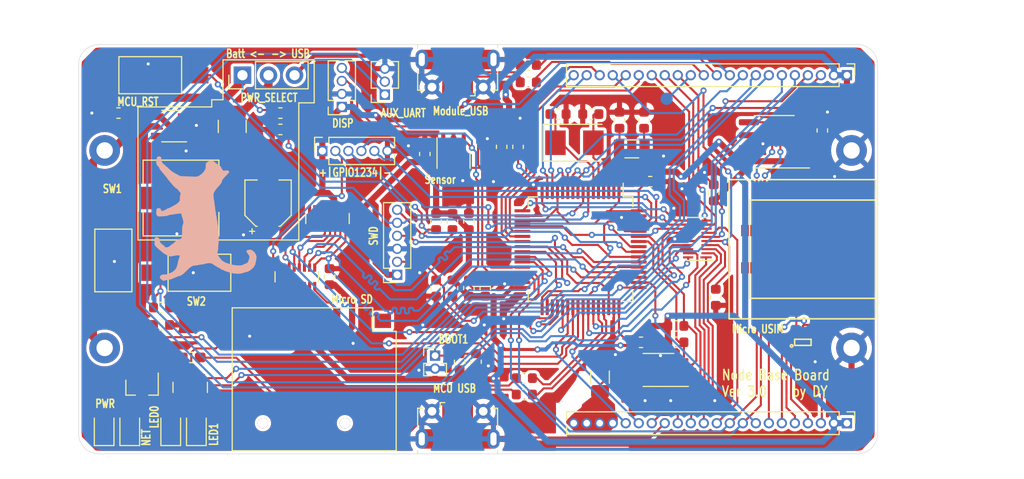
<source format=kicad_pcb>
(kicad_pcb (version 20191123) (host pcbnew "5.99.0-unknown-d20d310~86~ubuntu18.04.1")
  (layers (0 "F.Cu" signal) (31 "B.Cu" signal) (34 "B.Paste" user) (35 "F.Paste" user) (36 "B.SilkS" user) (37 "F.SilkS" user) (38 "B.Mask" user) (39 "F.Mask" user) (44 "Edge.Cuts" user))
  (net 0 "")
  (net 1 "GND")
  (net 2 "/nRESET")
  (net 3 "Net-(C2-Pad1)")
  (net 4 "Net-(C3-Pad1)")
  (net 5 "Net-(C4-Pad1)")
  (net 6 "Net-(C5-Pad1)")
  (net 7 "Net-(C6-Pad2)")
  (net 8 "/V_IN")
  (net 9 "+3V3")
  (net 10 "Net-(D2-Pad2)")
  (net 11 "Net-(D3-Pad2)")
  (net 12 "Net-(D4-Pad2)")
  (net 13 "/SIM_RST")
  (net 14 "/SIM_VCC")
  (net 15 "/SIM_CLK")
  (net 16 "/SIM_IO")
  (net 17 "Net-(J5-Pad3)")
  (net 18 "+5V")
  (net 19 "Net-(J5-Pad2)")
  (net 20 "/SWO")
  (net 21 "/SWD_IO")
  (net 22 "/SWD_CLK")
  (net 23 "/V_BATT")
  (net 24 "/M_GND")
  (net 25 "Net-(L1-Pad1)")
  (net 26 "/VBAT_ADC")
  (net 27 "VSSA")
  (net 28 "/LED0")
  (net 29 "/LED1")
  (net 30 "/SWITCH_1")
  (net 31 "/SWITCH_2")
  (net 32 "/M_VDD_OUT")
  (net 33 "Net-(D1-Pad1)")
  (net 34 "/SIM_GND")
  (net 35 "Net-(J3-Pad8)")
  (net 36 "Net-(J3-Pad7)")
  (net 37 "Net-(J3-Pad5)")
  (net 38 "Net-(J3-Pad3)")
  (net 39 "Net-(J3-Pad2)")
  (net 40 "Net-(J3-Pad1)")
  (net 41 "/I2C2_SDA")
  (net 42 "/I2C2_SCL")
  (net 43 "/GPIO_4")
  (net 44 "/GPIO_3")
  (net 45 "/GPIO_2")
  (net 46 "/GPIO_1")
  (net 47 "/M_AUX_UART_Rx_H")
  (net 48 "/M_AUX_UART_Tx_H")
  (net 49 "Net-(J10-Pad3)")
  (net 50 "Net-(J10-Pad2)")
  (net 51 "/GPIO_L4")
  (net 52 "/GPIO_L3")
  (net 53 "/M_AP_READY")
  (net 54 "/PSM_EINT")
  (net 55 "/M_RESET")
  (net 56 "/M_PWRKEY")
  (net 57 "/M_MAIN_UART_Rx")
  (net 58 "/M_MAIN_UART_Tx")
  (net 59 "/M_ADC")
  (net 60 "/M_USB_DM")
  (net 61 "/M_USB_DP")
  (net 62 "/GPIO_L2")
  (net 63 "/M_SPI_CS-I2S_CS")
  (net 64 "/M_SPI_CLK-I2S_CLK")
  (net 65 "/M_SPI_MOSI-I2S_WA")
  (net 66 "/M_SPI_MISO-I2S_RXD")
  (net 67 "/PSM_IND")
  (net 68 "/GPIO_L1")
  (net 69 "/GPIO_R3")
  (net 70 "/GPIO_R2")
  (net 71 "/M_RI")
  (net 72 "/M_NET_LED")
  (net 73 "/M_AUX_UART_Rx")
  (net 74 "/M_AUX_UART_Tx")
  (net 75 "/M_DBG_UART_Rx")
  (net 76 "/M_DBG_UART_TX")
  (net 77 "/GPIO_R1")
  (net 78 "Net-(Q1-Pad1)")
  (net 79 "/MCU_USB_DP")
  (net 80 "/MCU_USB_DM")
  (net 81 "/SDIO_DATA1")
  (net 82 "/SDIO_DATA0")
  (net 83 "/SDIO_CLK")
  (net 84 "/SDIO_CMD")
  (net 85 "/SDIO_DATA3")
  (net 86 "/SDIO_DATA2")
  (net 87 "/Current_SDA")
  (net 88 "/Current_SCL")
  (net 89 "/M_DBG_UART_TX_H")
  (net 90 "/M_DBG_UART_Rx_H")
  (net 91 "/M_RI_H")
  (net 92 "/M_PWRKEY_H")
  (net 93 "/M_MAIN_UART_Tx_H")
  (net 94 "/M_MAIN_UART_Rx_H")
  (net 95 "Net-(D1-Pad2)")
  (module "LTD_Customized:Cat-Logo" (layer "B.Cu") (at 93.4 87 90)
    (fp_text reference "G***" hide)
    (fp_text value "LOGO" hide)
  )
  (module "Capacitor_SMD:C_0603_1608Metric" (layer "F.Cu") (at 105.5 92.6875 90)
    (fp_text reference "C20" hide)
    (fp_text value "100nF")
    (pad "2" smd roundrect (at 0.7875 0 90) (size 0.875 0.95) (layers "F.Cu" "F.Paste" "F.Mask") (net 1 "GND"))
    (pad "1" smd roundrect (at -0.7875 0 90) (size 0.875 0.95) (layers "F.Cu" "F.Paste" "F.Mask") (net 9 "+3V3"))
  )
  (module "Crystal:Crystal_SMD_5032-2Pin_5.0x3.2mm" (layer "F.Cu") (at 129.4 79.6)
    (fp_text reference "Y1" hide)
    (fp_text value "8MHz")
    (pad "2" smd rect (at 1.85 0) (size 2 2.4) (layers "F.Cu" "F.Paste" "F.Mask") (net 3 "Net-(C2-Pad1)"))
    (pad "1" smd rect (at -1.85 0) (size 2 2.4) (layers "F.Cu" "F.Paste" "F.Mask") (net 4 "Net-(C3-Pad1)"))
  )
  (module "LTD_Customized:18650_Battery_Holder_2x" (layer "F.Cu") (at 120 90)
    (fp_text reference "H1" hide)
    (fp_text value "Battery_Holder_2x")
    (pad "2" thru_hole circle (at 36.45 -9.648 180) (size 3 3) (drill 1.6) (layers *.Cu *.Mask) (net 1 "GND"))
    (pad "2" thru_hole circle (at 36.45 9.65 180) (size 3 3) (drill 1.6) (layers *.Cu *.Mask) (net 1 "GND"))
    (pad "1" thru_hole circle (at -36.45 9.65) (size 3 3) (drill 1.6) (layers *.Cu *.Mask) (net 23 "/V_BATT"))
    (pad "1" thru_hole circle (at -36.45 -9.65) (size 3 3) (drill 1.6) (layers *.Cu *.Mask) (net 23 "/V_BATT"))
  )
  (module "LED_SMD:LED_0805_2012Metric" (layer "F.Cu") (at 86 107.5 90)
    (fp_text reference "D1" hide)
    (fp_text value "LED")
    (pad "2" smd roundrect (at 0.9375 0 90) (size 0.975 1.4) (layers "F.Cu" "F.Paste" "F.Mask") (net 95 "Net-(D1-Pad2)"))
    (pad "1" smd roundrect (at -0.9375 0 90) (size 0.975 1.4) (layers "F.Cu" "F.Paste" "F.Mask") (net 33 "Net-(D1-Pad1)"))
  )
  (module "Connector_PinHeader_2.54mm:PinHeader_1x03_P2.54mm_Vertical" (layer "F.Cu") (at 97 73 90)
    (fp_text reference "J8" hide)
    (fp_text value "PWR_SELECT")
    (pad "3" thru_hole oval (at 0 5.08 90) (size 1.7 1.7) (drill 1) (layers *.Cu *.Mask) (net 18 "+5V"))
    (pad "2" thru_hole oval (at 0 2.54 90) (size 1.7 1.7) (drill 1) (layers *.Cu *.Mask) (net 8 "/V_IN"))
    (pad "1" thru_hole rect (at 0 0 90) (size 1.7 1.7) (drill 1) (layers *.Cu *.Mask) (net 23 "/V_BATT"))
  )
  (module "Connector_PinSocket_1.27mm:PinSocket_1x04_P1.27mm_Vertical" (layer "F.Cu") (at 106.7 76.1 180)
    (fp_text reference "J4" hide)
    (fp_text value "Display_Connector")
    (pad "4" thru_hole oval (at 0 3.81 180) (size 1 1) (drill 0.7) (layers *.Cu *.Mask) (net 41 "/I2C2_SDA"))
    (pad "3" thru_hole oval (at 0 2.54 180) (size 1 1) (drill 0.7) (layers *.Cu *.Mask) (net 42 "/I2C2_SCL"))
    (pad "2" thru_hole oval (at 0 1.27 180) (size 1 1) (drill 0.7) (layers *.Cu *.Mask) (net 1 "GND"))
    (pad "1" thru_hole rect (at 0 0 180) (size 1 1) (drill 0.7) (layers *.Cu *.Mask) (net 9 "+3V3"))
  )
  (module "Resistor_SMD:R_0603_1608Metric" (layer "F.Cu") (at 119.1 93.8 90)
    (fp_text reference "R16" hide)
    (fp_text value "4.7k")
    (pad "2" smd roundrect (at 0.7875 0 90) (size 0.875 0.95) (layers "F.Cu" "F.Paste" "F.Mask") (net 41 "/I2C2_SDA"))
    (pad "1" smd roundrect (at -0.7875 0 90) (size 0.875 0.95) (layers "F.Cu" "F.Paste" "F.Mask") (net 9 "+3V3"))
  )
  (module "Resistor_SMD:R_0603_1608Metric" (layer "F.Cu") (at 120.7 93.8 90)
    (fp_text reference "R13" hide)
    (fp_text value "4.7k")
    (pad "2" smd roundrect (at 0.7875 0 90) (size 0.875 0.95) (layers "F.Cu" "F.Paste" "F.Mask") (net 42 "/I2C2_SCL"))
    (pad "1" smd roundrect (at -0.7875 0 90) (size 0.875 0.95) (layers "F.Cu" "F.Paste" "F.Mask") (net 9 "+3V3"))
  )
  (module "Resistor_SMD:R_0603_1608Metric" (layer "F.Cu") (at 139.3 97.5)
    (fp_text reference "R11" hide)
    (fp_text value "4.7k")
    (pad "2" smd roundrect (at 0.7875 0) (size 0.875 0.95) (layers "F.Cu" "F.Paste" "F.Mask") (net 87 "/Current_SDA"))
    (pad "1" smd roundrect (at -0.7875 0) (size 0.875 0.95) (layers "F.Cu" "F.Paste" "F.Mask") (net 9 "+3V3"))
  )
  (module "Resistor_SMD:R_0603_1608Metric" (layer "F.Cu") (at 139.3 99.1)
    (fp_text reference "R3" hide)
    (fp_text value "4.7k")
    (pad "2" smd roundrect (at 0.7875 0) (size 0.875 0.95) (layers "F.Cu" "F.Paste" "F.Mask") (net 88 "/Current_SCL"))
    (pad "1" smd roundrect (at -0.7875 0) (size 0.875 0.95) (layers "F.Cu" "F.Paste" "F.Mask") (net 9 "+3V3"))
  )
  (module "Resistor_SMD:R_Array_Convex_4x0603" (layer "F.Cu") (at 91.9 103.5 -90)
    (fp_text reference "RN4" hide)
    (fp_text value "2.2k")
    (pad "5" smd rect (at 0.9 1.2 270) (size 0.8 0.5) (layers "F.Cu" "F.Paste" "F.Mask") (net 12 "Net-(D4-Pad2)"))
    (pad "6" smd rect (at 0.9 0.4 270) (size 0.8 0.4) (layers "F.Cu" "F.Paste" "F.Mask") (net 95 "Net-(D1-Pad2)"))
    (pad "8" smd rect (at 0.9 -1.2 270) (size 0.8 0.5) (layers "F.Cu" "F.Paste" "F.Mask") (net 10 "Net-(D2-Pad2)"))
    (pad "7" smd rect (at 0.9 -0.4 270) (size 0.8 0.4) (layers "F.Cu" "F.Paste" "F.Mask") (net 11 "Net-(D3-Pad2)"))
    (pad "4" smd rect (at -0.9 1.2 270) (size 0.8 0.5) (layers "F.Cu" "F.Paste" "F.Mask") (net 9 "+3V3"))
    (pad "2" smd rect (at -0.9 -0.4 270) (size 0.8 0.4) (layers "F.Cu" "F.Paste" "F.Mask") (net 29 "/LED1"))
    (pad "3" smd rect (at -0.9 0.4 270) (size 0.8 0.4) (layers "F.Cu" "F.Paste" "F.Mask") (net 9 "+3V3"))
    (pad "1" smd rect (at -0.9 -1.2 270) (size 0.8 0.5) (layers "F.Cu" "F.Paste" "F.Mask") (net 28 "/LED0"))
  )
  (module "Package_SON:USON-20_2x4mm_P0.4mm" (layer "F.Cu") (at 141.4 89 180)
    (fp_text reference "U7" hide)
    (fp_text value "TXB0108DQSR")
    (pad "20" smd rect (at 0.9 -1.8 90) (size 0.2 1) (layers "F.Cu" "F.Paste" "F.Mask") (net 91 "/M_RI_H"))
    (pad "19" smd rect (at 0.9 -1.4 90) (size 0.2 1) (layers "F.Cu" "F.Paste" "F.Mask") (net 47 "/M_AUX_UART_Rx_H"))
    (pad "18" smd rect (at 0.9 -1 90) (size 0.2 1) (layers "F.Cu" "F.Paste" "F.Mask") (net 48 "/M_AUX_UART_Tx_H"))
    (pad "17" smd rect (at 0.9 -0.6 90) (size 0.2 1) (layers "F.Cu" "F.Paste" "F.Mask") (net 90 "/M_DBG_UART_Rx_H"))
    (pad "16" smd rect (at 0.9 -0.2 90) (size 0.2 1) (layers "F.Cu" "F.Paste" "F.Mask") (net 9 "+3V3"))
    (pad "15" smd rect (at 0.9 0.2 90) (size 0.2 1) (layers "F.Cu" "F.Paste" "F.Mask") (net 1 "GND"))
    (pad "14" smd rect (at 0.9 0.6 90) (size 0.2 1) (layers "F.Cu" "F.Paste" "F.Mask") (net 89 "/M_DBG_UART_TX_H"))
    (pad "13" smd rect (at 0.9 1 90) (size 0.2 1) (layers "F.Cu" "F.Paste" "F.Mask") (net 92 "/M_PWRKEY_H"))
    (pad "12" smd rect (at 0.9 1.4 90) (size 0.2 1) (layers "F.Cu" "F.Paste" "F.Mask") (net 94 "/M_MAIN_UART_Rx_H"))
    (pad "11" smd rect (at 0.9 1.8 90) (size 0.2 1) (layers "F.Cu" "F.Paste" "F.Mask") (net 93 "/M_MAIN_UART_Tx_H"))
    (pad "10" smd rect (at -0.9 1.8 90) (size 0.2 1) (layers "F.Cu" "F.Paste" "F.Mask") (net 58 "/M_MAIN_UART_Tx"))
    (pad "9" smd rect (at -0.9 1.4 90) (size 0.2 1) (layers "F.Cu" "F.Paste" "F.Mask") (net 57 "/M_MAIN_UART_Rx"))
    (pad "8" smd rect (at -0.9 1 90) (size 0.2 1) (layers "F.Cu" "F.Paste" "F.Mask") (net 56 "/M_PWRKEY"))
    (pad "7" smd rect (at -0.9 0.6 90) (size 0.2 1) (layers "F.Cu" "F.Paste" "F.Mask") (net 76 "/M_DBG_UART_TX"))
    (pad "6" smd rect (at -0.9 0.2 90) (size 0.2 1) (layers "F.Cu" "F.Paste" "F.Mask") (net 9 "+3V3"))
    (pad "5" smd rect (at -0.9 -0.2 90) (size 0.2 1) (layers "F.Cu" "F.Paste" "F.Mask") (net 32 "/M_VDD_OUT"))
    (pad "4" smd rect (at -0.9 -0.6 90) (size 0.2 1) (layers "F.Cu" "F.Paste" "F.Mask") (net 75 "/M_DBG_UART_Rx"))
    (pad "3" smd rect (at -0.9 -1 90) (size 0.2 1) (layers "F.Cu" "F.Paste" "F.Mask") (net 74 "/M_AUX_UART_Tx"))
    (pad "2" smd rect (at -0.9 -1.4 90) (size 0.2 1) (layers "F.Cu" "F.Paste" "F.Mask") (net 73 "/M_AUX_UART_Rx"))
    (pad "1" smd rect (at -0.85 -1.8 90) (size 0.2 1.1) (layers "F.Cu" "F.Paste" "F.Mask") (net 71 "/M_RI"))
  )
  (module "LTD_Customized:test_pad" (layer "B.Cu") (at 138.4 75.3)
    (fp_text reference "T1" hide)
    (fp_text value "M_ADC")
    (pad "1" smd circle (at 0 0) (size 1.2 1.2) (layers "B.Cu" "B.Paste" "B.Mask") (net 59 "/M_ADC"))
  )
  (module "Button_Switch_SMD:SW_SPST_FSMSM" (layer "F.Cu") (at 92.8 92.3 180)
    (fp_text reference "SW3" hide)
    (fp_text value "SW_2")
    (pad "2" smd rect (at 4.59 0 180) (size 2.18 1.6) (layers "F.Cu" "F.Paste" "F.Mask") (net 31 "/SWITCH_2"))
    (pad "1" smd rect (at -4.59 0 180) (size 2.18 1.6) (layers "F.Cu" "F.Paste" "F.Mask") (net 1 "GND"))
  )
  (module "Resistor_SMD:R_Array_Convex_8x0602" (layer "F.Cu") (at 102.3 92.7 -90)
    (fp_text reference "RN2" hide)
    (fp_text value "40")
    (pad "10" smd rect (at 0.9 1.25 270) (size 0.8 0.3) (layers "F.Cu" "F.Paste" "F.Mask"))
    (pad "12" smd rect (at 0.9 0.25 270) (size 0.8 0.3) (layers "F.Cu" "F.Paste" "F.Mask") (net 36 "Net-(J3-Pad7)"))
    (pad "11" smd rect (at 0.9 0.75 270) (size 0.8 0.3) (layers "F.Cu" "F.Paste" "F.Mask") (net 35 "Net-(J3-Pad8)"))
    (pad "13" smd rect (at 0.9 -0.25 270) (size 0.8 0.3) (layers "F.Cu" "F.Paste" "F.Mask") (net 37 "Net-(J3-Pad5)"))
    (pad "14" smd rect (at 0.9 -0.75 270) (size 0.8 0.3) (layers "F.Cu" "F.Paste" "F.Mask") (net 38 "Net-(J3-Pad3)"))
    (pad "15" smd rect (at 0.9 -1.25 270) (size 0.8 0.3) (layers "F.Cu" "F.Paste" "F.Mask") (net 39 "Net-(J3-Pad2)"))
    (pad "7" smd rect (at -0.9 1.25 270) (size 0.8 0.3) (layers "F.Cu" "F.Paste" "F.Mask"))
    (pad "6" smd rect (at -0.9 0.75 270) (size 0.8 0.3) (layers "F.Cu" "F.Paste" "F.Mask") (net 81 "/SDIO_DATA1"))
    (pad "5" smd rect (at -0.9 0.25 270) (size 0.8 0.3) (layers "F.Cu" "F.Paste" "F.Mask") (net 82 "/SDIO_DATA0"))
    (pad "4" smd rect (at -0.9 -0.25 270) (size 0.8 0.3) (layers "F.Cu" "F.Paste" "F.Mask") (net 83 "/SDIO_CLK"))
    (pad "3" smd rect (at -0.9 -0.75 270) (size 0.8 0.3) (layers "F.Cu" "F.Paste" "F.Mask") (net 84 "/SDIO_CMD"))
    (pad "2" smd rect (at -0.9 -1.25 270) (size 0.8 0.3) (layers "F.Cu" "F.Paste" "F.Mask") (net 85 "/SDIO_DATA3"))
    (pad "9" smd rect (at 0.9 1.75 270) (size 0.8 0.3) (layers "F.Cu" "F.Paste" "F.Mask"))
    (pad "8" smd rect (at -0.9 1.75 270) (size 0.8 0.3) (layers "F.Cu" "F.Paste" "F.Mask"))
    (pad "16" smd rect (at 0.9 -1.75 270) (size 0.8 0.3) (layers "F.Cu" "F.Paste" "F.Mask") (net 40 "Net-(J3-Pad1)"))
    (pad "1" smd rect (at -0.9 -1.75 270) (size 0.8 0.3) (layers "F.Cu" "F.Paste" "F.Mask") (net 86 "/SDIO_DATA2"))
  )
  (module "Resistor_SMD:R_Array_Convex_8x0602" (layer "F.Cu") (at 105.3 87 90)
    (fp_text reference "RN1" hide)
    (fp_text value "22k")
    (pad "10" smd rect (at 0.9 1.25 90) (size 0.8 0.3) (layers "F.Cu" "F.Paste" "F.Mask") (net 9 "+3V3"))
    (pad "12" smd rect (at 0.9 0.25 90) (size 0.8 0.3) (layers "F.Cu" "F.Paste" "F.Mask") (net 9 "+3V3"))
    (pad "11" smd rect (at 0.9 0.75 90) (size 0.8 0.3) (layers "F.Cu" "F.Paste" "F.Mask") (net 9 "+3V3"))
    (pad "13" smd rect (at 0.9 -0.25 90) (size 0.8 0.3) (layers "F.Cu" "F.Paste" "F.Mask") (net 9 "+3V3"))
    (pad "14" smd rect (at 0.9 -0.75 90) (size 0.8 0.3) (layers "F.Cu" "F.Paste" "F.Mask") (net 9 "+3V3"))
    (pad "15" smd rect (at 0.9 -1.25 90) (size 0.8 0.3) (layers "F.Cu" "F.Paste" "F.Mask"))
    (pad "7" smd rect (at -0.9 1.25 90) (size 0.8 0.3) (layers "F.Cu" "F.Paste" "F.Mask") (net 85 "/SDIO_DATA3"))
    (pad "6" smd rect (at -0.9 0.75 90) (size 0.8 0.3) (layers "F.Cu" "F.Paste" "F.Mask") (net 84 "/SDIO_CMD"))
    (pad "5" smd rect (at -0.9 0.25 90) (size 0.8 0.3) (layers "F.Cu" "F.Paste" "F.Mask") (net 83 "/SDIO_CLK"))
    (pad "4" smd rect (at -0.9 -0.25 90) (size 0.8 0.3) (layers "F.Cu" "F.Paste" "F.Mask") (net 82 "/SDIO_DATA0"))
    (pad "3" smd rect (at -0.9 -0.75 90) (size 0.8 0.3) (layers "F.Cu" "F.Paste" "F.Mask") (net 81 "/SDIO_DATA1"))
    (pad "2" smd rect (at -0.9 -1.25 90) (size 0.8 0.3) (layers "F.Cu" "F.Paste" "F.Mask"))
    (pad "9" smd rect (at 0.9 1.75 90) (size 0.8 0.3) (layers "F.Cu" "F.Paste" "F.Mask") (net 9 "+3V3"))
    (pad "8" smd rect (at -0.9 1.75 90) (size 0.8 0.3) (layers "F.Cu" "F.Paste" "F.Mask") (net 86 "/SDIO_DATA2"))
    (pad "16" smd rect (at 0.9 -1.75 90) (size 0.8 0.3) (layers "F.Cu" "F.Paste" "F.Mask"))
    (pad "1" smd rect (at -0.9 -1.75 90) (size 0.8 0.3) (layers "F.Cu" "F.Paste" "F.Mask"))
  )
  (module "Resistor_SMD:R_0603_1608Metric_Pad1.05x0.95mm_HandSolder" (layer "F.Cu") (at 92 100.575)
    (fp_text reference "R22" hide)
    (fp_text value "2.2k")
    (pad "2" smd roundrect (at 0.875 0) (size 1.05 0.95) (layers "F.Cu" "F.Paste" "F.Mask") (net 72 "/M_NET_LED"))
    (pad "1" smd roundrect (at -0.875 0) (size 1.05 0.95) (layers "F.Cu" "F.Paste" "F.Mask") (net 78 "Net-(Q1-Pad1)"))
  )
  (module "Resistor_SMD:R_0603_1608Metric" (layer "F.Cu") (at 124.5125 102.6 180)
    (fp_text reference "R21" hide)
    (fp_text value "22")
    (pad "2" smd roundrect (at 0.7875 0 180) (size 0.875 0.95) (layers "F.Cu" "F.Paste" "F.Mask") (net 50 "Net-(J10-Pad2)"))
    (pad "1" smd roundrect (at -0.7875 0 180) (size 0.875 0.95) (layers "F.Cu" "F.Paste" "F.Mask") (net 80 "/MCU_USB_DM"))
  )
  (module "Resistor_SMD:R_0603_1608Metric" (layer "F.Cu") (at 124.5125 104.2 180)
    (fp_text reference "R20" hide)
    (fp_text value "22")
    (pad "2" smd roundrect (at 0.7875 0 180) (size 0.875 0.95) (layers "F.Cu" "F.Paste" "F.Mask") (net 49 "Net-(J10-Pad3)"))
    (pad "1" smd roundrect (at -0.7875 0 180) (size 0.875 0.95) (layers "F.Cu" "F.Paste" "F.Mask") (net 79 "/MCU_USB_DP"))
  )
  (module "Resistor_SMD:R_0603_1608Metric" (layer "F.Cu") (at 124.9 73.7 180)
    (fp_text reference "R10" hide)
    (fp_text value "22")
    (pad "2" smd roundrect (at 0.7875 0 180) (size 0.875 0.95) (layers "F.Cu" "F.Paste" "F.Mask") (net 19 "Net-(J5-Pad2)"))
    (pad "1" smd roundrect (at -0.7875 0 180) (size 0.875 0.95) (layers "F.Cu" "F.Paste" "F.Mask") (net 60 "/M_USB_DM"))
  )
  (module "Resistor_SMD:R_0603_1608Metric" (layer "F.Cu") (at 124.9 72 180)
    (fp_text reference "R9" hide)
    (fp_text value "22")
    (pad "2" smd roundrect (at 0.7875 0 180) (size 0.875 0.95) (layers "F.Cu" "F.Paste" "F.Mask") (net 17 "Net-(J5-Pad3)"))
    (pad "1" smd roundrect (at -0.7875 0 180) (size 0.875 0.95) (layers "F.Cu" "F.Paste" "F.Mask") (net 61 "/M_USB_DP"))
  )
  (module "Resistor_SMD:R_0603_1608Metric" (layer "F.Cu") (at 115.9 93.8 -90)
    (fp_text reference "R8" hide)
    (fp_text value "10k")
    (pad "2" smd roundrect (at 0.7875 0 270) (size 0.875 0.95) (layers "F.Cu" "F.Paste" "F.Mask") (net 1 "GND"))
    (pad "1" smd roundrect (at -0.7875 0 270) (size 0.875 0.95) (layers "F.Cu" "F.Paste" "F.Mask") (net 22 "/SWD_CLK"))
  )
  (module "Resistor_SMD:R_0603_1608Metric" (layer "F.Cu") (at 117.5 87.3 -90)
    (fp_text reference "R7" hide)
    (fp_text value "10k")
    (pad "2" smd roundrect (at 0.7875 0 270) (size 0.875 0.95) (layers "F.Cu" "F.Paste" "F.Mask") (net 21 "/SWD_IO"))
    (pad "1" smd roundrect (at -0.7875 0 270) (size 0.875 0.95) (layers "F.Cu" "F.Paste" "F.Mask") (net 9 "+3V3"))
  )
  (module "Resistor_SMD:R_0603_1608Metric" (layer "F.Cu") (at 115.9 87.3 -90)
    (fp_text reference "R6" hide)
    (fp_text value "10k")
    (pad "2" smd roundrect (at 0.7875 0 270) (size 0.875 0.95) (layers "F.Cu" "F.Paste" "F.Mask") (net 20 "/SWO"))
    (pad "1" smd roundrect (at -0.7875 0 270) (size 0.875 0.95) (layers "F.Cu" "F.Paste" "F.Mask") (net 9 "+3V3"))
  )
  (module "Resistor_SMD:R_0603_1608Metric" (layer "F.Cu") (at 118.2 101 -90)
    (fp_text reference "R4" hide)
    (fp_text value "10k")
    (pad "2" smd roundrect (at 0.7875 0 270) (size 0.875 0.95) (layers "F.Cu" "F.Paste" "F.Mask") (net 9 "+3V3"))
    (pad "1" smd roundrect (at -0.7875 0 270) (size 0.875 0.95) (layers "F.Cu" "F.Paste" "F.Mask") (net 7 "Net-(C6-Pad2)"))
  )
  (module "Resistor_SMD:R_0603_1608Metric" (layer "F.Cu") (at 100.7 78.3 180)
    (fp_text reference "R2" hide)
    (fp_text value "470k")
    (pad "2" smd roundrect (at 0.7875 0 180) (size 0.875 0.95) (layers "F.Cu" "F.Paste" "F.Mask") (net 1 "GND"))
    (pad "1" smd roundrect (at -0.7875 0 180) (size 0.875 0.95) (layers "F.Cu" "F.Paste" "F.Mask") (net 26 "/VBAT_ADC"))
  )
  (module "Resistor_SMD:R_0603_1608Metric" (layer "F.Cu") (at 100.7 76.7)
    (fp_text reference "R1" hide)
    (fp_text value "220k")
    (pad "2" smd roundrect (at 0.7875 0) (size 0.875 0.95) (layers "F.Cu" "F.Paste" "F.Mask") (net 26 "/VBAT_ADC"))
    (pad "1" smd roundrect (at -0.7875 0) (size 0.875 0.95) (layers "F.Cu" "F.Paste" "F.Mask") (net 23 "/V_BATT"))
  )
  (module "Package_TO_SOT_SMD:SOT-23" (layer "F.Cu") (at 87.2 103.5 -90)
    (fp_text reference "Q1" hide)
    (fp_text value "MMBT3904")
    (pad "3" smd rect (at 1 0 270) (size 0.9 0.8) (layers "F.Cu" "F.Paste" "F.Mask") (net 33 "Net-(D1-Pad1)"))
    (pad "2" smd rect (at -1 0.95 270) (size 0.9 0.8) (layers "F.Cu" "F.Paste" "F.Mask") (net 1 "GND"))
    (pad "1" smd rect (at -1 -0.95 270) (size 0.9 0.8) (layers "F.Cu" "F.Paste" "F.Mask") (net 78 "Net-(Q1-Pad1)"))
  )
  (module "Connector_USB:USB_Micro-B_Molex-105017-0001" (layer "F.Cu") (at 118 107.3)
    (fp_text reference "J10" hide)
    (fp_text value "USB_B_Micro")
    (pad "6" smd rect (at -2.9 1.2375) (size 1.2 1.9) (layers "F.Cu" "F.Mask") (net 1 "GND"))
    (pad "6" smd rect (at 2.9 1.2375) (size 1.2 1.9) (layers "F.Cu" "F.Mask") (net 1 "GND"))
    (pad "6" thru_hole oval (at 3.5 1.2375) (size 1.2 1.9) (drill oval 0.6 1.3) (layers *.Cu *.Mask) (net 1 "GND"))
    (pad "6" thru_hole oval (at -3.5 1.2375 180) (size 1.2 1.9) (drill oval 0.6 1.3) (layers *.Cu *.Mask) (net 1 "GND"))
    (pad "6" smd rect (at -1 1.2375) (size 1.5 1.9) (layers "F.Cu" "F.Paste" "F.Mask") (net 1 "GND"))
    (pad "6" thru_hole circle (at 2.5 -1.4625) (size 1.45 1.45) (drill 0.85) (layers *.Cu *.Mask) (net 1 "GND"))
    (pad "3" smd rect (at 0 -1.4625) (size 0.4 1.35) (layers "F.Cu" "F.Paste" "F.Mask") (net 49 "Net-(J10-Pad3)"))
    (pad "4" smd rect (at 0.65 -1.4625) (size 0.4 1.35) (layers "F.Cu" "F.Paste" "F.Mask"))
    (pad "5" smd rect (at 1.3 -1.4625) (size 0.4 1.35) (layers "F.Cu" "F.Paste" "F.Mask") (net 1 "GND"))
    (pad "1" smd rect (at -1.3 -1.4625) (size 0.4 1.35) (layers "F.Cu" "F.Paste" "F.Mask") (net 18 "+5V"))
    (pad "2" smd rect (at -0.65 -1.4625) (size 0.4 1.35) (layers "F.Cu" "F.Paste" "F.Mask") (net 50 "Net-(J10-Pad2)"))
    (pad "6" thru_hole circle (at -2.5 -1.4625) (size 1.45 1.45) (drill 0.85) (layers *.Cu *.Mask) (net 1 "GND"))
    (pad "6" smd rect (at 1 1.2375) (size 1.5 1.9) (layers "F.Cu" "F.Paste" "F.Mask") (net 1 "GND"))
  )
  (module "Connector_PinSocket_1.27mm:PinSocket_1x03_P1.27mm_Vertical" (layer "F.Cu") (at 110.9 74.9 180)
    (fp_text reference "J9" hide)
    (fp_text value "AUX_UART")
    (pad "3" thru_hole oval (at 0 2.54 180) (size 1 1) (drill 0.7) (layers *.Cu *.Mask) (net 1 "GND"))
    (pad "2" thru_hole oval (at 0 1.27 180) (size 1 1) (drill 0.7) (layers *.Cu *.Mask) (net 47 "/M_AUX_UART_Rx_H"))
    (pad "1" thru_hole rect (at 0 0 180) (size 1 1) (drill 0.7) (layers *.Cu *.Mask) (net 48 "/M_AUX_UART_Tx_H"))
  )
  (module "Connector_PinSocket_1.27mm:PinSocket_1x06_P1.27mm_Vertical" (layer "F.Cu") (at 104.8 80.4 90)
    (fp_text reference "J7" hide)
    (fp_text value "GPIO_Out")
    (pad "6" thru_hole oval (at 0 6.35 90) (size 1 1) (drill 0.7) (layers *.Cu *.Mask) (net 1 "GND"))
    (pad "5" thru_hole oval (at 0 5.08 90) (size 1 1) (drill 0.7) (layers *.Cu *.Mask) (net 43 "/GPIO_4"))
    (pad "4" thru_hole oval (at 0 3.81 90) (size 1 1) (drill 0.7) (layers *.Cu *.Mask) (net 44 "/GPIO_3"))
    (pad "3" thru_hole oval (at 0 2.54 90) (size 1 1) (drill 0.7) (layers *.Cu *.Mask) (net 45 "/GPIO_2"))
    (pad "2" thru_hole oval (at 0 1.27 90) (size 1 1) (drill 0.7) (layers *.Cu *.Mask) (net 46 "/GPIO_1"))
    (pad "1" thru_hole rect (at 0 0 90) (size 1 1) (drill 0.7) (layers *.Cu *.Mask) (net 9 "+3V3"))
  )
  (module "Connector_PinSocket_1.27mm:PinSocket_1x06_P1.27mm_Vertical" (layer "F.Cu") (at 112.1 92.5 180)
    (fp_text reference "J6" hide)
    (fp_text value "SWD_Conn")
    (pad "6" thru_hole oval (at 0 6.35 180) (size 1 1) (drill 0.7) (layers *.Cu *.Mask) (net 20 "/SWO"))
    (pad "5" thru_hole oval (at 0 5.08 180) (size 1 1) (drill 0.7) (layers *.Cu *.Mask) (net 2 "/nRESET"))
    (pad "4" thru_hole oval (at 0 3.81 180) (size 1 1) (drill 0.7) (layers *.Cu *.Mask) (net 21 "/SWD_IO"))
    (pad "3" thru_hole oval (at 0 2.54 180) (size 1 1) (drill 0.7) (layers *.Cu *.Mask) (net 1 "GND"))
    (pad "2" thru_hole oval (at 0 1.27 180) (size 1 1) (drill 0.7) (layers *.Cu *.Mask) (net 22 "/SWD_CLK"))
    (pad "1" thru_hole rect (at 0 0 180) (size 1 1) (drill 0.7) (layers *.Cu *.Mask) (net 9 "+3V3"))
  )
  (module "LTD_Customized:TF_Card_Socket" (layer "F.Cu") (at 96 97)
    (fp_text reference "J3" hide)
    (fp_text value "Micro_SD_Card")
    (pad "9" smd rect (at 1.4 -0.5 180) (size 0.7 1.6) (layers "F.Cu" "F.Paste" "F.Mask") (net 46 "/GPIO_1"))
    (pad "8" smd rect (at 2.5 -0.5 180) (size 0.7 1.6) (layers "F.Cu" "F.Paste" "F.Mask") (net 35 "Net-(J3-Pad8)"))
    (pad "7" smd rect (at 3.6 -0.5 180) (size 0.7 1.6) (layers "F.Cu" "F.Paste" "F.Mask") (net 36 "Net-(J3-Pad7)"))
    (pad "6" smd rect (at 4.7 -0.5 180) (size 0.7 1.6) (layers "F.Cu" "F.Paste" "F.Mask") (net 1 "GND"))
    (pad "5" smd rect (at 5.8 -0.5 180) (size 0.7 1.6) (layers "F.Cu" "F.Paste" "F.Mask") (net 37 "Net-(J3-Pad5)"))
    (pad "4" smd rect (at 6.9 -0.5 180) (size 0.7 1.6) (layers "F.Cu" "F.Paste" "F.Mask") (net 9 "+3V3"))
    (pad "3" smd rect (at 8 -0.5 180) (size 0.7 1.6) (layers "F.Cu" "F.Paste" "F.Mask") (net 38 "Net-(J3-Pad3)"))
    (pad "2" smd rect (at 9.1 -0.5 180) (size 0.7 1.6) (layers "F.Cu" "F.Paste" "F.Mask") (net 39 "Net-(J3-Pad2)"))
    (pad "1" smd rect (at 10.2 -0.5 180) (size 0.7 1.6) (layers "F.Cu" "F.Paste" "F.Mask") (net 40 "Net-(J3-Pad1)"))
    (pad "10" smd rect (at 14.7 0 180) (size 1.6 1.4) (layers "F.Cu" "F.Paste" "F.Mask"))
    (pad "10" smd rect (at 0 9.6 180) (size 1.2 2.2) (layers "F.Cu" "F.Paste" "F.Mask"))
    (pad "10" smd rect (at 15.9 9.6 180) (size 1.2 2.2) (layers "F.Cu" "F.Paste" "F.Mask"))
    (pad "11" thru_hole circle (at 11 10 180) (size 1 1) (drill 1) (layers *.Cu *.Mask))
    (pad "11" thru_hole circle (at 3 10 180) (size 1 1) (drill 1) (layers *.Cu *.Mask))
    (pad "10" smd rect (at 0 0 180) (size 1.2 1.4) (layers "F.Cu" "F.Paste" "F.Mask"))
  )
  (module "LED_SMD:LED_0805_2012Metric" (layer "F.Cu") (at 83.5 107.5 90)
    (fp_text reference "D4" hide)
    (fp_text value "LED")
    (pad "2" smd roundrect (at 0.9375 0 90) (size 0.975 1.4) (layers "F.Cu" "F.Paste" "F.Mask") (net 12 "Net-(D4-Pad2)"))
    (pad "1" smd roundrect (at -0.9375 0 90) (size 0.975 1.4) (layers "F.Cu" "F.Paste" "F.Mask") (net 1 "GND"))
  )
  (module "LED_SMD:LED_0805_2012Metric" (layer "F.Cu") (at 90 107.5 90)
    (fp_text reference "D3" hide)
    (fp_text value "LED")
    (pad "2" smd roundrect (at 0.9375 0 90) (size 0.975 1.4) (layers "F.Cu" "F.Paste" "F.Mask") (net 11 "Net-(D3-Pad2)"))
    (pad "1" smd roundrect (at -0.9375 0 90) (size 0.975 1.4) (layers "F.Cu" "F.Paste" "F.Mask") (net 1 "GND"))
  )
  (module "LED_SMD:LED_0805_2012Metric" (layer "F.Cu") (at 92.5 107.5 90)
    (fp_text reference "D2" hide)
    (fp_text value "LED")
    (pad "2" smd roundrect (at 0.9375 0 90) (size 0.975 1.4) (layers "F.Cu" "F.Paste" "F.Mask") (net 10 "Net-(D2-Pad2)"))
    (pad "1" smd roundrect (at -0.9375 0 90) (size 0.975 1.4) (layers "F.Cu" "F.Paste" "F.Mask") (net 1 "GND"))
  )
  (module "Capacitor_SMD:C_0603_1608Metric" (layer "F.Cu") (at 143 84.5 -90)
    (fp_text reference "C19" hide)
    (fp_text value "100nF")
    (pad "2" smd roundrect (at 0.7875 0 270) (size 0.875 0.95) (layers "F.Cu" "F.Paste" "F.Mask") (net 9 "+3V3"))
    (pad "1" smd roundrect (at -0.7875 0 270) (size 0.875 0.95) (layers "F.Cu" "F.Paste" "F.Mask") (net 1 "GND"))
  )
  (module "Capacitor_SMD:C_0603_1608Metric" (layer "F.Cu") (at 143.2 94.7 -90)
    (fp_text reference "C18" hide)
    (fp_text value "100nF")
    (pad "2" smd roundrect (at 0.7875 0 270) (size 0.875 0.95) (layers "F.Cu" "F.Paste" "F.Mask") (net 1 "GND"))
    (pad "1" smd roundrect (at -0.7875 0 270) (size 0.875 0.95) (layers "F.Cu" "F.Paste" "F.Mask") (net 32 "/M_VDD_OUT"))
  )
  (module "Capacitor_SMD:C_0603_1608Metric" (layer "F.Cu") (at 153.6 78.4 -90)
    (fp_text reference "C17" hide)
    (fp_text value "10nF")
    (pad "2" smd roundrect (at 0.7875 0 270) (size 0.875 0.95) (layers "F.Cu" "F.Paste" "F.Mask") (net 9 "+3V3"))
    (pad "1" smd roundrect (at -0.7875 0 270) (size 0.875 0.95) (layers "F.Cu" "F.Paste" "F.Mask") (net 1 "GND"))
  )
  (module "Capacitor_SMD:C_0603_1608Metric" (layer "F.Cu") (at 135.9 99.1)
    (fp_text reference "C16" hide)
    (fp_text value "100nF")
    (pad "2" smd roundrect (at 0.7875 0) (size 0.875 0.95) (layers "F.Cu" "F.Paste" "F.Mask") (net 1 "GND"))
    (pad "1" smd roundrect (at -0.7875 0) (size 0.875 0.95) (layers "F.Cu" "F.Paste" "F.Mask") (net 9 "+3V3"))
  )
  (module "Capacitor_SMD:C_0603_1608Metric" (layer "F.Cu") (at 89.1 95.7)
    (fp_text reference "C15" hide)
    (fp_text value "10nF")
    (pad "2" smd roundrect (at 0.7875 0) (size 0.875 0.95) (layers "F.Cu" "F.Paste" "F.Mask") (net 1 "GND"))
    (pad "1" smd roundrect (at -0.7875 0) (size 0.875 0.95) (layers "F.Cu" "F.Paste" "F.Mask") (net 31 "/SWITCH_2"))
  )
  (module "Capacitor_SMD:C_0603_1608Metric" (layer "F.Cu") (at 89.1 97.4)
    (fp_text reference "C14" hide)
    (fp_text value "10nF")
    (pad "2" smd roundrect (at 0.7875 0) (size 0.875 0.95) (layers "F.Cu" "F.Paste" "F.Mask") (net 1 "GND"))
    (pad "1" smd roundrect (at -0.7875 0) (size 0.875 0.95) (layers "F.Cu" "F.Paste" "F.Mask") (net 30 "/SWITCH_1"))
  )
  (module "Capacitor_SMD:C_0603_1608Metric" (layer "F.Cu") (at 119.1 87.3 90)
    (fp_text reference "C13" hide)
    (fp_text value "100nF")
    (pad "2" smd roundrect (at 0.7875 0 90) (size 0.875 0.95) (layers "F.Cu" "F.Paste" "F.Mask") (net 1 "GND"))
    (pad "1" smd roundrect (at -0.7875 0 90) (size 0.875 0.95) (layers "F.Cu" "F.Paste" "F.Mask") (net 9 "+3V3"))
  )
  (module "Capacitor_SMD:C_0603_1608Metric" (layer "F.Cu") (at 114.8 80.7 90)
    (fp_text reference "C12" hide)
    (fp_text value "100nF")
    (pad "2" smd roundrect (at 0.7875 0 90) (size 0.875 0.95) (layers "F.Cu" "F.Paste" "F.Mask") (net 1 "GND"))
    (pad "1" smd roundrect (at -0.7875 0 90) (size 0.875 0.95) (layers "F.Cu" "F.Paste" "F.Mask") (net 9 "+3V3"))
  )
  (module "Capacitor_SMD:C_0603_1608Metric" (layer "F.Cu") (at 117.5 93.8 -90)
    (fp_text reference "C11" hide)
    (fp_text value "100nF")
    (pad "2" smd roundrect (at 0.7875 0 270) (size 0.875 0.95) (layers "F.Cu" "F.Paste" "F.Mask") (net 1 "GND"))
    (pad "1" smd roundrect (at -0.7875 0 270) (size 0.875 0.95) (layers "F.Cu" "F.Paste" "F.Mask") (net 9 "+3V3"))
  )
  (module "Capacitor_SMD:C_0603_1608Metric" (layer "F.Cu") (at 136.8 83.4)
    (fp_text reference "C10" hide)
    (fp_text value "100nF")
    (pad "2" smd roundrect (at 0.7875 0) (size 0.875 0.95) (layers "F.Cu" "F.Paste" "F.Mask") (net 1 "GND"))
    (pad "1" smd roundrect (at -0.7875 0) (size 0.875 0.95) (layers "F.Cu" "F.Paste" "F.Mask") (net 9 "+3V3"))
  )
  (module "Capacitor_SMD:C_0603_1608Metric" (layer "F.Cu") (at 123.9 80 -90)
    (fp_text reference "C7" hide)
    (fp_text value "10nF")
    (pad "2" smd roundrect (at 0.7875 0 270) (size 0.875 0.95) (layers "F.Cu" "F.Paste" "F.Mask") (net 27 "VSSA"))
    (pad "1" smd roundrect (at -0.7875 0 270) (size 0.875 0.95) (layers "F.Cu" "F.Paste" "F.Mask") (net 9 "+3V3"))
  )
  (module "Capacitor_SMD:C_0603_1608Metric" (layer "F.Cu") (at 119.8 101 90)
    (fp_text reference "C6" hide)
    (fp_text value "10nF")
    (pad "2" smd roundrect (at 0.7875 0 90) (size 0.875 0.95) (layers "F.Cu" "F.Paste" "F.Mask") (net 7 "Net-(C6-Pad2)"))
    (pad "1" smd roundrect (at -0.7875 0 90) (size 0.875 0.95) (layers "F.Cu" "F.Paste" "F.Mask") (net 1 "GND"))
  )
  (module "Capacitor_SMD:C_0603_1608Metric" (layer "F.Cu") (at 133.8 77.4 90)
    (fp_text reference "C5" hide)
    (fp_text value "10pF")
    (pad "2" smd roundrect (at 0.7875 0 90) (size 0.875 0.95) (layers "F.Cu" "F.Paste" "F.Mask") (net 1 "GND"))
    (pad "1" smd roundrect (at -0.7875 0 90) (size 0.875 0.95) (layers "F.Cu" "F.Paste" "F.Mask") (net 6 "Net-(C5-Pad1)"))
  )
  (module "Capacitor_SMD:C_0603_1608Metric" (layer "F.Cu") (at 136.2 77.4 90)
    (fp_text reference "C4" hide)
    (fp_text value "10pF")
    (pad "2" smd roundrect (at 0.7875 0 90) (size 0.875 0.95) (layers "F.Cu" "F.Paste" "F.Mask") (net 1 "GND"))
    (pad "1" smd roundrect (at -0.7875 0 90) (size 0.875 0.95) (layers "F.Cu" "F.Paste" "F.Mask") (net 5 "Net-(C4-Pad1)"))
  )
  (module "Capacitor_SMD:C_0603_1608Metric" (layer "F.Cu") (at 127.8 76.8)
    (fp_text reference "C3" hide)
    (fp_text value "10pF")
    (pad "2" smd roundrect (at 0.7875 0) (size 0.875 0.95) (layers "F.Cu" "F.Paste" "F.Mask") (net 1 "GND"))
    (pad "1" smd roundrect (at -0.7875 0) (size 0.875 0.95) (layers "F.Cu" "F.Paste" "F.Mask") (net 4 "Net-(C3-Pad1)"))
  )
  (module "Capacitor_SMD:C_0603_1608Metric" (layer "F.Cu") (at 131 76.8 180)
    (fp_text reference "C2" hide)
    (fp_text value "10pF")
    (pad "2" smd roundrect (at 0.7875 0 180) (size 0.875 0.95) (layers "F.Cu" "F.Paste" "F.Mask") (net 1 "GND"))
    (pad "1" smd roundrect (at -0.7875 0 180) (size 0.875 0.95) (layers "F.Cu" "F.Paste" "F.Mask") (net 3 "Net-(C2-Pad1)"))
  )
  (module "Capacitor_SMD:C_0603_1608Metric" (layer "F.Cu") (at 84.9 76.7 180)
    (fp_text reference "C1" hide)
    (fp_text value "10nF")
    (pad "2" smd roundrect (at 0.7875 0 180) (size 0.875 0.95) (layers "F.Cu" "F.Paste" "F.Mask") (net 1 "GND"))
    (pad "1" smd roundrect (at -0.7875 0 180) (size 0.875 0.95) (layers "F.Cu" "F.Paste" "F.Mask") (net 2 "/nRESET"))
  )
  (module "Crystal:Crystal_SMD_3215-2Pin_3.2x1.5mm" (layer "F.Cu") (at 135 80.2 180)
    (fp_text reference "Y2" hide)
    (fp_text value "32.768kHz")
    (pad "2" smd rect (at -1.25 0 180) (size 1 1.8) (layers "F.Cu" "F.Paste" "F.Mask") (net 5 "Net-(C4-Pad1)"))
    (pad "1" smd rect (at 1.25 0 180) (size 1 1.8) (layers "F.Cu" "F.Paste" "F.Mask") (net 6 "Net-(C5-Pad1)"))
  )
  (module "Package_DFN_QFN:DFN-6-1EP_3x3mm_P1mm_EP1.5x2.4mm" (layer "F.Cu") (at 117.6 80.6 -90)
    (fp_text reference "U6" hide)
    (fp_text value "Si7021-A20")
    (pad "6" smd roundrect (at 1.45 -1 270) (size 0.8 0.4) (layers "F.Cu" "F.Paste" "F.Mask") (net 42 "/I2C2_SCL"))
    (pad "5" smd roundrect (at 1.45 0 270) (size 0.8 0.4) (layers "F.Cu" "F.Paste" "F.Mask") (net 9 "+3V3"))
    (pad "4" smd roundrect (at 1.45 1 270) (size 0.8 0.4) (layers "F.Cu" "F.Paste" "F.Mask"))
    (pad "3" smd roundrect (at -1.45 1 270) (size 0.8 0.4) (layers "F.Cu" "F.Paste" "F.Mask"))
    (pad "2" smd roundrect (at -1.45 0 270) (size 0.8 0.4) (layers "F.Cu" "F.Paste" "F.Mask") (net 1 "GND"))
    (pad "1" smd roundrect (at -1.45 -1 270) (size 0.8 0.4) (layers "F.Cu" "F.Paste" "F.Mask") (net 41 "/I2C2_SDA"))
    (pad "7" smd roundrect (at 0 0 270) (size 1.5 2.4) (layers "F.Cu" "F.Mask") (roundrect_rratio 0.166667) (net 1 "GND"))
  )
  (module "Package_SO:VSSOP-10_3x3mm_P0.5mm" (layer "F.Cu") (at 137.6 101.8 180)
    (fp_text reference "U5" hide)
    (fp_text value "INA226")
    (pad "1" smd roundrect (at -2.2 -1 180) (size 1.45 0.3) (layers "F.Cu" "F.Paste" "F.Mask") (net 1 "GND"))
    (pad "2" smd roundrect (at -2.2 -0.5 180) (size 1.45 0.3) (layers "F.Cu" "F.Paste" "F.Mask") (net 1 "GND"))
    (pad "3" smd roundrect (at -2.2 0 180) (size 1.45 0.3) (layers "F.Cu" "F.Paste" "F.Mask"))
    (pad "4" smd roundrect (at -2.2 0.5 180) (size 1.45 0.3) (layers "F.Cu" "F.Paste" "F.Mask") (net 87 "/Current_SDA"))
    (pad "5" smd roundrect (at -2.2 1 180) (size 1.45 0.3) (layers "F.Cu" "F.Paste" "F.Mask") (net 88 "/Current_SCL"))
    (pad "6" smd roundrect (at 2.2 1 180) (size 1.45 0.3) (layers "F.Cu" "F.Paste" "F.Mask") (net 9 "+3V3"))
    (pad "7" smd roundrect (at 2.2 0.5 180) (size 1.45 0.3) (layers "F.Cu" "F.Paste" "F.Mask") (net 1 "GND"))
    (pad "8" smd roundrect (at 2.2 0 180) (size 1.45 0.3) (layers "F.Cu" "F.Paste" "F.Mask") (net 9 "+3V3"))
    (pad "9" smd roundrect (at 2.2 -0.5 180) (size 1.45 0.3) (layers "F.Cu" "F.Paste" "F.Mask") (net 1 "GND"))
    (pad "10" smd roundrect (at 2.2 -1 180) (size 1.45 0.3) (layers "F.Cu" "F.Paste" "F.Mask") (net 24 "/M_GND"))
  )
  (module "Package_TO_SOT_SMD:TSOT-23-5" (layer "F.Cu") (at 90 78 180)
    (fp_text reference "U4" hide)
    (fp_text value "LM3671MF-3.3")
    (pad "5" smd rect (at 1.31 -0.95 180) (size 1.22 0.65) (layers "F.Cu" "F.Paste" "F.Mask") (net 25 "Net-(L1-Pad1)"))
    (pad "4" smd rect (at 1.31 0.95 180) (size 1.22 0.65) (layers "F.Cu" "F.Paste" "F.Mask") (net 9 "+3V3"))
    (pad "3" smd rect (at -1.31 0.95 180) (size 1.22 0.65) (layers "F.Cu" "F.Paste" "F.Mask") (net 8 "/V_IN"))
    (pad "2" smd rect (at -1.31 0 180) (size 1.22 0.65) (layers "F.Cu" "F.Paste" "F.Mask") (net 1 "GND"))
    (pad "1" smd rect (at -1.31 -0.95 180) (size 1.22 0.65) (layers "F.Cu" "F.Paste" "F.Mask") (net 8 "/V_IN"))
  )
  (module "Package_SO:SOIC-8_3.9x4.9mm_P1.27mm" (layer "F.Cu") (at 148.9 79.5 180)
    (fp_text reference "U3" hide)
    (fp_text value "CAT24C128")
    (pad "8" smd roundrect (at 2.475 -1.905 180) (size 1.95 0.6) (layers "F.Cu" "F.Paste" "F.Mask") (net 9 "+3V3"))
    (pad "7" smd roundrect (at 2.475 -0.635 180) (size 1.95 0.6) (layers "F.Cu" "F.Paste" "F.Mask") (net 1 "GND"))
    (pad "6" smd roundrect (at 2.475 0.635 180) (size 1.95 0.6) (layers "F.Cu" "F.Paste" "F.Mask") (net 42 "/I2C2_SCL"))
    (pad "5" smd roundrect (at 2.475 1.905 180) (size 1.95 0.6) (layers "F.Cu" "F.Paste" "F.Mask") (net 41 "/I2C2_SDA"))
    (pad "4" smd roundrect (at -2.475 1.905 180) (size 1.95 0.6) (layers "F.Cu" "F.Paste" "F.Mask") (net 1 "GND"))
    (pad "3" smd roundrect (at -2.475 0.635 180) (size 1.95 0.6) (layers "F.Cu" "F.Paste" "F.Mask") (net 1 "GND"))
    (pad "2" smd roundrect (at -2.475 -0.635 180) (size 1.95 0.6) (layers "F.Cu" "F.Paste" "F.Mask") (net 1 "GND"))
    (pad "1" smd roundrect (at -2.475 -1.905 180) (size 1.95 0.6) (layers "F.Cu" "F.Paste" "F.Mask") (net 9 "+3V3"))
  )
  (module "Package_QFP:LQFP-64_10x10mm_P0.5mm" (layer "F.Cu") (at 130 90 -90)
    (fp_text reference "U2" hide)
    (fp_text value "STM32F103RETx")
    (pad "64" smd roundrect (at -3.75 -5.675 270) (size 0.3 1.55) (layers "F.Cu" "F.Paste" "F.Mask") (net 9 "+3V3"))
    (pad "63" smd roundrect (at -3.25 -5.675 270) (size 0.3 1.55) (layers "F.Cu" "F.Paste" "F.Mask") (net 1 "GND"))
    (pad "62" smd roundrect (at -2.75 -5.675 270) (size 0.3 1.55) (layers "F.Cu" "F.Paste" "F.Mask") (net 43 "/GPIO_4"))
    (pad "61" smd roundrect (at -2.25 -5.675 270) (size 0.3 1.55) (layers "F.Cu" "F.Paste" "F.Mask") (net 44 "/GPIO_3"))
    (pad "60" smd roundrect (at -1.75 -5.675 270) (size 0.3 1.55) (layers "F.Cu" "F.Paste" "F.Mask") (net 7 "Net-(C6-Pad2)"))
    (pad "59" smd roundrect (at -1.25 -5.675 270) (size 0.3 1.55) (layers "F.Cu" "F.Paste" "F.Mask") (net 87 "/Current_SDA"))
    (pad "58" smd roundrect (at -0.75 -5.675 270) (size 0.3 1.55) (layers "F.Cu" "F.Paste" "F.Mask") (net 88 "/Current_SCL"))
    (pad "57" smd roundrect (at -0.25 -5.675 270) (size 0.3 1.55) (layers "F.Cu" "F.Paste" "F.Mask") (net 45 "/GPIO_2"))
    (pad "56" smd roundrect (at 0.25 -5.675 270) (size 0.3 1.55) (layers "F.Cu" "F.Paste" "F.Mask") (net 46 "/GPIO_1"))
    (pad "55" smd roundrect (at 0.75 -5.675 270) (size 0.3 1.55) (layers "F.Cu" "F.Paste" "F.Mask") (net 20 "/SWO"))
    (pad "54" smd roundrect (at 1.25 -5.675 270) (size 0.3 1.55) (layers "F.Cu" "F.Paste" "F.Mask") (net 84 "/SDIO_CMD"))
    (pad "53" smd roundrect (at 1.75 -5.675 270) (size 0.3 1.55) (layers "F.Cu" "F.Paste" "F.Mask") (net 83 "/SDIO_CLK"))
    (pad "52" smd roundrect (at 2.25 -5.675 270) (size 0.3 1.55) (layers "F.Cu" "F.Paste" "F.Mask") (net 85 "/SDIO_DATA3"))
    (pad "51" smd roundrect (at 2.75 -5.675 270) (size 0.3 1.55) (layers "F.Cu" "F.Paste" "F.Mask") (net 86 "/SDIO_DATA2"))
    (pad "50" smd roundrect (at 3.25 -5.675 270) (size 0.3 1.55) (layers "F.Cu" "F.Paste" "F.Mask") (net 77 "/GPIO_R1"))
    (pad "49" smd roundrect (at 3.75 -5.675 270) (size 0.3 1.55) (layers "F.Cu" "F.Paste" "F.Mask") (net 22 "/SWD_CLK"))
    (pad "48" smd roundrect (at 5.675 -3.75 270) (size 1.55 0.3) (layers "F.Cu" "F.Paste" "F.Mask") (net 9 "+3V3"))
    (pad "47" smd roundrect (at 5.675 -3.25 270) (size 1.55 0.3) (layers "F.Cu" "F.Paste" "F.Mask") (net 1 "GND"))
    (pad "46" smd roundrect (at 5.675 -2.75 270) (size 1.55 0.3) (layers "F.Cu" "F.Paste" "F.Mask") (net 21 "/SWD_IO"))
    (pad "45" smd roundrect (at 5.675 -2.25 270) (size 1.55 0.3) (layers "F.Cu" "F.Paste" "F.Mask") (net 79 "/MCU_USB_DP"))
    (pad "44" smd roundrect (at 5.675 -1.75 270) (size 1.55 0.3) (layers "F.Cu" "F.Paste" "F.Mask") (net 80 "/MCU_USB_DM"))
    (pad "43" smd roundrect (at 5.675 -1.25 270) (size 1.55 0.3) (layers "F.Cu" "F.Paste" "F.Mask") (net 89 "/M_DBG_UART_TX_H"))
    (pad "42" smd roundrect (at 5.675 -0.75 270) (size 1.55 0.3) (layers "F.Cu" "F.Paste" "F.Mask") (net 90 "/M_DBG_UART_Rx_H"))
    (pad "41" smd roundrect (at 5.675 -0.25 270) (size 1.55 0.3) (layers "F.Cu" "F.Paste" "F.Mask") (net 70 "/GPIO_R2"))
    (pad "40" smd roundrect (at 5.675 0.25 270) (size 1.55 0.3) (layers "F.Cu" "F.Paste" "F.Mask") (net 81 "/SDIO_DATA1"))
    (pad "39" smd roundrect (at 5.675 0.75 270) (size 1.55 0.3) (layers "F.Cu" "F.Paste" "F.Mask") (net 82 "/SDIO_DATA0"))
    (pad "38" smd roundrect (at 5.675 1.25 270) (size 1.55 0.3) (layers "F.Cu" "F.Paste" "F.Mask") (net 69 "/GPIO_R3"))
    (pad "37" smd roundrect (at 5.675 1.75 270) (size 1.55 0.3) (layers "F.Cu" "F.Paste" "F.Mask") (net 91 "/M_RI_H"))
    (pad "36" smd roundrect (at 5.675 2.25 270) (size 1.55 0.3) (layers "F.Cu" "F.Paste" "F.Mask") (net 65 "/M_SPI_MOSI-I2S_WA"))
    (pad "35" smd roundrect (at 5.675 2.75 270) (size 1.55 0.3) (layers "F.Cu" "F.Paste" "F.Mask") (net 66 "/M_SPI_MISO-I2S_RXD"))
    (pad "34" smd roundrect (at 5.675 3.25 270) (size 1.55 0.3) (layers "F.Cu" "F.Paste" "F.Mask") (net 64 "/M_SPI_CLK-I2S_CLK"))
    (pad "33" smd roundrect (at 5.675 3.75 270) (size 1.55 0.3) (layers "F.Cu" "F.Paste" "F.Mask") (net 63 "/M_SPI_CS-I2S_CS"))
    (pad "32" smd roundrect (at 3.75 5.675 270) (size 0.3 1.55) (layers "F.Cu" "F.Paste" "F.Mask") (net 9 "+3V3"))
    (pad "31" smd roundrect (at 3.25 5.675 270) (size 0.3 1.55) (layers "F.Cu" "F.Paste" "F.Mask") (net 1 "GND"))
    (pad "30" smd roundrect (at 2.75 5.675 270) (size 0.3 1.55) (layers "F.Cu" "F.Paste" "F.Mask") (net 41 "/I2C2_SDA"))
    (pad "29" smd roundrect (at 2.25 5.675 270) (size 0.3 1.55) (layers "F.Cu" "F.Paste" "F.Mask") (net 42 "/I2C2_SCL"))
    (pad "28" smd roundrect (at 1.75 5.675 270) (size 0.3 1.55) (layers "F.Cu" "F.Paste" "F.Mask") (net 1 "GND"))
    (pad "27" smd roundrect (at 1.25 5.675 270) (size 0.3 1.55) (layers "F.Cu" "F.Paste" "F.Mask") (net 31 "/SWITCH_2"))
    (pad "26" smd roundrect (at 0.75 5.675 270) (size 0.3 1.55) (layers "F.Cu" "F.Paste" "F.Mask") (net 30 "/SWITCH_1"))
    (pad "25" smd roundrect (at 0.25 5.675 270) (size 0.3 1.55) (layers "F.Cu" "F.Paste" "F.Mask") (net 29 "/LED1"))
    (pad "24" smd roundrect (at -0.25 5.675 270) (size 0.3 1.55) (layers "F.Cu" "F.Paste" "F.Mask") (net 28 "/LED0"))
    (pad "23" smd roundrect (at -0.75 5.675 270) (size 0.3 1.55) (layers "F.Cu" "F.Paste" "F.Mask") (net 53 "/M_AP_READY"))
    (pad "22" smd roundrect (at -1.25 5.675 270) (size 0.3 1.55) (layers "F.Cu" "F.Paste" "F.Mask") (net 54 "/PSM_EINT"))
    (pad "21" smd roundrect (at -1.75 5.675 270) (size 0.3 1.55) (layers "F.Cu" "F.Paste" "F.Mask") (net 55 "/M_RESET"))
    (pad "20" smd roundrect (at -2.25 5.675 270) (size 0.3 1.55) (layers "F.Cu" "F.Paste" "F.Mask") (net 92 "/M_PWRKEY_H"))
    (pad "19" smd roundrect (at -2.75 5.675 270) (size 0.3 1.55) (layers "F.Cu" "F.Paste" "F.Mask") (net 9 "+3V3"))
    (pad "18" smd roundrect (at -3.25 5.675 270) (size 0.3 1.55) (layers "F.Cu" "F.Paste" "F.Mask") (net 1 "GND"))
    (pad "17" smd roundrect (at -3.75 5.675 270) (size 0.3 1.55) (layers "F.Cu" "F.Paste" "F.Mask") (net 93 "/M_MAIN_UART_Tx_H"))
    (pad "16" smd roundrect (at -5.675 3.75 270) (size 1.55 0.3) (layers "F.Cu" "F.Paste" "F.Mask") (net 94 "/M_MAIN_UART_Rx_H"))
    (pad "15" smd roundrect (at -5.675 3.25 270) (size 1.55 0.3) (layers "F.Cu" "F.Paste" "F.Mask") (net 51 "/GPIO_L4"))
    (pad "14" smd roundrect (at -5.675 2.75 270) (size 1.55 0.3) (layers "F.Cu" "F.Paste" "F.Mask") (net 52 "/GPIO_L3"))
    (pad "13" smd roundrect (at -5.675 2.25 270) (size 1.55 0.3) (layers "F.Cu" "F.Paste" "F.Mask") (net 9 "+3V3"))
    (pad "12" smd roundrect (at -5.675 1.75 270) (size 1.55 0.3) (layers "F.Cu" "F.Paste" "F.Mask") (net 27 "VSSA"))
    (pad "11" smd roundrect (at -5.675 1.25 270) (size 1.55 0.3) (layers "F.Cu" "F.Paste" "F.Mask") (net 62 "/GPIO_L2"))
    (pad "10" smd roundrect (at -5.675 0.75 270) (size 1.55 0.3) (layers "F.Cu" "F.Paste" "F.Mask") (net 67 "/PSM_IND"))
    (pad "9" smd roundrect (at -5.675 0.25 270) (size 1.55 0.3) (layers "F.Cu" "F.Paste" "F.Mask") (net 68 "/GPIO_L1"))
    (pad "8" smd roundrect (at -5.675 -0.25 270) (size 1.55 0.3) (layers "F.Cu" "F.Paste" "F.Mask") (net 26 "/VBAT_ADC"))
    (pad "7" smd roundrect (at -5.675 -0.75 270) (size 1.55 0.3) (layers "F.Cu" "F.Paste" "F.Mask") (net 2 "/nRESET"))
    (pad "6" smd roundrect (at -5.675 -1.25 270) (size 1.55 0.3) (layers "F.Cu" "F.Paste" "F.Mask") (net 4 "Net-(C3-Pad1)"))
    (pad "5" smd roundrect (at -5.675 -1.75 270) (size 1.55 0.3) (layers "F.Cu" "F.Paste" "F.Mask") (net 3 "Net-(C2-Pad1)"))
    (pad "4" smd roundrect (at -5.675 -2.25 270) (size 1.55 0.3) (layers "F.Cu" "F.Paste" "F.Mask") (net 6 "Net-(C5-Pad1)"))
    (pad "3" smd roundrect (at -5.675 -2.75 270) (size 1.55 0.3) (layers "F.Cu" "F.Paste" "F.Mask") (net 5 "Net-(C4-Pad1)"))
    (pad "2" smd roundrect (at -5.675 -3.25 270) (size 1.55 0.3) (layers "F.Cu" "F.Paste" "F.Mask"))
    (pad "1" smd roundrect (at -5.675 -3.75 270) (size 1.55 0.3) (layers "F.Cu" "F.Paste" "F.Mask") (net 9 "+3V3"))
  )
  (module "LTD_Customized:SMF05C" (layer "F.Cu") (at 151.7 99.1)
    (fp_text reference "U1" hide)
    (fp_text value "SMF05C")
    (pad "6" smd rect (at -0.65 -0.925) (size 0.4 0.85) (layers "F.Cu" "F.Paste" "F.Mask") (net 16 "/SIM_IO"))
    (pad "5" smd rect (at 0 -0.925) (size 0.4 0.85) (layers "F.Cu" "F.Paste" "F.Mask") (net 15 "/SIM_CLK"))
    (pad "4" smd rect (at 0.65 -0.925) (size 0.4 0.85) (layers "F.Cu" "F.Paste" "F.Mask") (net 13 "/SIM_RST"))
    (pad "3" smd rect (at 0.65 0.925) (size 0.4 0.85) (layers "F.Cu" "F.Paste" "F.Mask") (net 14 "/SIM_VCC"))
    (pad "2" smd rect (at 0 0.925) (size 0.4 0.85) (layers "F.Cu" "F.Paste" "F.Mask") (net 1 "GND"))
    (pad "1" smd rect (at -0.65 0.925) (size 0.4 0.85) (layers "F.Cu" "F.Paste" "F.Mask"))
  )
  (module "Button_Switch_SMD:SW_SPST_FSMSM" (layer "F.Cu") (at 84.4 91.1 -90)
    (fp_text reference "SW2" hide)
    (fp_text value "SW_1")
    (pad "2" smd rect (at 4.59 0 270) (size 2.18 1.6) (layers "F.Cu" "F.Paste" "F.Mask") (net 30 "/SWITCH_1"))
    (pad "1" smd rect (at -4.59 0 270) (size 2.18 1.6) (layers "F.Cu" "F.Paste" "F.Mask") (net 1 "GND"))
  )
  (module "Button_Switch_SMD:SW_SPST_FSMSM" (layer "F.Cu") (at 88 73)
    (fp_text reference "SW1" hide)
    (fp_text value "SW_RST")
    (pad "2" smd rect (at 4.59 0) (size 2.18 1.6) (layers "F.Cu" "F.Paste" "F.Mask") (net 2 "/nRESET"))
    (pad "1" smd rect (at -4.59 0) (size 2.18 1.6) (layers "F.Cu" "F.Paste" "F.Mask") (net 1 "GND"))
  )
  (module "Resistor_SMD:R_1206_3216Metric" (layer "F.Cu") (at 131.9 102.5 90)
    (fp_text reference "R12" hide)
    (fp_text value "R100")
    (pad "2" smd roundrect (at 1.4 0 90) (size 1.25 1.75) (layers "F.Cu" "F.Paste" "F.Mask") (roundrect_rratio 0.2) (net 1 "GND"))
    (pad "1" smd roundrect (at -1.4 0 90) (size 1.25 1.75) (layers "F.Cu" "F.Paste" "F.Mask") (roundrect_rratio 0.2) (net 24 "/M_GND"))
  )
  (module "Resistor_SMD:R_0603_1608Metric" (layer "F.Cu") (at 122.3 80 90)
    (fp_text reference "R5" hide)
    (fp_text value "0")
    (pad "2" smd roundrect (at 0.7875 0 90) (size 0.875 0.95) (layers "F.Cu" "F.Paste" "F.Mask") (net 1 "GND"))
    (pad "1" smd roundrect (at -0.7875 0 90) (size 0.875 0.95) (layers "F.Cu" "F.Paste" "F.Mask") (net 27 "VSSA"))
  )
  (module "Inductor_SMD:L_7.3x7.3_H4.5" (layer "F.Cu") (at 91 85)
    (fp_text reference "L1" hide)
    (fp_text value "2.2uH")
    (pad "2" smd rect (at 3.2 0) (size 1.5 2.2) (layers "F.Cu" "F.Paste" "F.Mask") (net 9 "+3V3"))
    (pad "1" smd rect (at -3.2 0) (size 1.5 2.2) (layers "F.Cu" "F.Paste" "F.Mask") (net 25 "Net-(L1-Pad1)"))
  )
  (module "Connector_PinHeader_1.27mm:PinHeader_1x22_P1.27mm_Vertical" (layer "F.Cu") (at 156 107 -90)
    (fp_text reference "J13" hide)
    (fp_text value "Right_Conn")
    (pad "22" thru_hole oval (at 0 26.67 270) (size 1 1) (drill 0.65) (layers *.Cu *.Mask) (net 24 "/M_GND"))
    (pad "21" thru_hole oval (at 0 25.4 270) (size 1 1) (drill 0.65) (layers *.Cu *.Mask) (net 24 "/M_GND"))
    (pad "20" thru_hole oval (at 0 24.13 270) (size 1 1) (drill 0.65) (layers *.Cu *.Mask) (net 24 "/M_GND"))
    (pad "19" thru_hole oval (at 0 22.86 270) (size 1 1) (drill 0.65) (layers *.Cu *.Mask) (net 24 "/M_GND"))
    (pad "18" thru_hole oval (at 0 21.59 270) (size 1 1) (drill 0.65) (layers *.Cu *.Mask) (net 69 "/GPIO_R3"))
    (pad "17" thru_hole oval (at 0 20.32 270) (size 1 1) (drill 0.65) (layers *.Cu *.Mask) (net 70 "/GPIO_R2"))
    (pad "16" thru_hole oval (at 0 19.05 270) (size 1 1) (drill 0.65) (layers *.Cu *.Mask) (net 71 "/M_RI"))
    (pad "15" thru_hole oval (at 0 17.78 270) (size 1 1) (drill 0.65) (layers *.Cu *.Mask) (net 72 "/M_NET_LED"))
    (pad "14" thru_hole oval (at 0 16.51 270) (size 1 1) (drill 0.65) (layers *.Cu *.Mask) (net 73 "/M_AUX_UART_Rx"))
    (pad "13" thru_hole oval (at 0 15.24 270) (size 1 1) (drill 0.65) (layers *.Cu *.Mask) (net 74 "/M_AUX_UART_Tx"))
    (pad "12" thru_hole oval (at 0 13.97 270) (size 1 1) (drill 0.65) (layers *.Cu *.Mask) (net 75 "/M_DBG_UART_Rx"))
    (pad "11" thru_hole oval (at 0 12.7 270) (size 1 1) (drill 0.65) (layers *.Cu *.Mask) (net 76 "/M_DBG_UART_TX"))
    (pad "10" thru_hole oval (at 0 11.43 270) (size 1 1) (drill 0.65) (layers *.Cu *.Mask) (net 42 "/I2C2_SCL"))
    (pad "9" thru_hole oval (at 0 10.16 270) (size 1 1) (drill 0.65) (layers *.Cu *.Mask) (net 41 "/I2C2_SDA"))
    (pad "8" thru_hole oval (at 0 8.89 270) (size 1 1) (drill 0.65) (layers *.Cu *.Mask) (net 77 "/GPIO_R1"))
    (pad "7" thru_hole oval (at 0 7.62 270) (size 1 1) (drill 0.65) (layers *.Cu *.Mask) (net 34 "/SIM_GND"))
    (pad "6" thru_hole oval (at 0 6.35 270) (size 1 1) (drill 0.65) (layers *.Cu *.Mask) (net 15 "/SIM_CLK"))
    (pad "5" thru_hole oval (at 0 5.08 270) (size 1 1) (drill 0.65) (layers *.Cu *.Mask) (net 16 "/SIM_IO"))
    (pad "4" thru_hole oval (at 0 3.81 270) (size 1 1) (drill 0.65) (layers *.Cu *.Mask) (net 13 "/SIM_RST"))
    (pad "3" thru_hole oval (at 0 2.54 270) (size 1 1) (drill 0.65) (layers *.Cu *.Mask) (net 14 "/SIM_VCC"))
    (pad "2" thru_hole oval (at 0 1.27 270) (size 1 1) (drill 0.65) (layers *.Cu *.Mask) (net 9 "+3V3"))
    (pad "1" thru_hole rect (at 0 0 270) (size 1 1) (drill 0.65) (layers *.Cu *.Mask) (net 9 "+3V3"))
  )
  (module "Connector_PinHeader_1.27mm:PinHeader_1x22_P1.27mm_Vertical" (layer "F.Cu") (at 156 73 -90)
    (fp_text reference "J12" hide)
    (fp_text value "Left_Conn")
    (pad "22" thru_hole oval (at 0 26.67 270) (size 1 1) (drill 0.65) (layers *.Cu *.Mask) (net 51 "/GPIO_L4"))
    (pad "21" thru_hole oval (at 0 25.4 270) (size 1 1) (drill 0.65) (layers *.Cu *.Mask) (net 52 "/GPIO_L3"))
    (pad "20" thru_hole oval (at 0 24.13 270) (size 1 1) (drill 0.65) (layers *.Cu *.Mask) (net 53 "/M_AP_READY"))
    (pad "19" thru_hole oval (at 0 22.86 270) (size 1 1) (drill 0.65) (layers *.Cu *.Mask) (net 32 "/M_VDD_OUT"))
    (pad "18" thru_hole oval (at 0 21.59 270) (size 1 1) (drill 0.65) (layers *.Cu *.Mask) (net 54 "/PSM_EINT"))
    (pad "17" thru_hole oval (at 0 20.32 270) (size 1 1) (drill 0.65) (layers *.Cu *.Mask) (net 55 "/M_RESET"))
    (pad "16" thru_hole oval (at 0 19.05 270) (size 1 1) (drill 0.65) (layers *.Cu *.Mask) (net 56 "/M_PWRKEY"))
    (pad "15" thru_hole oval (at 0 17.78 270) (size 1 1) (drill 0.65) (layers *.Cu *.Mask) (net 57 "/M_MAIN_UART_Rx"))
    (pad "14" thru_hole oval (at 0 16.51 270) (size 1 1) (drill 0.65) (layers *.Cu *.Mask) (net 58 "/M_MAIN_UART_Tx"))
    (pad "13" thru_hole oval (at 0 15.24 270) (size 1 1) (drill 0.65) (layers *.Cu *.Mask) (net 59 "/M_ADC"))
    (pad "12" thru_hole oval (at 0 13.97 270) (size 1 1) (drill 0.65) (layers *.Cu *.Mask) (net 60 "/M_USB_DM"))
    (pad "11" thru_hole oval (at 0 12.7 270) (size 1 1) (drill 0.65) (layers *.Cu *.Mask) (net 61 "/M_USB_DP"))
    (pad "10" thru_hole oval (at 0 11.43 270) (size 1 1) (drill 0.65) (layers *.Cu *.Mask) (net 18 "+5V"))
    (pad "9" thru_hole oval (at 0 10.16 270) (size 1 1) (drill 0.65) (layers *.Cu *.Mask) (net 62 "/GPIO_L2"))
    (pad "8" thru_hole oval (at 0 8.89 270) (size 1 1) (drill 0.65) (layers *.Cu *.Mask) (net 63 "/M_SPI_CS-I2S_CS"))
    (pad "7" thru_hole oval (at 0 7.62 270) (size 1 1) (drill 0.65) (layers *.Cu *.Mask) (net 64 "/M_SPI_CLK-I2S_CLK"))
    (pad "6" thru_hole oval (at 0 6.35 270) (size 1 1) (drill 0.65) (layers *.Cu *.Mask) (net 65 "/M_SPI_MOSI-I2S_WA"))
    (pad "5" thru_hole oval (at 0 5.08 270) (size 1 1) (drill 0.65) (layers *.Cu *.Mask) (net 66 "/M_SPI_MISO-I2S_RXD"))
    (pad "4" thru_hole oval (at 0 3.81 270) (size 1 1) (drill 0.65) (layers *.Cu *.Mask) (net 67 "/PSM_IND"))
    (pad "3" thru_hole oval (at 0 2.54 270) (size 1 1) (drill 0.65) (layers *.Cu *.Mask) (net 68 "/GPIO_L1"))
    (pad "2" thru_hole oval (at 0 1.27 270) (size 1 1) (drill 0.65) (layers *.Cu *.Mask) (net 9 "+3V3"))
    (pad "1" thru_hole rect (at 0 0 270) (size 1 1) (drill 0.65) (layers *.Cu *.Mask) (net 9 "+3V3"))
  )
  (module "Connector_USB:USB_Micro-B_Molex-105017-0001" (layer "F.Cu") (at 118 72.7 180)
    (fp_text reference "J5" hide)
    (fp_text value "USB_B_Micro")
    (pad "6" smd rect (at -2.9 1.2375 180) (size 1.2 1.9) (layers "F.Cu" "F.Mask") (net 1 "GND"))
    (pad "6" smd rect (at 2.9 1.2375 180) (size 1.2 1.9) (layers "F.Cu" "F.Mask") (net 1 "GND"))
    (pad "6" thru_hole oval (at 3.5 1.2375 180) (size 1.2 1.9) (drill oval 0.6 1.3) (layers *.Cu *.Mask) (net 1 "GND"))
    (pad "6" thru_hole oval (at -3.5 1.2375) (size 1.2 1.9) (drill oval 0.6 1.3) (layers *.Cu *.Mask) (net 1 "GND"))
    (pad "6" smd rect (at -1 1.2375 180) (size 1.5 1.9) (layers "F.Cu" "F.Paste" "F.Mask") (net 1 "GND"))
    (pad "6" thru_hole circle (at 2.5 -1.4625 180) (size 1.45 1.45) (drill 0.85) (layers *.Cu *.Mask) (net 1 "GND"))
    (pad "3" smd rect (at 0 -1.4625 180) (size 0.4 1.35) (layers "F.Cu" "F.Paste" "F.Mask") (net 17 "Net-(J5-Pad3)"))
    (pad "4" smd rect (at 0.65 -1.4625 180) (size 0.4 1.35) (layers "F.Cu" "F.Paste" "F.Mask"))
    (pad "5" smd rect (at 1.3 -1.4625 180) (size 0.4 1.35) (layers "F.Cu" "F.Paste" "F.Mask") (net 1 "GND"))
    (pad "1" smd rect (at -1.3 -1.4625 180) (size 0.4 1.35) (layers "F.Cu" "F.Paste" "F.Mask") (net 18 "+5V"))
    (pad "2" smd rect (at -0.65 -1.4625 180) (size 0.4 1.35) (layers "F.Cu" "F.Paste" "F.Mask") (net 19 "Net-(J5-Pad2)"))
    (pad "6" thru_hole circle (at -2.5 -1.4625 180) (size 1.45 1.45) (drill 0.85) (layers *.Cu *.Mask) (net 1 "GND"))
    (pad "6" smd rect (at 1 1.2375 180) (size 1.5 1.9) (layers "F.Cu" "F.Paste" "F.Mask") (net 1 "GND"))
  )
  (module "Connector_PinHeader_1.27mm:PinHeader_1x02_P1.27mm_Vertical" (layer "F.Cu") (at 115.8 100.4)
    (fp_text reference "J2" hide)
    (fp_text value "Boot0_Jumper")
    (pad "2" thru_hole oval (at 0 1.27) (size 1 1) (drill 0.65) (layers *.Cu *.Mask) (net 1 "GND"))
    (pad "1" thru_hole rect (at 0 0) (size 1 1) (drill 0.65) (layers *.Cu *.Mask) (net 7 "Net-(C6-Pad2)"))
  )
  (module "LTD_Customized:Nano Sim Socket 1.1H, 6P" (layer "F.Cu") (at 158.8 90 90)
    (fp_text reference "J1" hide)
    (fp_text value "SIM_Card" hide)
    (pad "5" smd rect (at 4.8 -6.75 90) (size 1 0.8) (layers "F.Cu" "F.Paste" "F.Mask") (net 34 "/SIM_GND"))
    (pad "2" smd rect (at 4.8 -5.55 90) (size 1 0.8) (layers "F.Cu" "F.Paste" "F.Mask") (net 13 "/SIM_RST"))
    (pad "1" smd rect (at 4.8 -4.35 90) (size 1 0.8) (layers "F.Cu" "F.Paste" "F.Mask") (net 14 "/SIM_VCC"))
    (pad "9" smd rect (at 1.82 -12.625 90) (size 1.1 1) (layers "F.Cu" "F.Paste" "F.Mask"))
    (pad "9" smd rect (at -1.82 -12.625 90) (size 1.1 1) (layers "F.Cu" "F.Paste" "F.Mask"))
    (pad "3" smd rect (at -4.8 -4.35 90) (size 1 0.8) (layers "F.Cu" "F.Paste" "F.Mask") (net 15 "/SIM_CLK"))
    (pad "6" smd rect (at -4.8 -5.55 90) (size 1 0.8) (layers "F.Cu" "F.Paste" "F.Mask"))
    (pad "8" smd rect (at 5.1 -1.7 90) (size 1 2.3) (layers "F.Cu" "F.Paste" "F.Mask"))
    (pad "8" smd rect (at 5.1 -8.7 90) (size 1 2.3) (layers "F.Cu" "F.Paste" "F.Mask"))
    (pad "7" smd rect (at -4.8 -6.75 90) (size 1 0.8) (layers "F.Cu" "F.Paste" "F.Mask") (net 16 "/SIM_IO"))
    (pad "8" smd rect (at -5.1 -8.7 90) (size 1 2.3) (layers "F.Cu" "F.Paste" "F.Mask"))
    (pad "8" smd rect (at -5.1 -1.5 90) (size 1 2.3) (layers "F.Cu" "F.Paste" "F.Mask"))
  )
  (module "Capacitor_SMD:CP_Elec_4x5.4" (layer "F.Cu") (at 99.5 85.5 90)
    (fp_text reference "C9" hide)
    (fp_text value "10uF")
    (pad "2" smd roundrect (at 1.8 0 90) (size 2.6 1.6) (layers "F.Cu" "F.Paste" "F.Mask") (roundrect_rratio 0.15625) (net 1 "GND"))
    (pad "1" smd roundrect (at -1.8 0 90) (size 2.6 1.6) (layers "F.Cu" "F.Paste" "F.Mask") (roundrect_rratio 0.15625) (net 9 "+3V3"))
  )
  (module "Capacitor_SMD:C_1210_3225Metric" (layer "F.Cu") (at 96 78 -90)
    (fp_text reference "C8" hide)
    (fp_text value "4.7uF")
    (pad "2" smd roundrect (at 1.4 0 270) (size 1.25 2.65) (layers "F.Cu" "F.Paste" "F.Mask") (roundrect_rratio 0.2) (net 1 "GND"))
    (pad "1" smd roundrect (at -1.4 0 270) (size 1.25 2.65) (layers "F.Cu" "F.Paste" "F.Mask") (roundrect_rratio 0.2) (net 8 "/V_IN"))
  )
  (gr_text "by DY" (at 154.2 103.9) (layer "F.SilkS") (effects (font (size 1 0.8)) (justify right)))
  (gr_text "NET" (at 87.6 108.4 90) (layer "F.SilkS") (effects (font (size 0.8 0.6))))
  (gr_text "LED1" (at 94.2 108.1 90) (layer "F.SilkS") (effects (font (size 0.8 0.6))))
  (gr_text "LED0" (at 88.4 106.4 90) (layer "F.SilkS") (effects (font (size 0.8 0.6))))
  (gr_text "PWR" (at 83.6 105.1) (layer "F.SilkS") (effects (font (size 0.8 0.6))))
  (gr_line (start 95.1 71.5) (end 95.1 71.7) (layer "F.SilkS") (width 0.12))
  (gr_line (start 104 71.5) (end 95.1 71.5) (layer "F.SilkS") (width 0.12))
  (gr_line (start 104 75.7) (end 104 71.5) (layer "F.SilkS") (width 0.12))
  (gr_line (start 102.5 75.7) (end 104 75.7) (layer "F.SilkS") (width 0.12))
  (gr_line (start 102.5 89.1) (end 102.5 75.7) (layer "F.SilkS") (width 0.12))
  (gr_line (start 86.8 89.1) (end 102.5 89.1) (layer "F.SilkS") (width 0.12))
  (gr_line (start 86.8 76.1) (end 86.8 89.1) (layer "F.SilkS") (width 0.12))
  (gr_line (start 94 76.1) (end 86.8 76.1) (layer "F.SilkS") (width 0.12))
  (gr_line (start 94 75.4) (end 94 76.1) (layer "F.SilkS") (width 0.12))
  (gr_line (start 95.1 75.4) (end 94 75.4) (layer "F.SilkS") (width 0.12))
  (gr_line (start 95.1 71.7) (end 95.1 75.4) (layer "F.SilkS") (width 0.12))
  (gr_text "Node Base Board\nVer 3.0" (at 143.7 103.1) (layer "F.SilkS") (effects (font (size 1 0.8)) (justify left)))
  (gr_text "Sensor" (at 116.3 83.2) (layer "F.SilkS") (effects (font (size 0.8 0.6))))
  (gr_text "BOOT1" (at 117.6 98.8) (layer "F.SilkS") (effects (font (size 0.8 0.6))))
  (gr_text "MCU USB" (at 117.7 103.6) (layer "F.SilkS") (effects (font (size 0.8 0.6))))
  (gr_text "SW1" (at 84.3 84.1) (layer "F.SilkS") (effects (font (size 0.8 0.6))))
  (gr_text "SW2" (at 92.5 95.1) (layer "F.SilkS") (effects (font (size 0.8 0.6))))
  (gr_text "SWD" (at 109.8 88.7 90) (layer "F.SilkS") (effects (font (size 0.8 0.6))))
  (gr_text "Micro SD" (at 107.7 94.9) (layer "F.SilkS") (effects (font (size 0.8 0.6))))
  (gr_text "Micro USIM" (at 147.3 97.8) (layer "F.SilkS") (effects (font (size 0.8 0.6))))
  (gr_text "Module_USB" (at 118.3 76.5) (layer "F.SilkS") (effects (font (size 0.8 0.6))))
  (gr_text "+|GPIO1234|-" (at 108 82.5) (layer "F.SilkS") (effects (font (size 0.8 0.6))))
  (gr_text "AUX_UART" (at 112.7 76.7) (layer "F.SilkS") (effects (font (size 0.8 0.6))))
  (gr_text "DISP" (at 106.8 77.7) (layer "F.SilkS") (effects (font (size 0.8 0.6))))
  (gr_text "-> USB" (at 101.7 70.9) (layer "F.SilkS") (effects (font (size 0.8 0.6))))
  (gr_text "Batt <-" (at 97.3 70.9) (layer "F.SilkS") (effects (font (size 0.8 0.6))))
  (gr_text "PWR_SELECT" (at 99.6 75.2) (layer "F.SilkS") (effects (font (size 0.8 0.6))))
  (gr_text "MCU_RST" (at 86.8 75.6) (layer "F.SilkS") (effects (font (size 0.8 0.6))))
  (gr_arc (start 157 72) (end 159 72) (angle -90) (layer "Edge.Cuts") (width 0.05))
  (gr_arc (start 157 108) (end 157 110) (angle -90) (layer "Edge.Cuts") (width 0.05))
  (gr_arc (start 83 108) (end 81 108) (angle -90) (layer "Edge.Cuts") (width 0.05))
  (gr_arc (start 83 72) (end 83 70) (angle -90) (layer "Edge.Cuts") (width 0.05))
  (gr_line (start 157 70) (end 83 70) (layer "Edge.Cuts") (width 0.05))
  (gr_line (start 159 108) (end 159 72) (layer "Edge.Cuts") (width 0.05))
  (gr_line (start 83 110) (end 157 110) (layer "Edge.Cuts") (width 0.05))
  (gr_line (start 81 72) (end 81 108) (layer "Edge.Cuts") (width 0.05))
  (segment (start 125.5 76.8) (end 127.8 74.5) (width 0.2) (layer "F.Cu") (net 55))
  (segment (start 123.1 85.1) (end 125.5 82.7) (width 0.2) (layer "F.Cu") (net 55))
  (segment (start 125.5 82.7) (end 125.5 76.8) (width 0.2) (layer "F.Cu") (net 55))
  (segment (start 124.325 88.25) (end 123.435258 88.25) (width 0.2) (layer "F.Cu") (net 55))
  (segment (start 123.1 87.914742) (end 123.1 85.1) (width 0.2) (layer "F.Cu") (net 55))
  (segment (start 123.435258 88.25) (end 123.1 87.914742) (width 0.2) (layer "F.Cu") (net 55))
  (segment (start 134.8 74.5) (end 135.68 73.62) (width 0.2) (layer "F.Cu") (net 55))
  (segment (start 127.8 74.5) (end 134.8 74.5) (width 0.2) (layer "F.Cu") (net 55))
  (segment (start 135.68 73.62) (end 135.68 73) (width 0.2) (layer "F.Cu") (net 55))
  (segment (start 135.4 101.3) (end 132.1 101.3) (width 0.2) (layer "F.Cu") (net 1))
  (segment (start 132.1 101.3) (end 131.9 101.1) (width 0.2) (layer "F.Cu") (net 1))
  (via (at 154.1 76.6) (size 0.6) (drill 0.3) (layers "F.Cu" "B.Cu") (net 1))
  (via (at 152.9 101) (size 0.6) (drill 0.3) (layers "F.Cu" "B.Cu") (net 1))
  (via (at 138.1 80.9) (size 0.6) (drill 0.3) (layers "F.Cu" "B.Cu") (net 1))
  (via (at 90.6 88.5) (size 0.6) (drill 0.3) (layers "F.Cu" "B.Cu") (net 1))
  (via (at 91.5 80.4) (size 0.6) (drill 0.3) (layers "F.Cu" "B.Cu") (net 1))
  (via (at 82.3 76.7) (size 0.6) (drill 0.3) (layers "F.Cu" "B.Cu") (net 1))
  (via (at 97.1 88.6) (size 0.6) (drill 0.3) (layers "F.Cu" "B.Cu") (net 1))
  (segment (start 116.3 80.6) (end 115.6125 79.9125) (width 0.6) (layer "F.Cu") (net 1))
  (segment (start 115.6125 79.9125) (end 114.8 79.9125) (width 0.6) (layer "F.Cu") (net 1))
  (segment (start 117.6 80.6) (end 116.3 80.6) (width 0.6) (layer "F.Cu") (net 1))
  (via (at 120.9 79.2) (size 0.6) (drill 0.3) (layers "F.Cu" "B.Cu") (net 1))
  (via (at 113.2 79.9) (size 0.6) (drill 0.3) (layers "F.Cu" "B.Cu") (net 1))
  (via (at 122.5 96.8) (size 0.6) (drill 0.3) (layers "F.Cu" "B.Cu") (net 1))
  (segment (start 128.75 98.238004) (end 127.599978 99.388026) (width 0.2) (layer "F.Cu") (net 69))
  (segment (start 129.499999 99.700001) (end 129.2 100) (width 0.2) (layer "F.Cu") (net 70))
  (segment (start 130.25 95.675) (end 130.25 98.95) (width 0.2) (layer "F.Cu") (net 70))
  (segment (start 130.25 98.95) (end 129.499999 99.700001) (width 0.2) (layer "F.Cu") (net 70))
  (via (at 127.599978 99.799982) (size 0.6) (drill 0.3) (layers "F.Cu" "B.Cu") (net 69))
  (segment (start 129.2 100.52) (end 129.2 100) (width 0.2) (layer "B.Cu") (net 70))
  (segment (start 135.68 107) (end 129.2 100.52) (width 0.2) (layer "B.Cu") (net 70))
  (segment (start 128.75 95.675) (end 128.75 98.238004) (width 0.2) (layer "F.Cu") (net 69))
  (segment (start 134.41 107) (end 127.599978 100.189978) (width 0.2) (layer "B.Cu") (net 69))
  (via (at 129.2 100) (size 0.6) (drill 0.3) (layers "F.Cu" "B.Cu") (net 70))
  (segment (start 127.599978 100.189978) (end 127.599978 99.799982) (width 0.2) (layer "B.Cu") (net 69))
  (segment (start 127.599978 99.388026) (end 127.599978 99.799982) (width 0.2) (layer "F.Cu") (net 69))
  (segment (start 143.1 104.8) (end 138.8 104.8) (width 0.6) (layer "B.Cu") (net 1))
  (via (at 138.8 104.8) (size 0.6) (drill 0.3) (layers "F.Cu" "B.Cu") (net 1))
  (via (at 143.1 104.8) (size 0.6) (drill 0.3) (layers "F.Cu" "B.Cu") (net 1))
  (segment (start 119 108.5375) (end 120.9 108.5375) (width 0.6) (layer "F.Cu") (net 1))
  (segment (start 117 108.5375) (end 119 108.5375) (width 0.6) (layer "F.Cu") (net 1))
  (segment (start 115.1 108.5375) (end 117 108.5375) (width 0.6) (layer "F.Cu") (net 1))
  (segment (start 119 71.4625) (end 120.9 71.4625) (width 0.6) (layer "F.Cu") (net 1))
  (segment (start 117 71.4625) (end 119 71.4625) (width 0.6) (layer "F.Cu") (net 1))
  (segment (start 117 71.4625) (end 115.1 71.4625) (width 0.6) (layer "F.Cu") (net 1))
  (segment (start 133.9 99.4) (end 134.8125 99.4) (width 0.3) (layer "F.Cu") (net 9))
  (segment (start 134.8125 99.4) (end 135.1125 99.1) (width 0.3) (layer "F.Cu") (net 9))
  (via (at 133.9 99.4) (size 0.6) (drill 0.3) (layers "F.Cu" "B.Cu") (net 9))
  (via (at 128.099681 97.89999) (size 0.6) (drill 0.3) (layers "F.Cu" "B.Cu") (net 91))
  (segment (start 128.25 97.749671) (end 128.099681 97.89999) (width 0.2) (layer "F.Cu") (net 91))
  (segment (start 134.400001 96.199999) (end 129.799672 96.199999) (width 0.2) (layer "B.Cu") (net 91))
  (segment (start 128.39968 97.599991) (end 128.099681 97.89999) (width 0.2) (layer "B.Cu") (net 91))
  (segment (start 140.4 91.4) (end 140 91.8) (width 0.2) (layer "B.Cu") (net 91))
  (segment (start 140 91.8) (end 138.8 91.8) (width 0.2) (layer "B.Cu") (net 91))
  (segment (start 129.799672 96.199999) (end 128.39968 97.599991) (width 0.2) (layer "B.Cu") (net 91))
  (segment (start 138.8 91.8) (end 134.400001 96.199999) (width 0.2) (layer "B.Cu") (net 91))
  (segment (start 128.25 95.675) (end 128.25 97.749671) (width 0.2) (layer "F.Cu") (net 91))
  (segment (start 131.25 95.675) (end 131.25 96.961962) (width 0.2) (layer "F.Cu") (net 89))
  (segment (start 122.2 99.4) (end 122.2 101.92502) (width 0.6) (layer "B.Cu") (net 9))
  (segment (start 122.2 101.92502) (end 121.5 102.62502) (width 0.6) (layer "B.Cu") (net 9))
  (segment (start 121.5125 94.5875) (end 120.7 94.5875) (width 0.4) (layer "F.Cu") (net 9))
  (via (at 122.2 99.4) (size 0.6) (drill 0.3) (layers "F.Cu" "B.Cu") (net 9))
  (segment (start 121.5125 94.5875) (end 121.5125 98.7125) (width 0.6) (layer "F.Cu") (net 9))
  (segment (start 121.5125 98.7125) (end 122.2 99.4) (width 0.6) (layer "F.Cu") (net 9))
  (segment (start 128.78031 108.200012) (end 123.2 102.619702) (width 0.2) (layer "B.Cu") (net 41))
  (segment (start 123.2 102.619702) (end 123.2 99.324264) (width 0.2) (layer "B.Cu") (net 41))
  (segment (start 123.2 99.324264) (end 123.2 98.9) (width 0.2) (layer "B.Cu") (net 41))
  (segment (start 143.84969 108.200012) (end 128.78031 108.200012) (width 0.2) (layer "B.Cu") (net 41))
  (segment (start 144.640011 108.199989) (end 143.849713 108.199989) (width 0.2) (layer "B.Cu") (net 41))
  (segment (start 143.849713 108.199989) (end 143.84969 108.200012) (width 0.2) (layer "B.Cu") (net 41))
  (segment (start 145.84 107) (end 144.640011 108.199989) (width 0.2) (layer "B.Cu") (net 41))
  (via (at 123.2 98.9) (size 0.6) (drill 0.3) (layers "F.Cu" "B.Cu") (net 41))
  (segment (start 144.57 107) (end 143.769999 107.800001) (width 0.2) (layer "B.Cu") (net 42))
  (segment (start 126.984289 96.75001) (end 126.020524 96.75001) (width 0.2) (layer "F.Cu") (net 66))
  (segment (start 125.101098 97.698851) (end 125.401097 97.99885) (width 0.2) (layer "F.Cu") (net 66))
  (segment (start 126.020524 96.75001) (end 126.008972 96.738458) (width 0.2) (layer "F.Cu") (net 66))
  (segment (start 143.769999 107.800001) (end 128.945999 107.800001) (width 0.2) (layer "B.Cu") (net 42))
  (segment (start 127.25 96.484299) (end 126.984289 96.75001) (width 0.2) (layer "F.Cu") (net 66))
  (via (at 125.401097 97.99885) (size 0.6) (drill 0.3) (layers "F.Cu" "B.Cu") (net 66))
  (segment (start 128.945999 107.800001) (end 124 102.854002) (width 0.2) (layer "B.Cu") (net 42))
  (segment (start 124 99.324264) (end 124 98.9) (width 0.2) (layer "B.Cu") (net 42))
  (segment (start 124 102.854002) (end 124 99.324264) (width 0.2) (layer "B.Cu") (net 42))
  (segment (start 126.008972 96.738458) (end 125.624994 96.738458) (width 0.2) (layer "F.Cu") (net 66))
  (segment (start 125.101098 97.262354) (end 125.101098 97.698851) (width 0.2) (layer "F.Cu") (net 66))
  (segment (start 127.25 95.675) (end 127.25 96.484299) (width 0.2) (layer "F.Cu") (net 66))
  (via (at 124 98.9) (size 0.6) (drill 0.3) (layers "F.Cu" "B.Cu") (net 42))
  (segment (start 125.624994 96.738458) (end 125.101098 97.262354) (width 0.2) (layer "F.Cu") (net 66))
  (segment (start 134.35 88.25) (end 133.4 87.3) (width 0.2) (layer "F.Cu") (net 7))
  (segment (start 133.4 87.3) (end 132.7 87.3) (width 0.2) (layer "F.Cu") (net 7))
  (segment (start 135.675 88.25) (end 134.35 88.25) (width 0.2) (layer "F.Cu") (net 7))
  (segment (start 132.7 87.3) (end 132.3 87.7) (width 0.2) (layer "F.Cu") (net 7))
  (segment (start 132.3 87.7) (end 132.3 89.300001) (width 0.2) (layer "F.Cu") (net 7))
  (segment (start 132.3 89.300001) (end 132.9 89.900001) (width 0.2) (layer "F.Cu") (net 7))
  (segment (start 135.675 89.75) (end 134.85 89.75) (width 0.2) (layer "F.Cu") (net 45))
  (segment (start 133.299999 88.199999) (end 133 87.9) (width 0.2) (layer "F.Cu") (net 45))
  (segment (start 134.85 89.75) (end 133.299999 88.199999) (width 0.2) (layer "F.Cu") (net 45))
  (via (at 133 87.9) (size 0.6) (drill 0.3) (layers "F.Cu" "B.Cu") (net 45))
  (segment (start 142.42499 93.37501) (end 142.42499 97.02499) (width 0.2) (layer "F.Cu") (net 75))
  (segment (start 142.42499 97.02499) (end 142.9 97.5) (width 0.2) (layer "F.Cu") (net 75))
  (segment (start 142.9 97.5) (end 142.9 103.8) (width 0.2) (layer "F.Cu") (net 75))
  (segment (start 144.1 91.7) (end 142.42499 93.37501) (width 0.2) (layer "F.Cu") (net 75))
  (segment (start 144.1 90.265698) (end 144.1 91.7) (width 0.2) (layer "F.Cu") (net 75))
  (segment (start 142.3 89.6) (end 143.434302 89.6) (width 0.2) (layer "F.Cu") (net 75))
  (segment (start 143.434302 89.6) (end 144.1 90.265698) (width 0.2) (layer "F.Cu") (net 75))
  (segment (start 142.9 103.8) (end 142.03 104.67) (width 0.2) (layer "F.Cu") (net 75))
  (segment (start 142.03 104.67) (end 142.03 107) (width 0.2) (layer "F.Cu") (net 75))
  (segment (start 149.9 97.6) (end 149.65 97.85) (width 0.2) (layer "F.Cu") (net 15))
  (segment (start 149.65 97.85) (end 149.65 107) (width 0.2) (layer "F.Cu") (net 15))
  (segment (start 142.5 97.7) (end 142.02498 97.22498) (width 0.2) (layer "F.Cu") (net 74))
  (segment (start 142.02498 93) (end 143.7 91.32498) (width 0.2) (layer "F.Cu") (net 74))
  (segment (start 143.7 91.32498) (end 143.7 90.5) (width 0.2) (layer "F.Cu") (net 74))
  (segment (start 142.5 103.6) (end 142.5 97.7) (width 0.2) (layer "F.Cu") (net 74))
  (segment (start 140.8 105.3) (end 142.5 103.6) (width 0.2) (layer "F.Cu") (net 74))
  (segment (start 140.76 107) (end 140.8 106.96) (width 0.2) (layer "F.Cu") (net 74))
  (segment (start 140.8 106.96) (end 140.8 105.3) (width 0.2) (layer "F.Cu") (net 74))
  (segment (start 142.02498 97.22498) (end 142.02498 93) (width 0.2) (layer "F.Cu") (net 74))
  (segment (start 143.2 90) (end 142.3 90) (width 0.2) (layer "F.Cu") (net 74))
  (segment (start 143.7 90.5) (end 143.2 90) (width 0.2) (layer "F.Cu") (net 74))
  (segment (start 140.525 97.5) (end 141.3 98.275) (width 0.2) (layer "F.Cu") (net 87))
  (segment (start 140.0875 97.5) (end 140.525 97.5) (width 0.2) (layer "F.Cu") (net 87))
  (segment (start 141.3 98.275) (end 141.3 100.9) (width 0.2) (layer "F.Cu") (net 87))
  (segment (start 141.3 100.9) (end 140.9 101.3) (width 0.2) (layer "F.Cu") (net 87))
  (segment (start 140.525 101.3) (end 139.8 101.3) (width 0.2) (layer "F.Cu") (net 87))
  (segment (start 140.9 101.3) (end 140.525 101.3) (width 0.2) (layer "F.Cu") (net 87))
  (segment (start 143.5 79.5) (end 145.405 81.405) (width 0.6) (layer "F.Cu") (net 9))
  (segment (start 145.405 81.405) (end 146.425 81.405) (width 0.6) (layer "F.Cu") (net 9))
  (via (at 143.5 79.5) (size 0.6) (drill 0.3) (layers "F.Cu" "B.Cu") (net 9))
  (segment (start 140.5 87.2) (end 139.19999 87.2) (width 0.2) (layer "F.Cu") (net 93))
  (via (at 138.09999 86.1) (size 0.6) (drill 0.3) (layers "F.Cu" "B.Cu") (net 93))
  (segment (start 139.19999 87.2) (end 138.399989 86.399999) (width 0.2) (layer "F.Cu") (net 93))
  (segment (start 138.399989 86.399999) (end 138.09999 86.1) (width 0.2) (layer "F.Cu") (net 93))
  (segment (start 126.8 108.8) (end 128.531755 108.8) (width 0.6) (layer "B.Cu") (net 9))
  (segment (start 121.899999 103.899999) (end 126.8 108.8) (width 0.6) (layer "B.Cu") (net 9))
  (segment (start 121.899999 103.025019) (end 121.899999 103.899999) (width 0.6) (layer "B.Cu") (net 9))
  (segment (start 153.637106 108.8) (end 154.73 107.707106) (width 0.6) (layer "B.Cu") (net 9))
  (segment (start 121.5 102.62502) (end 121.899999 103.025019) (width 0.6) (layer "B.Cu") (net 9))
  (segment (start 128.531755 108.8) (end 128.531778 108.800023) (width 0.6) (layer "B.Cu") (net 9))
  (segment (start 154.73 107.707106) (end 154.73 107) (width 0.6) (layer "B.Cu") (net 9))
  (segment (start 128.531778 108.800023) (end 144.098222 108.800023) (width 0.6) (layer "B.Cu") (net 9))
  (segment (start 144.098222 108.800023) (end 144.098245 108.8) (width 0.6) (layer "B.Cu") (net 9))
  (segment (start 144.098245 108.8) (end 153.637106 108.8) (width 0.6) (layer "B.Cu") (net 9))
  (segment (start 132.589743 86.289743) (end 131.379485 87.500001) (width 0.2) (layer "F.Cu") (net 9))
  (segment (start 135.410257 86.289743) (end 132.589743 86.289743) (width 0.2) (layer "F.Cu") (net 9))
  (segment (start 135.675 86.25) (end 135.45 86.25) (width 0.2) (layer "F.Cu") (net 9))
  (segment (start 135.45 86.25) (end 135.410257 86.289743) (width 0.2) (layer "F.Cu") (net 9))
  (segment (start 129.75 84.325) (end 129.75 83.101456) (width 0.2) (layer "F.Cu") (net 68))
  (segment (start 130.8 82.9) (end 130.3 82.9) (width 0.2) (layer "B.Cu") (net 67))
  (segment (start 129.75 83.101456) (end 130.56414 82.287316) (width 0.2) (layer "F.Cu") (net 68))
  (segment (start 142.9 76.2) (end 139.8 79.3) (width 0.2) (layer "B.Cu") (net 68))
  (segment (start 139.8 79.3) (end 133.551456 79.3) (width 0.2) (layer "B.Cu") (net 68))
  (segment (start 130.864139 81.987317) (end 130.56414 82.287316) (width 0.2) (layer "B.Cu") (net 68))
  (segment (start 133.551456 79.3) (end 130.864139 81.987317) (width 0.2) (layer "B.Cu") (net 68))
  (segment (start 144.144265 75.544265) (end 144.144265 75.968529) (width 0.2) (layer "B.Cu") (net 67))
  (via (at 130.56414 82.287316) (size 0.6) (drill 0.3) (layers "F.Cu" "B.Cu") (net 68))
  (segment (start 144.144265 75.968529) (end 143.312793 76.800001) (width 0.2) (layer "B.Cu") (net 67))
  (segment (start 143.312793 76.800001) (end 142.888529 76.800001) (width 0.2) (layer "B.Cu") (net 67))
  (segment (start 133.9 79.8) (end 130.8 82.9) (width 0.2) (layer "B.Cu") (net 67))
  (segment (start 142.888529 76.800001) (end 139.88853 79.8) (width 0.2) (layer "B.Cu") (net 67))
  (segment (start 139.88853 79.8) (end 133.9 79.8) (width 0.2) (layer "B.Cu") (net 67))
  (segment (start 130.3 82.9) (end 129.999999 82.599999) (width 0.2) (layer "B.Cu") (net 67))
  (segment (start 129.999999 82.599999) (end 129.7 82.3) (width 0.2) (layer "B.Cu") (net 67))
  (segment (start 146.068553 97.631447) (end 146.068553 83.568553) (width 0.6) (layer "B.Cu") (net 9))
  (segment (start 146.068553 97.631447) (end 144.937106 96.5) (width 0.6) (layer "B.Cu") (net 9))
  (segment (start 146.068553 83.568553) (end 145.39375 82.89375) (width 0.6) (layer "B.Cu") (net 9))
  (segment (start 146.425 81.8625) (end 145.39375 82.89375) (width 0.6) (layer "F.Cu") (net 9))
  (segment (start 154.73 106.292894) (end 146.068553 97.631447) (width 0.6) (layer "B.Cu") (net 9))
  (via (at 145.39375 82.89375) (size 0.6) (drill 0.3) (layers "F.Cu" "B.Cu") (net 9))
  (segment (start 145.3 105) (end 145.3 89.111998) (width 0.2) (layer "F.Cu") (net 76))
  (segment (start 145.3 89.111998) (end 144.088002 87.9) (width 0.2) (layer "F.Cu") (net 76))
  (segment (start 143.3 107) (end 145.3 105) (width 0.2) (layer "F.Cu") (net 76))
  (segment (start 144.088002 87.9) (end 143.511998 87.9) (width 0.2) (layer "F.Cu") (net 76))
  (segment (start 143.511998 87.9) (end 143.011998 88.4) (width 0.2) (layer "F.Cu") (net 76))
  (segment (start 143.011998 88.4) (end 142.3 88.4) (width 0.2) (layer "F.Cu") (net 76))
  (segment (start 138.5125 97.5) (end 138.5125 99.1) (width 0.6) (layer "F.Cu") (net 9))
  (segment (start 138.5 96.5) (end 138.5 97.4875) (width 0.6) (layer "F.Cu") (net 9))
  (segment (start 138.5 97.4875) (end 138.5125 97.5) (width 0.6) (layer "F.Cu") (net 9))
  (via (at 138.5 96.5) (size 0.6) (drill 0.3) (layers "F.Cu" "B.Cu") (net 9))
  (segment (start 154.73 107) (end 154.73 106.292894) (width 0.6) (layer "B.Cu") (net 9))
  (segment (start 144.937106 96.5) (end 138.5 96.5) (width 0.6) (layer "B.Cu") (net 9))
  (segment (start 121.40001 102.72501) (end 121.5 102.62502) (width 0.6) (layer "F.Cu") (net 9))
  (segment (start 120.57499 102.72501) (end 121.40001 102.72501) (width 0.6) (layer "F.Cu") (net 9))
  (via (at 121.5 102.62502) (size 0.6) (drill 0.3) (layers "F.Cu" "B.Cu") (net 9))
  (segment (start 117.5 93.0125) (end 117.525 93.0125) (width 0.6) (layer "F.Cu") (net 9))
  (segment (start 117.525 93.0125) (end 119.1 94.5875) (width 0.6) (layer "F.Cu") (net 9))
  (segment (start 119.1 88.0875) (end 119.075 88.0875) (width 0.6) (layer "F.Cu") (net 9))
  (segment (start 119.075 88.0875) (end 117.5 86.5125) (width 0.6) (layer "F.Cu") (net 9))
  (segment (start 115.9 86.5125) (end 117.5 86.5125) (width 0.6) (layer "F.Cu") (net 9))
  (segment (start 119.1 88.0875) (end 119.1 91.4125) (width 0.6) (layer "F.Cu") (net 9))
  (segment (start 119.1 91.4125) (end 117.5 93.0125) (width 0.6) (layer "F.Cu") (net 9))
  (segment (start 108.7 86.1) (end 109.5 85.3) (width 0.6) (layer "F.Cu") (net 9))
  (segment (start 109.5 85.3) (end 113.3125 81.4875) (width 0.6) (layer "F.Cu") (net 9))
  (segment (start 122.7 74.9) (end 122.7 75.324264) (width 0.6) (layer "F.Cu") (net 9))
  (segment (start 122.7 75.324264) (end 123.025 75.649264) (width 0.6) (layer "F.Cu") (net 9))
  (segment (start 123.025 75.649264) (end 123.025 77.9) (width 0.6) (layer "F.Cu") (net 9))
  (segment (start 122.7 74) (end 122.7 74.9) (width 0.6) (layer "B.Cu") (net 9))
  (via (at 122.7 74.9) (size 0.6) (drill 0.3) (layers "F.Cu" "B.Cu") (net 9))
  (segment (start 143.37 71.8) (end 128 71.8) (width 0.2) (layer "B.Cu") (net 18))
  (segment (start 123.98125 75.81875) (end 118.71875 75.81875) (width 0.2) (layer "B.Cu") (net 18))
  (segment (start 144.57 73) (end 143.37 71.8) (width 0.2) (layer "B.Cu") (net 18))
  (segment (start 128 71.8) (end 123.98125 75.81875) (width 0.2) (layer "B.Cu") (net 18))
  (segment (start 125.500009 71.199991) (end 122.7 74) (width 0.6) (layer "B.Cu") (net 9))
  (segment (start 154.73 72.292894) (end 153.637097 71.199991) (width 0.6) (layer "B.Cu") (net 9))
  (segment (start 154.73 73) (end 154.73 72.292894) (width 0.6) (layer "B.Cu") (net 9))
  (segment (start 153.637097 71.199991) (end 125.500009 71.199991) (width 0.6) (layer "B.Cu") (net 9))
  (via (at 110 76.9) (size 0.6) (drill 0.3) (layers "F.Cu" "B.Cu") (net 9))
  (segment (start 108.6 76.9) (end 110 76.9) (width 0.6) (layer "B.Cu") (net 9))
  (segment (start 106.7 76.1) (end 107.8 76.1) (width 0.6) (layer "B.Cu") (net 9))
  (segment (start 107.8 76.1) (end 108.6 76.9) (width 0.6) (layer "B.Cu") (net 9))
  (segment (start 123.9 79.2125) (end 123.9 78.775) (width 0.6) (layer "F.Cu") (net 9))
  (segment (start 123.9 78.775) (end 123.025 77.9) (width 0.6) (layer "F.Cu") (net 9))
  (segment (start 106.7 76.1) (end 104.8 78) (width 0.6) (layer "F.Cu") (net 9))
  (segment (start 104.8 78) (end 104.8 80.4) (width 0.6) (layer "F.Cu") (net 9))
  (segment (start 129.063016 88.6) (end 130.675736 88.6) (width 0.2) (layer "F.Cu") (net 92))
  (segment (start 128.213016 87.75) (end 129.063016 88.6) (width 0.2) (layer "F.Cu") (net 92))
  (segment (start 124.325 87.75) (end 128.213016 87.75) (width 0.2) (layer "F.Cu") (net 92))
  (segment (start 130.675736 88.6) (end 131.1 88.6) (width 0.2) (layer "F.Cu") (net 92))
  (via (at 128.463014 88.869211) (size 0.6) (drill 0.3) (layers "F.Cu" "B.Cu") (net 20))
  (via (at 132.9 89.900001) (size 0.6) (drill 0.3) (layers "F.Cu" "B.Cu") (net 7))
  (segment (start 134.45 90.25) (end 133.8 89.6) (width 0.2) (layer "F.Cu") (net 46))
  (segment (start 135.675 90.25) (end 134.45 90.25) (width 0.2) (layer "F.Cu") (net 46))
  (via (at 133.8 89.6) (size 0.6) (drill 0.3) (layers "F.Cu" "B.Cu") (net 46))
  (segment (start 92.3 103.2) (end 92.400001 103.300001) (width 0.2) (layer "F.Cu") (net 29))
  (segment (start 92.400001 103.300001) (end 95.899999 103.300001) (width 0.2) (layer "F.Cu") (net 29))
  (segment (start 96.600001 102.599999) (end 96.9 102.3) (width 0.2) (layer "F.Cu") (net 29))
  (segment (start 95.473259 102.6) (end 96.087846 101.985413) (width 0.2) (layer "F.Cu") (net 28))
  (segment (start 96.087846 101.985413) (end 96.387845 101.685414) (width 0.2) (layer "F.Cu") (net 28))
  (segment (start 95.899999 103.300001) (end 96.600001 102.599999) (width 0.2) (layer "F.Cu") (net 29))
  (segment (start 93.1 102.6) (end 95.473259 102.6) (width 0.2) (layer "F.Cu") (net 28))
  (via (at 96.9 102.3) (size 0.6) (drill 0.3) (layers "F.Cu" "B.Cu") (net 29))
  (segment (start 92.3 102.6) (end 92.3 103.2) (width 0.2) (layer "F.Cu") (net 29))
  (via (at 96.387845 101.685414) (size 0.6) (drill 0.3) (layers "F.Cu" "B.Cu") (net 28))
  (segment (start 137.3 97.19) (end 137.3 96.5) (width 0.2) (layer "B.Cu") (net 77))
  (segment (start 147.11 107) (end 137.3 97.19) (width 0.2) (layer "B.Cu") (net 77))
  (via (at 137.3 96.5) (size 0.6) (drill 0.3) (layers "F.Cu" "B.Cu") (net 77))
  (segment (start 134.6 97.5) (end 138.899989 93.200011) (width 0.2) (layer "B.Cu") (net 90))
  (segment (start 138.899989 93.200011) (end 139.399989 93.200011) (width 0.2) (layer "B.Cu") (net 90))
  (segment (start 139.600001 92.999999) (end 139.9 92.7) (width 0.2) (layer "B.Cu") (net 90))
  (segment (start 139.399989 93.200011) (end 139.600001 92.999999) (width 0.2) (layer "B.Cu") (net 90))
  (via (at 140.3 93.5) (size 0.6) (drill 0.3) (layers "F.Cu" "B.Cu") (net 47))
  (via (at 139.9 92.7) (size 0.6) (drill 0.3) (layers "F.Cu" "B.Cu") (net 90))
  (via (at 139.112607 92.558466) (size 0.6) (drill 0.3) (layers "F.Cu" "B.Cu") (net 89))
  (segment (start 130.75 95.675) (end 130.75 97.349966) (width 0.2) (layer "F.Cu") (net 90))
  (segment (start 127.75 95.675) (end 127.75 96.574264) (width 0.2) (layer "F.Cu") (net 65))
  (via (at 125.911834 97.340094) (size 0.6) (drill 0.3) (layers "F.Cu" "B.Cu") (net 65))
  (segment (start 126.98417 97.340094) (end 126.336098 97.340094) (width 0.2) (layer "F.Cu") (net 65))
  (segment (start 127.75 96.574264) (end 126.98417 97.340094) (width 0.2) (layer "F.Cu") (net 65))
  (segment (start 126.336098 97.340094) (end 125.911834 97.340094) (width 0.2) (layer "F.Cu") (net 65))
  (segment (start 85.6875 75.4125) (end 88.1 73) (width 0.2) (layer "F.Cu") (net 2))
  (segment (start 85.6875 76.7) (end 85.6875 75.4125) (width 0.2) (layer "F.Cu") (net 2))
  (segment (start 88.1 73) (end 93.275736 73) (width 0.2) (layer "F.Cu") (net 2))
  (segment (start 92.59 73) (end 93.88 73) (width 0.2) (layer "F.Cu") (net 2))
  (segment (start 94.6 73.72) (end 94.6 73.9) (width 0.2) (layer "F.Cu") (net 2))
  (segment (start 93.88 73) (end 94.6 73.72) (width 0.2) (layer "F.Cu") (net 2))
  (via (at 94.6 73.9) (size 0.6) (drill 0.3) (layers "F.Cu" "B.Cu") (net 2))
  (via (at 126.579255 86.09999) (size 0.6) (drill 0.3) (layers "F.Cu" "B.Cu") (net 94))
  (segment (start 126.579255 85.891253) (end 126.579255 86.09999) (width 0.2) (layer "F.Cu") (net 94))
  (segment (start 126.25 84.325) (end 126.25 85.561998) (width 0.2) (layer "F.Cu") (net 94))
  (segment (start 126.25 85.561998) (end 126.579255 85.891253) (width 0.2) (layer "F.Cu") (net 94))
  (via (at 131.1 88.6) (size 0.6) (drill 0.3) (layers "F.Cu" "B.Cu") (net 92))
  (segment (start 119.79999 83.124264) (end 119.79999 82.7) (width 0.2) (layer "F.Cu") (net 41))
  (segment (start 119.999989 91.675011) (end 119.999989 83.324263) (width 0.2) (layer "F.Cu") (net 41))
  (segment (start 119.79999 80.49999) (end 119.79999 82.7) (width 0.2) (layer "B.Cu") (net 41))
  (segment (start 119.4 80.1) (end 119.79999 80.49999) (width 0.2) (layer "B.Cu") (net 41))
  (segment (start 119.999989 83.324263) (end 119.79999 83.124264) (width 0.2) (layer "F.Cu") (net 41))
  (via (at 119.79999 82.7) (size 0.6) (drill 0.3) (layers "F.Cu" "B.Cu") (net 41))
  (segment (start 119.1 93.0125) (end 119.1 92.575) (width 0.2) (layer "F.Cu") (net 41))
  (segment (start 119.1 92.575) (end 119.999989 91.675011) (width 0.2) (layer "F.Cu") (net 41))
  (segment (start 143.2 93.475) (end 144.5 92.175) (width 0.2) (layer "F.Cu") (net 32))
  (segment (start 143.2 93.9125) (end 143.2 93.475) (width 0.2) (layer "F.Cu") (net 32))
  (segment (start 144.5 92.175) (end 144.5 89.7) (width 0.2) (layer "F.Cu") (net 32))
  (segment (start 144.5 89.7) (end 144.1 89.3) (width 0.2) (layer "F.Cu") (net 32))
  (segment (start 142.3 89.2) (end 144 89.2) (width 0.2) (layer "F.Cu") (net 32))
  (segment (start 144 89.2) (end 144.1 89.3) (width 0.2) (layer "F.Cu") (net 32))
  (via (at 144.1 89.3) (size 0.6) (drill 0.3) (layers "F.Cu" "B.Cu") (net 32))
  (segment (start 148 83.3) (end 147.60001 83.69999) (width 0.2) (layer "F.Cu") (net 41))
  (segment (start 147.60001 105.23999) (end 146.339999 106.500001) (width 0.2) (layer "F.Cu") (net 41))
  (segment (start 148 82.8) (end 148 83.3) (width 0.2) (layer "F.Cu") (net 41))
  (segment (start 147.60001 83.69999) (end 147.60001 105.23999) (width 0.2) (layer "F.Cu") (net 41))
  (segment (start 146.339999 106.500001) (end 145.84 107) (width 0.2) (layer "F.Cu") (net 41))
  (via (at 148 82.8) (size 0.6) (drill 0.3) (layers "F.Cu" "B.Cu") (net 41))
  (segment (start 147.2 104.37) (end 147.2 82.8) (width 0.2) (layer "F.Cu") (net 42))
  (segment (start 144.57 107) (end 147.2 104.37) (width 0.2) (layer "F.Cu") (net 42))
  (via (at 147.2 82.8) (size 0.6) (drill 0.3) (layers "F.Cu" "B.Cu") (net 42))
  (segment (start 141.6 88.8) (end 142.3 88.8) (width 0.2) (layer "F.Cu") (net 9))
  (segment (start 140.5 89.2) (end 141.2 89.2) (width 0.2) (layer "F.Cu") (net 9))
  (segment (start 141.2 89.2) (end 141.6 88.8) (width 0.2) (layer "F.Cu") (net 9))
  (segment (start 140.5 91.3) (end 140.4 91.4) (width 0.2) (layer "F.Cu") (net 91))
  (segment (start 140.5 90.8) (end 140.5 91.3) (width 0.2) (layer "F.Cu") (net 91))
  (via (at 140.4 91.4) (size 0.6) (drill 0.3) (layers "F.Cu" "B.Cu") (net 91))
  (via (at 130.5 86.600032) (size 0.6) (drill 0.3) (layers "F.Cu" "B.Cu") (net 2))
  (segment (start 130.75 84.325) (end 130.75 86.350032) (width 0.2) (layer "F.Cu") (net 2))
  (segment (start 130.75 86.350032) (end 130.5 86.600032) (width 0.2) (layer "F.Cu") (net 2))
  (via (at 137.391294 84.899988) (size 0.6) (drill 0.3) (layers "F.Cu" "B.Cu") (net 44))
  (segment (start 94.8 93.8) (end 93.9 94.7) (width 0.6) (layer "F.Cu") (net 9))
  (segment (start 94.8 87.3) (end 94.8 93.8) (width 0.6) (layer "F.Cu") (net 9))
  (segment (start 93.9 98.2) (end 94.9 99.2) (width 0.6) (layer "F.Cu") (net 9))
  (segment (start 93.9 94.7) (end 93.9 98.2) (width 0.6) (layer "F.Cu") (net 9))
  (via (at 144.4 82.4) (size 0.6) (drill 0.3) (layers "F.Cu" "B.Cu") (net 32))
  (segment (start 125.1 83) (end 127.5 83) (width 0.2) (layer "B.Cu") (net 27))
  (segment (start 124 81.9) (end 125.1 83) (width 0.2) (layer "B.Cu") (net 27))
  (segment (start 127.5 83) (end 127.999995 82.500005) (width 0.2) (layer "B.Cu") (net 27))
  (segment (start 127.999995 82.500005) (end 127.999995 82.303422) (width 0.2) (layer "B.Cu") (net 27))
  (segment (start 128.1 79.6) (end 129.9 81.4) (width 0.2) (layer "F.Cu") (net 4))
  (segment (start 127.55 79.6) (end 128.1 79.6) (width 0.2) (layer "F.Cu") (net 4))
  (segment (start 129.9 81.4) (end 130.6 81.4) (width 0.2) (layer "F.Cu") (net 4))
  (segment (start 131.25 82.05) (end 131.25 83.55) (width 0.2) (layer "F.Cu") (net 4))
  (segment (start 130.6 81.4) (end 131.25 82.05) (width 0.2) (layer "F.Cu") (net 4))
  (segment (start 131.25 83.55) (end 131.25 84.325) (width 0.2) (layer "F.Cu") (net 4))
  (segment (start 150.26 76.2) (end 143.324264 76.2) (width 0.2) (layer "F.Cu") (net 68))
  (segment (start 153.46 73) (end 150.26 76.2) (width 0.2) (layer "F.Cu") (net 68))
  (via (at 142.9 76.2) (size 0.6) (drill 0.3) (layers "F.Cu" "B.Cu") (net 68))
  (segment (start 143.324264 76.2) (end 142.9 76.2) (width 0.2) (layer "F.Cu") (net 68))
  (segment (start 136.53285 92.23285) (end 136.465699 92.3) (width 0.2) (layer "B.Cu") (net 65))
  (segment (start 101.5 79.9) (end 101.5 78.3125) (width 0.2) (layer "F.Cu") (net 26))
  (segment (start 101.5 78.3125) (end 101.4875 78.3) (width 0.2) (layer "F.Cu") (net 26))
  (via (at 101.5 79.9) (size 0.6) (drill 0.3) (layers "F.Cu" "B.Cu") (net 26))
  (segment (start 131.379485 87.500001) (end 128.900001 87.500001) (width 0.2) (layer "F.Cu") (net 9))
  (segment (start 128.900001 87.500001) (end 127.75 86.35) (width 0.2) (layer "F.Cu") (net 9))
  (segment (start 127.75 86.35) (end 127.75 85.95) (width 0.2) (layer "F.Cu") (net 9))
  (segment (start 131.75 81.55) (end 131.25 81.05) (width 0.2) (layer "F.Cu") (net 3))
  (segment (start 131.75 84.325) (end 131.75 81.55) (width 0.2) (layer "F.Cu") (net 3))
  (segment (start 131.25 81.05) (end 131.25 79.6) (width 0.2) (layer "F.Cu") (net 3))
  (segment (start 129.400001 82.599999) (end 129.7 82.3) (width 0.2) (layer "F.Cu") (net 67))
  (segment (start 129.25 82.75) (end 129.400001 82.599999) (width 0.2) (layer "F.Cu") (net 67))
  (segment (start 129.25 84.325) (end 129.25 82.75) (width 0.2) (layer "F.Cu") (net 67))
  (via (at 129.7 82.3) (size 0.6) (drill 0.3) (layers "F.Cu" "B.Cu") (net 67))
  (segment (start 128.25 84.325) (end 128.25 82.553427) (width 0.2) (layer "F.Cu") (net 27))
  (segment (start 128.75 82.35) (end 128.8 82.3) (width 0.2) (layer "F.Cu") (net 62))
  (segment (start 128.25 82.553427) (end 127.999995 82.303422) (width 0.2) (layer "F.Cu") (net 27))
  (via (at 127.999995 82.303422) (size 0.6) (drill 0.3) (layers "F.Cu" "B.Cu") (net 27))
  (via (at 128.8 82.3) (size 0.6) (drill 0.3) (layers "F.Cu" "B.Cu") (net 62))
  (segment (start 128.75 84.325) (end 128.75 82.35) (width 0.2) (layer "F.Cu") (net 62))
  (segment (start 127.1 76.5) (end 127.1 82.33237) (width 0.2) (layer "B.Cu") (net 52))
  (segment (start 130.6 73) (end 127.1 76.5) (width 0.2) (layer "B.Cu") (net 52))
  (segment (start 127.1 82.33237) (end 127.128292 82.304078) (width 0.2) (layer "B.Cu") (net 52))
  (segment (start 126.75 82.838004) (end 126.328332 82.416336) (width 0.2) (layer "F.Cu") (net 51))
  (segment (start 126.328332 82.416336) (end 126.328332 82.313204) (width 0.2) (layer "F.Cu") (net 51))
  (segment (start 127.25 82.425786) (end 127.128292 82.304078) (width 0.2) (layer "F.Cu") (net 52))
  (segment (start 126.75 84.325) (end 126.75 82.838004) (width 0.2) (layer "F.Cu") (net 51))
  (segment (start 126.328332 81.88894) (end 126.328332 82.313204) (width 0.2) (layer "B.Cu") (net 51))
  (segment (start 126.328332 76.001668) (end 126.328332 81.88894) (width 0.2) (layer "B.Cu") (net 51))
  (segment (start 129.33 73) (end 126.328332 76.001668) (width 0.2) (layer "B.Cu") (net 51))
  (segment (start 127.25 84.325) (end 127.25 82.425786) (width 0.2) (layer "F.Cu") (net 52))
  (via (at 127.128292 82.304078) (size 0.6) (drill 0.3) (layers "F.Cu" "B.Cu") (net 52))
  (via (at 126.328332 82.313204) (size 0.6) (drill 0.3) (layers "F.Cu" "B.Cu") (net 51))
  (segment (start 123.9 80.7875) (end 123.9 81.8) (width 0.2) (layer "F.Cu") (net 27))
  (via (at 124 81.9) (size 0.6) (drill 0.3) (layers "F.Cu" "B.Cu") (net 27))
  (segment (start 123.9 81.8) (end 124 81.9) (width 0.2) (layer "F.Cu") (net 27))
  (segment (start 144.144265 75.544265) (end 149.645735 75.544265) (width 0.2) (layer "F.Cu") (net 67))
  (segment (start 149.645735 75.544265) (end 152.19 73) (width 0.2) (layer "F.Cu") (net 67))
  (via (at 144.144265 75.544265) (size 0.6) (drill 0.3) (layers "F.Cu" "B.Cu") (net 67))
  (via (at 133.85 93.75) (size 0.6) (drill 0.3) (layers "F.Cu" "B.Cu") (net 22))
  (segment (start 135.675 93.75) (end 133.85 93.75) (width 0.2) (layer "F.Cu") (net 22))
  (segment (start 127.75 85.95) (end 126.45 87.25) (width 0.2) (layer "F.Cu") (net 9))
  (segment (start 127.75 85.129486) (end 127.75 85.95) (width 0.2) (layer "F.Cu") (net 9))
  (segment (start 125.1 87.25) (end 124.325 87.25) (width 0.2) (layer "F.Cu") (net 9))
  (segment (start 126.45 87.25) (end 125.1 87.25) (width 0.2) (layer "F.Cu") (net 9))
  (segment (start 114.1 107.1) (end 123.3 107.1) (width 0.2) (layer "F.Cu") (net 72))
  (segment (start 136.82 108.4) (end 124.6 108.4) (width 0.2) (layer "F.Cu") (net 72))
  (segment (start 124.6 108.4) (end 123.3 107.1) (width 0.2) (layer "F.Cu") (net 72))
  (segment (start 138.22 107) (end 136.82 108.4) (width 0.2) (layer "F.Cu") (net 72))
  (segment (start 96.4 100.6) (end 104.2 108.4) (width 0.2) (layer "F.Cu") (net 72))
  (segment (start 92.875 100.575) (end 92.9 100.6) (width 0.2) (layer "F.Cu") (net 72))
  (segment (start 112.8 108.4) (end 114.1 107.1) (width 0.2) (layer "F.Cu") (net 72))
  (segment (start 104.2 108.4) (end 112.8 108.4) (width 0.2) (layer "F.Cu") (net 72))
  (segment (start 92.9 100.6) (end 96.4 100.6) (width 0.2) (layer "F.Cu") (net 72))
  (segment (start 113.11 78.7) (end 118.7 78.7) (width 0.2) (layer "B.Cu") (net 41))
  (segment (start 119.4 79.4) (end 119.4 80.1) (width 0.2) (layer "B.Cu") (net 41))
  (segment (start 106.7 72.29) (end 113.11 78.7) (width 0.2) (layer "B.Cu") (net 41))
  (segment (start 118.7 78.7) (end 119.4 79.4) (width 0.2) (layer "B.Cu") (net 41))
  (segment (start 120.7 93.0125) (end 120.7 92.575) (width 0.2) (layer "F.Cu") (net 42))
  (segment (start 120.7 92.575) (end 121.025 92.25) (width 0.2) (layer "F.Cu") (net 42))
  (segment (start 105.95 85.1) (end 105.95 86) (width 0.6) (layer "F.Cu") (net 9))
  (segment (start 105.95 86) (end 106.05 86.1) (width 0.6) (layer "F.Cu") (net 9))
  (segment (start 105.55 86.1) (end 104.700001 86.1) (width 0.6) (layer "F.Cu") (net 9))
  (segment (start 118 105.072498) (end 119.347468 103.72503) (width 0.2) (layer "F.Cu") (net 49))
  (segment (start 118 105.8375) (end 118 105.072498) (width 0.2) (layer "F.Cu") (net 49))
  (segment (start 119.347468 103.72503) (end 123.25003 103.72503) (width 0.2) (layer "F.Cu") (net 49))
  (segment (start 123.25003 103.72503) (end 123.725 104.2) (width 0.2) (layer "F.Cu") (net 49))
  (segment (start 117.35 105.072498) (end 119.097478 103.32502) (width 0.2) (layer "F.Cu") (net 50))
  (segment (start 117.35 105.8375) (end 117.35 105.072498) (width 0.2) (layer "F.Cu") (net 50))
  (segment (start 119.097478 103.32502) (end 122.99998 103.32502) (width 0.2) (layer "F.Cu") (net 50))
  (segment (start 122.99998 103.32502) (end 123.725 102.6) (width 0.2) (layer "F.Cu") (net 50))
  (segment (start 140.0875 99.1) (end 140.0875 100.5125) (width 0.2) (layer "F.Cu") (net 88))
  (segment (start 140.0875 100.5125) (end 139.8 100.8) (width 0.2) (layer "F.Cu") (net 88))
  (segment (start 118.6 79.3) (end 119.4 80.1) (width 0.2) (layer "F.Cu") (net 41))
  (segment (start 118.6 79.15) (end 118.6 79.3) (width 0.2) (layer "F.Cu") (net 41))
  (via (at 119.4 80.1) (size 0.6) (drill 0.3) (layers "F.Cu" "B.Cu") (net 41))
  (segment (start 127.75 84.325) (end 127.75 85.129486) (width 0.2) (layer "F.Cu") (net 9))
  (segment (start 118.71875 75.81875) (end 118.1375 76.4) (width 0.4) (layer "F.Cu") (net 18))
  (segment (start 119.3 75.2375) (end 118.71875 75.81875) (width 0.4) (layer "F.Cu") (net 18))
  (via (at 118.71875 75.81875) (size 0.6) (drill 0.3) (layers "F.Cu" "B.Cu") (net 18))
  (segment (start 118.65 74.1625) (end 118.65 73.397498) (width 0.2) (layer "F.Cu") (net 19))
  (segment (start 118.65 73.397498) (end 118.909999 73.137499) (width 0.2) (layer "F.Cu") (net 19))
  (segment (start 118.909999 73.137499) (end 124.024999 73.137499) (width 0.2) (layer "F.Cu") (net 19))
  (segment (start 124.024999 73.137499) (end 124.1125 73.225) (width 0.2) (layer "F.Cu") (net 19))
  (segment (start 124.1125 73.225) (end 124.1125 73.7) (width 0.2) (layer "F.Cu") (net 19))
  (segment (start 118 74.1625) (end 118 73.397498) (width 0.2) (layer "F.Cu") (net 17))
  (segment (start 118 73.397498) (end 118.684997 72.712501) (width 0.2) (layer "F.Cu") (net 17))
  (segment (start 118.684997 72.712501) (end 123.874999 72.712501) (width 0.2) (layer "F.Cu") (net 17))
  (segment (start 123.874999 72.712501) (end 124.1125 72.475) (width 0.2) (layer "F.Cu") (net 17))
  (segment (start 124.1125 72.475) (end 124.1125 72) (width 0.2) (layer "F.Cu") (net 17))
  (segment (start 142.115405 86.7) (end 142.115405 87.015405) (width 0.2) (layer "F.Cu") (net 58))
  (segment (start 142.115405 87.015405) (end 142.3 87.2) (width 0.2) (layer "F.Cu") (net 58))
  (via (at 142.115405 86.7) (size 0.6) (drill 0.3) (layers "F.Cu" "B.Cu") (net 58))
  (segment (start 136.2 78.1875) (end 136.2 80.15) (width 0.2) (layer "F.Cu") (net 5))
  (segment (start 136.2 80.15) (end 136.25 80.2) (width 0.2) (layer "F.Cu") (net 5))
  (segment (start 133.8 78.1875) (end 133.8 80.15) (width 0.2) (layer "F.Cu") (net 6))
  (segment (start 133.8 80.15) (end 133.75 80.2) (width 0.2) (layer "F.Cu") (net 6))
  (segment (start 127.0125 76.8) (end 127.45 76.8) (width 0.2) (layer "F.Cu") (net 4))
  (segment (start 127.45 76.8) (end 127.55 76.9) (width 0.2) (layer "F.Cu") (net 4))
  (segment (start 127.55 76.9) (end 127.55 78.2) (width 0.2) (layer "F.Cu") (net 4))
  (segment (start 127.55 78.2) (end 127.55 79.6) (width 0.2) (layer "F.Cu") (net 4))
  (segment (start 131.7875 76.8) (end 131.35 76.8) (width 0.2) (layer "F.Cu") (net 3))
  (segment (start 131.35 76.8) (end 131.25 76.9) (width 0.2) (layer "F.Cu") (net 3))
  (segment (start 131.25 76.9) (end 131.25 78.2) (width 0.2) (layer "F.Cu") (net 3))
  (segment (start 131.25 78.2) (end 131.25 79.6) (width 0.2) (layer "F.Cu") (net 3))
  (segment (start 112.9 72.4) (end 111.6 71.1) (width 0.4) (layer "F.Cu") (net 18))
  (segment (start 111.6 71.1) (end 103.98 71.1) (width 0.4) (layer "F.Cu") (net 18))
  (segment (start 112.9 74.3) (end 112.9 72.4) (width 0.4) (layer "F.Cu") (net 18))
  (segment (start 115 76.4) (end 112.9 74.3) (width 0.4) (layer "F.Cu") (net 18))
  (segment (start 118.1375 76.4) (end 115 76.4) (width 0.4) (layer "F.Cu") (net 18))
  (segment (start 119.3 74.1625) (end 119.3 75.2375) (width 0.4) (layer "F.Cu") (net 18))
  (segment (start 103.98 71.1) (end 102.929999 72.150001) (width 0.4) (layer "F.Cu") (net 18))
  (segment (start 102.929999 72.150001) (end 102.08 73) (width 0.4) (layer "F.Cu") (net 18))
  (segment (start 88.3125 97.875) (end 89.0375 98.6) (width 0.2) (layer "F.Cu") (net 30))
  (segment (start 88.3125 97.4) (end 88.3125 97.875) (width 0.2) (layer "F.Cu") (net 30))
  (segment (start 89.0375 98.6) (end 93 98.6) (width 0.2) (layer "F.Cu") (net 30))
  (via (at 93 98.6) (size 0.6) (drill 0.3) (layers "F.Cu" "B.Cu") (net 30))
  (segment (start 115.9 93.0125) (end 115.9 93) (width 0.2) (layer "F.Cu") (net 22))
  (segment (start 82.4 81.5) (end 82.4 98.5) (width 0.8) (layer "F.Cu") (net 23))
  (segment (start 83.55 80.35) (end 82.4 81.5) (width 0.8) (layer "F.Cu") (net 23))
  (segment (start 82.4 98.5) (end 83.55 99.65) (width 0.8) (layer "F.Cu") (net 23))
  (segment (start 123.9 80.7875) (end 122.3 80.7875) (width 0.2) (layer "F.Cu") (net 27))
  (segment (start 132.25 84.325) (end 132.275 84.325) (width 0.2) (layer "F.Cu") (net 6))
  (segment (start 132.275 84.325) (end 132.29999 84.30001) (width 0.2) (layer "F.Cu") (net 6))
  (segment (start 132.29999 84.30001) (end 132.29999 82.75001) (width 0.2) (layer "F.Cu") (net 6))
  (segment (start 132.29999 82.75001) (end 133.75 81.3) (width 0.2) (layer "F.Cu") (net 6))
  (segment (start 133.75 81.3) (end 133.75 80.2) (width 0.2) (layer "F.Cu") (net 6))
  (segment (start 154.45 89.05) (end 155.550011 90.150011) (width 0.2) (layer "F.Cu") (net 14))
  (segment (start 154.45 85.2) (end 154.45 89.05) (width 0.2) (layer "F.Cu") (net 14))
  (segment (start 155.550011 90.150011) (end 155.550011 96.849989) (width 0.2) (layer "F.Cu") (net 14))
  (segment (start 155.550011 96.849989) (end 153.550001 98.849999) (width 0.2) (layer "F.Cu") (net 14))
  (segment (start 153.550001 98.849999) (end 153.550001 100.149999) (width 0.2) (layer "F.Cu") (net 14))
  (segment (start 153.25 88.95) (end 155.150001 90.850001) (width 0.2) (layer "F.Cu") (net 13))
  (segment (start 153.25 85.2) (end 153.25 88.95) (width 0.2) (layer "F.Cu") (net 13))
  (segment (start 155.150001 90.850001) (end 155.150001 95.774999) (width 0.2) (layer "F.Cu") (net 13))
  (segment (start 155.150001 95.774999) (end 152.75 98.175) (width 0.2) (layer "F.Cu") (net 13))
  (segment (start 152.75 98.175) (end 152.35 98.175) (width 0.2) (layer "F.Cu") (net 13))
  (segment (start 148.38 92.62) (end 152.05 88.95) (width 0.2) (layer "F.Cu") (net 34))
  (segment (start 148.38 107) (end 148.38 92.62) (width 0.2) (layer "F.Cu") (net 34))
  (segment (start 152.05 88.95) (end 152.05 85.3) (width 0.2) (layer "F.Cu") (net 34))
  (segment (start 152.05 85.3) (end 152.05 85.2) (width 0.2) (layer "F.Cu") (net 34))
  (segment (start 150.5 97) (end 149.9 97.6) (width 0.2) (layer "B.Cu") (net 15))
  (segment (start 151.8 97) (end 150.5 97) (width 0.2) (layer "B.Cu") (net 15))
  (via (at 149.9 97.6) (size 0.6) (drill 0.3) (layers "F.Cu" "B.Cu") (net 15))
  (segment (start 151.799992 97.000008) (end 151.8 97) (width 0.2) (layer "F.Cu") (net 15))
  (segment (start 151.799992 97.400008) (end 151.799992 97.000008) (width 0.2) (layer "F.Cu") (net 15))
  (via (at 151.8 97) (size 0.6) (drill 0.3) (layers "F.Cu" "B.Cu") (net 15))
  (segment (start 152.549992 97.400008) (end 151.799992 97.400008) (width 0.2) (layer "F.Cu") (net 15))
  (segment (start 151.799992 97.400008) (end 151.7 97.5) (width 0.2) (layer "F.Cu") (net 15))
  (segment (start 152.35 98.175) (end 152.35 98.8) (width 0.2) (layer "F.Cu") (net 13))
  (segment (start 152.35 98.8) (end 151.850001 99.299999) (width 0.2) (layer "F.Cu") (net 13))
  (segment (start 151.850001 99.299999) (end 150.700001 99.299999) (width 0.2) (layer "F.Cu") (net 13))
  (segment (start 150.700001 99.299999) (end 150.549999 99.450001) (width 0.2) (layer "F.Cu") (net 13))
  (segment (start 152.19 106.292894) (end 152.19 107) (width 0.2) (layer "F.Cu") (net 13))
  (segment (start 150.549999 99.450001) (end 150.549999 104.652893) (width 0.2) (layer "F.Cu") (net 13))
  (segment (start 150.549999 104.652893) (end 152.19 106.292894) (width 0.2) (layer "F.Cu") (net 13))
  (segment (start 150.65 98.175) (end 150.1 98.725) (width 0.2) (layer "F.Cu") (net 16))
  (segment (start 151.05 98.175) (end 150.65 98.175) (width 0.2) (layer "F.Cu") (net 16))
  (segment (start 150.1 98.725) (end 150.1 105.472894) (width 0.2) (layer "F.Cu") (net 16))
  (segment (start 150.1 105.472894) (end 150.92 106.292894) (width 0.2) (layer "F.Cu") (net 16))
  (segment (start 150.92 106.292894) (end 150.92 107) (width 0.2) (layer "F.Cu") (net 16))
  (segment (start 152.05 94.8) (end 152.05 95.5) (width 0.2) (layer "F.Cu") (net 16))
  (segment (start 152.05 95.5) (end 151.059998 96.490002) (width 0.2) (layer "F.Cu") (net 16))
  (segment (start 151.059998 96.490002) (end 151.059998 97.540002) (width 0.2) (layer "F.Cu") (net 16))
  (segment (start 151.059998 97.540002) (end 151.05 97.55) (width 0.2) (layer "F.Cu") (net 16))
  (segment (start 151.05 97.55) (end 151.05 98.175) (width 0.2) (layer "F.Cu") (net 16))
  (segment (start 153.550001 100.149999) (end 153.550001 100.3) (width 0.2) (layer "F.Cu") (net 14))
  (segment (start 152.35 100.025) (end 152.75 100.025) (width 0.2) (layer "F.Cu") (net 14))
  (segment (start 152.874999 100.149999) (end 153.550001 100.149999) (width 0.2) (layer "F.Cu") (net 14))
  (segment (start 152.75 100.025) (end 152.874999 100.149999) (width 0.2) (layer "F.Cu") (net 14))
  (segment (start 153.46 107) (end 153.550001 106.909999) (width 0.2) (layer "F.Cu") (net 14))
  (segment (start 153.550001 106.909999) (end 153.550001 100.865685) (width 0.2) (layer "F.Cu") (net 14))
  (segment (start 153.550001 100.865685) (end 153.550001 100.3) (width 0.2) (layer "F.Cu") (net 14))
  (segment (start 151.7 98.175) (end 151.7 97.5) (width 0.2) (layer "F.Cu") (net 15))
  (segment (start 152.549992 97.400008) (end 154.45 95.5) (width 0.2) (layer "F.Cu") (net 15))
  (segment (start 154.45 95.5) (end 154.45 94.8) (width 0.2) (layer "F.Cu") (net 15))
  (segment (start 135.1125 99.1) (end 136.7125 97.5) (width 0.6) (layer "F.Cu") (net 9))
  (segment (start 136.7125 97.5) (end 138.5125 97.5) (width 0.6) (layer "F.Cu") (net 9))
  (segment (start 154.73 107) (end 154.6 107) (width 0.6) (layer "F.Cu") (net 9))
  (segment (start 118.70001 102.72501) (end 120.57499 102.72501) (width 0.6) (layer "F.Cu") (net 9))
  (segment (start 118.2 102.225) (end 118.70001 102.72501) (width 0.6) (layer "F.Cu") (net 9))
  (segment (start 119.8 100.2125) (end 118.2 100.2125) (width 0.2) (layer "F.Cu") (net 7))
  (segment (start 115.8 100.4) (end 118.0125 100.4) (width 0.2) (layer "F.Cu") (net 7))
  (segment (start 118.0125 100.4) (end 118.2 100.2125) (width 0.2) (layer "F.Cu") (net 7))
  (segment (start 131.9 101.8) (end 132.4 102.3) (width 0.2) (layer "F.Cu") (net 1))
  (segment (start 132.4 102.3) (end 135.4 102.3) (width 0.2) (layer "F.Cu") (net 1))
  (segment (start 131.9 101.1) (end 131.9 101.8) (width 0.2) (layer "F.Cu") (net 1))
  (segment (start 135.4 102.8) (end 132.375 102.8) (width 0.2) (layer "F.Cu") (net 24))
  (segment (start 132.375 102.8) (end 131.9 103.275) (width 0.2) (layer "F.Cu") (net 24))
  (segment (start 131.9 103.275) (end 131.9 103.9) (width 0.2) (layer "F.Cu") (net 24))
  (segment (start 135.4 100.8) (end 135.4 99.3875) (width 0.2) (layer "F.Cu") (net 9))
  (segment (start 135.4 99.3875) (end 135.1125 99.1) (width 0.2) (layer "F.Cu") (net 9))
  (segment (start 133.75 95.675) (end 133.75 98.175) (width 0.2) (layer "F.Cu") (net 9))
  (segment (start 133.75 98.175) (end 134.675 99.1) (width 0.2) (layer "F.Cu") (net 9))
  (segment (start 134.675 99.1) (end 135.1125 99.1) (width 0.2) (layer "F.Cu") (net 9))
  (segment (start 135.5625 84.325) (end 135.675 84.4375) (width 0.2) (layer "F.Cu") (net 9))
  (segment (start 135.675 84.4375) (end 135.675 86.25) (width 0.2) (layer "F.Cu") (net 9))
  (segment (start 136.0125 83.4) (end 136.0125 83.875) (width 0.2) (layer "F.Cu") (net 9))
  (segment (start 136.0125 83.875) (end 135.5625 84.325) (width 0.2) (layer "F.Cu") (net 9))
  (segment (start 135.5625 84.325) (end 133.9 84.325) (width 0.2) (layer "F.Cu") (net 9))
  (segment (start 133.9 84.325) (end 133.75 84.325) (width 0.2) (layer "F.Cu") (net 9))
  (segment (start 118.2 101.7875) (end 118.2 102.225) (width 0.6) (layer "F.Cu") (net 9))
  (segment (start 107.270001 102.670001) (end 102.9 98.3) (width 0.6) (layer "F.Cu") (net 9))
  (segment (start 118.2 102.225) (end 117.754999 102.670001) (width 0.6) (layer "F.Cu") (net 9))
  (segment (start 117.754999 102.670001) (end 107.270001 102.670001) (width 0.6) (layer "F.Cu") (net 9))
  (segment (start 102.9 98.3) (end 102.9 97.9) (width 0.6) (layer "F.Cu") (net 9))
  (segment (start 102.9 97.9) (end 102.9 96.5) (width 0.6) (layer "F.Cu") (net 9))
  (segment (start 116.175 83.3) (end 115.9 83.575) (width 0.6) (layer "F.Cu") (net 9))
  (segment (start 115.9 83.575) (end 115.9 86.5125) (width 0.6) (layer "F.Cu") (net 9))
  (segment (start 116.175 83.3) (end 116.75 83.3) (width 0.6) (layer "F.Cu") (net 9))
  (segment (start 116.75 83.3) (end 117.6 82.45) (width 0.6) (layer "F.Cu") (net 9))
  (segment (start 117.6 82.45) (end 117.6 82.05) (width 0.6) (layer "F.Cu") (net 9))
  (segment (start 114.8 81.4875) (end 114.8 81.925) (width 0.6) (layer "F.Cu") (net 9))
  (segment (start 114.8 81.925) (end 116.175 83.3) (width 0.6) (layer "F.Cu") (net 9))
  (segment (start 107.95 86.1) (end 108.7 86.1) (width 0.6) (layer "F.Cu") (net 9))
  (segment (start 113.3125 81.4875) (end 114.8 81.4875) (width 0.6) (layer "F.Cu") (net 9))
  (segment (start 117.5 86.5125) (end 117.525 86.5125) (width 0.2) (layer "F.Cu") (net 9))
  (segment (start 124.325 93.75) (end 123.25 93.75) (width 0.3) (layer "F.Cu") (net 9))
  (segment (start 119.1 94.5875) (end 120.7 94.5875) (width 0.6) (layer "F.Cu") (net 9))
  (segment (start 156 107) (end 154.73 107) (width 0.6) (layer "B.Cu") (net 9))
  (segment (start 146.425 81.405) (end 146.425 81.8625) (width 0.6) (layer "F.Cu") (net 9))
  (segment (start 151.375 81.405) (end 146.425 81.405) (width 0.6) (layer "F.Cu") (net 9))
  (segment (start 156 73) (end 154.73 73) (width 0.6) (layer "B.Cu") (net 9))
  (segment (start 102.9 97.5) (end 102.9 96.5) (width 0.2) (layer "F.Cu") (net 9))
  (segment (start 90.7 102.6) (end 91.5 102.6) (width 0.2) (layer "F.Cu") (net 9))
  (segment (start 104.7 84.5) (end 105.35 84.5) (width 0.6) (layer "F.Cu") (net 9))
  (segment (start 103.1 84.5) (end 104.7 84.5) (width 0.6) (layer "F.Cu") (net 9))
  (segment (start 104.8 80.4) (end 104.8 84.4) (width 0.6) (layer "F.Cu") (net 9))
  (segment (start 104.8 84.4) (end 104.7 84.5) (width 0.6) (layer "F.Cu") (net 9))
  (segment (start 107.95 86.1) (end 105.600001 86.1) (width 0.6) (layer "F.Cu") (net 9))
  (segment (start 105.35 84.5) (end 105.95 85.1) (width 0.6) (layer "F.Cu") (net 9))
  (segment (start 99.5 87.3) (end 100.3 87.3) (width 0.6) (layer "F.Cu") (net 9))
  (segment (start 100.3 87.3) (end 103.1 84.5) (width 0.6) (layer "F.Cu") (net 9))
  (segment (start 88.3125 97.4) (end 84.82 97.4) (width 0.2) (layer "F.Cu") (net 30))
  (segment (start 84.82 97.4) (end 84.4 96.98) (width 0.2) (layer "F.Cu") (net 30))
  (segment (start 84.4 96.98) (end 84.4 95.69) (width 0.2) (layer "F.Cu") (net 30))
  (segment (start 91.125 100.575) (end 89.425 100.575) (width 0.2) (layer "F.Cu") (net 78))
  (segment (start 89.425 100.575) (end 88.15 101.85) (width 0.2) (layer "F.Cu") (net 78))
  (segment (start 88.15 101.85) (end 88.15 102.5) (width 0.2) (layer "F.Cu") (net 78))
  (segment (start 93.1 104.4) (end 93.1 105.9625) (width 0.2) (layer "F.Cu") (net 10))
  (segment (start 93.1 105.9625) (end 92.5 106.5625) (width 0.2) (layer "F.Cu") (net 10))
  (segment (start 92.3 104.4) (end 92.3 104.9625) (width 0.2) (layer "F.Cu") (net 11))
  (segment (start 90.7 106.5625) (end 90 106.5625) (width 0.2) (layer "F.Cu") (net 11))
  (segment (start 92.3 104.9625) (end 90.7 106.5625) (width 0.2) (layer "F.Cu") (net 11))
  (segment (start 86 106.5625) (end 86 104.309998) (width 0.2) (layer "F.Cu") (net 95))
  (segment (start 86 104.309998) (end 86.609998 103.7) (width 0.2) (layer "F.Cu") (net 95))
  (segment (start 86.609998 103.7) (end 88.734302 103.7) (width 0.2) (layer "F.Cu") (net 95))
  (segment (start 88.734302 103.7) (end 90.134303 105.100001) (width 0.2) (layer "F.Cu") (net 95))
  (segment (start 90.134303 105.100001) (end 91.399999 105.100001) (width 0.2) (layer "F.Cu") (net 95))
  (segment (start 91.399999 105.100001) (end 91.5 105) (width 0.2) (layer "F.Cu") (net 95))
  (segment (start 91.5 105) (end 91.5 104.4) (width 0.2) (layer "F.Cu") (net 95))
  (segment (start 84.28751 105.77499) (end 84.28751 104.91249) (width 0.2) (layer "F.Cu") (net 12))
  (segment (start 83.5 106.5625) (end 84.28751 105.77499) (width 0.2) (layer "F.Cu") (net 12))
  (segment (start 84.28751 104.91249) (end 85.9 103.3) (width 0.2) (layer "F.Cu") (net 12))
  (segment (start 90 104.4) (end 90.7 104.4) (width 0.2) (layer "F.Cu") (net 12))
  (segment (start 85.9 103.3) (end 88.9 103.3) (width 0.2) (layer "F.Cu") (net 12))
  (segment (start 88.9 103.3) (end 90 104.4) (width 0.2) (layer "F.Cu") (net 12))
  (segment (start 86 108.4375) (end 86.7 108.4375) (width 0.2) (layer "F.Cu") (net 33))
  (segment (start 86.7 108.4375) (end 87.2 107.9375) (width 0.2) (layer "F.Cu") (net 33))
  (segment (start 87.2 107.9375) (end 87.2 105.15) (width 0.2) (layer "F.Cu") (net 33))
  (segment (start 87.2 105.15) (end 87.2 104.5) (width 0.2) (layer "F.Cu") (net 33))
  (segment (start 97 73.6) (end 97 73) (width 0.6) (layer "F.Cu") (net 23))
  (segment (start 98.7 76.4) (end 99.6125 76.4) (width 0.2) (layer "F.Cu") (net 23))
  (segment (start 99.6125 76.4) (end 99.9125 76.7) (width 0.2) (layer "F.Cu") (net 23))
  (segment (start 97 74.7) (end 98.7 76.4) (width 0.2) (layer "B.Cu") (net 23))
  (segment (start 97 73) (end 97 74.7) (width 0.2) (layer "B.Cu") (net 23))
  (via (at 98.7 76.4) (size 0.6) (drill 0.3) (layers "F.Cu" "B.Cu") (net 23))
  (segment (start 101.4875 76.7) (end 101.4875 78.3) (width 0.25) (layer "F.Cu") (net 26))
  (segment (start 94.2 85) (end 92.85 85) (width 0.6) (layer "F.Cu") (net 9))
  (segment (start 92.85 85) (end 89.9 82.05) (width 0.6) (layer "F.Cu") (net 9))
  (segment (start 89.9 82.05) (end 89.9 77.975) (width 0.6) (layer "F.Cu") (net 9))
  (segment (start 89.9 77.975) (end 88.975 77.05) (width 0.6) (layer "F.Cu") (net 9))
  (segment (start 88.975 77.05) (end 88.69 77.05) (width 0.6) (layer "F.Cu") (net 9))
  (segment (start 94.2 85) (end 94.2 86.7) (width 0.6) (layer "F.Cu") (net 9))
  (segment (start 98.7 87.3) (end 99.5 87.3) (width 0.6) (layer "F.Cu") (net 9))
  (segment (start 94.2 86.7) (end 94.8 87.3) (width 0.6) (layer "F.Cu") (net 9))
  (segment (start 94.8 87.3) (end 98.7 87.3) (width 0.6) (layer "F.Cu") (net 9))
  (segment (start 88.69 78.95) (end 88.69 84.11) (width 0.6) (layer "F.Cu") (net 25))
  (segment (start 88.69 84.11) (end 87.8 85) (width 0.6) (layer "F.Cu") (net 25))
  (segment (start 99.54 74.06) (end 97 76.6) (width 0.8) (layer "F.Cu") (net 8))
  (segment (start 99.54 73) (end 99.54 74.06) (width 0.8) (layer "F.Cu") (net 8))
  (segment (start 97 76.6) (end 96 76.6) (width 0.8) (layer "F.Cu") (net 8))
  (segment (start 93.65 77.05) (end 95.55 77.05) (width 0.8) (layer "F.Cu") (net 8))
  (segment (start 95.55 77.05) (end 96 76.6) (width 0.8) (layer "F.Cu") (net 8))
  (via (at 119.575734 97) (size 0.6) (drill 0.3) (layers "F.Cu" "B.Cu") (net 22))
  (via (at 120.600002 97.399998) (size 0.6) (drill 0.3) (layers "F.Cu" "B.Cu") (net 1))
  (segment (start 120.024267 96.399999) (end 120.600002 96.975734) (width 0.2) (layer "F.Cu") (net 1))
  (segment (start 117.5 95.025) (end 118.874999 96.399999) (width 0.2) (layer "F.Cu") (net 1))
  (segment (start 118.574997 97.699997) (end 120.300003 97.699997) (width 0.2) (layer "F.Cu") (net 1))
  (segment (start 115.9 94.5875) (end 115.9 95.025) (width 0.2) (layer "F.Cu") (net 1))
  (segment (start 122.5 96.8) (end 121.2 96.8) (width 0.2) (layer "B.Cu") (net 1))
  (segment (start 120.600002 96.975734) (end 120.600002 97.399998) (width 0.2) (layer "F.Cu") (net 1))
  (segment (start 121.2 96.8) (end 120.600002 97.399998) (width 0.2) (layer "B.Cu") (net 1))
  (segment (start 118.874999 96.399999) (end 120.024267 96.399999) (width 0.2) (layer "F.Cu") (net 1))
  (segment (start 117.5 94.5875) (end 117.5 95.025) (width 0.2) (layer "F.Cu") (net 1))
  (segment (start 120.300003 97.699997) (end 120.600002 97.399998) (width 0.2) (layer "F.Cu") (net 1))
  (segment (start 115.9 95.025) (end 118.574997 97.699997) (width 0.2) (layer "F.Cu") (net 1))
  (via (at 114.3 92.3) (size 0.6) (drill 0.3) (layers "F.Cu" "B.Cu") (net 1))
  (via (at 118.5 83.3) (size 0.6) (drill 0.3) (layers "F.Cu" "B.Cu") (net 1))
  (segment (start 136.51251 82.42499) (end 139.325011 82.42499) (width 0.6) (layer "F.Cu") (net 9))
  (via (at 139.800021 82.9) (size 0.6) (drill 0.3) (layers "F.Cu" "B.Cu") (net 9))
  (segment (start 136.0125 83.4) (end 136.0125 82.925) (width 0.6) (layer "F.Cu") (net 9))
  (segment (start 143.5 79.5) (end 140.1 82.9) (width 0.6) (layer "B.Cu") (net 9))
  (segment (start 136.0125 82.925) (end 136.51251 82.42499) (width 0.6) (layer "F.Cu") (net 9))
  (segment (start 140.1 82.9) (end 139.800021 82.9) (width 0.6) (layer "B.Cu") (net 9))
  (segment (start 139.325011 82.42499) (end 139.400022 82.500001) (width 0.6) (layer "F.Cu") (net 9))
  (segment (start 139.400022 82.500001) (end 139.800021 82.9) (width 0.6) (layer "F.Cu") (net 9))
  (via (at 134 86.9) (size 0.6) (drill 0.3) (layers "F.Cu" "B.Cu") (net 1))
  (segment (start 135.675 86.75) (end 134.15 86.75) (width 0.2) (layer "F.Cu") (net 1))
  (segment (start 134.15 86.75) (end 134 86.9) (width 0.2) (layer "F.Cu") (net 1))
  (segment (start 93.65 78.75) (end 93.65 77.05) (width 0.8) (layer "F.Cu") (net 8))
  (segment (start 91.31 78.95) (end 93.45 78.95) (width 0.8) (layer "F.Cu") (net 8))
  (segment (start 93.45 78.95) (end 93.65 78.75) (width 0.8) (layer "F.Cu") (net 8))
  (via (at 92.5 77.9) (size 0.6) (drill 0.3) (layers "F.Cu" "B.Cu") (net 1))
  (segment (start 91.31 78) (end 92.4 78) (width 0.6) (layer "F.Cu") (net 1))
  (segment (start 92.4 78) (end 92.5 77.9) (width 0.6) (layer "F.Cu") (net 1))
  (segment (start 93.5 76.9) (end 93.65 77.05) (width 0.8) (layer "F.Cu") (net 8))
  (segment (start 91.31 77.05) (end 91.46 76.9) (width 0.8) (layer "F.Cu") (net 8))
  (segment (start 91.46 76.9) (end 93.5 76.9) (width 0.8) (layer "F.Cu") (net 8))
  (via (at 121 101.4) (size 0.6) (drill 0.3) (layers "F.Cu" "B.Cu") (net 1))
  (via (at 148.7 80.5) (size 0.6) (drill 0.3) (layers "F.Cu" "B.Cu") (net 42))
  (via (at 149.500013 80.5) (size 0.6) (drill 0.3) (layers "F.Cu" "B.Cu") (net 41))
  (segment (start 147.2 82.8) (end 147.2 82) (width 0.2) (layer "B.Cu") (net 42))
  (segment (start 147.2 82) (end 148.7 80.5) (width 0.2) (layer "B.Cu") (net 42))
  (segment (start 149.500013 81.299987) (end 149.500013 80.5) (width 0.2) (layer "B.Cu") (net 41))
  (segment (start 148 82.8) (end 149.500013 81.299987) (width 0.2) (layer "B.Cu") (net 41))
  (segment (start 149.500013 78.800013) (end 149.500013 80.5) (width 0.2) (layer "F.Cu") (net 41))
  (segment (start 146.425 77.595) (end 148.295 77.595) (width 0.2) (layer "F.Cu") (net 41))
  (segment (start 148.295 77.595) (end 149.500013 78.800013) (width 0.2) (layer "F.Cu") (net 41))
  (segment (start 148.7 79.5) (end 148.7 80.5) (width 0.2) (layer "F.Cu") (net 42))
  (segment (start 146.425 78.865) (end 148.065 78.865) (width 0.2) (layer "F.Cu") (net 42))
  (segment (start 148.065 78.865) (end 148.7 79.5) (width 0.2) (layer "F.Cu") (net 42))
  (via (at 147.8 79.7) (size 0.6) (drill 0.3) (layers "F.Cu" "B.Cu") (net 1))
  (segment (start 146.425 80.135) (end 147.365 80.135) (width 0.2) (layer "F.Cu") (net 1))
  (segment (start 147.365 80.135) (end 147.8 79.7) (width 0.2) (layer "F.Cu") (net 1))
  (segment (start 151.375 80.135) (end 151.375 78.865) (width 0.2) (layer "F.Cu") (net 1))
  (segment (start 151.375 78.865) (end 151.375 77.595) (width 0.2) (layer "F.Cu") (net 1))
  (via (at 133.4 100.3) (size 0.6) (drill 0.3) (layers "F.Cu" "B.Cu") (net 1))
  (via (at 137.8 100.4) (size 0.6) (drill 0.3) (layers "F.Cu" "B.Cu") (net 1))
  (via (at 89 94.1) (size 0.6) (drill 0.3) (layers "F.Cu" "B.Cu") (net 31))
  (segment (start 88.3125 94.7875) (end 89 94.1) (width 0.2) (layer "F.Cu") (net 31))
  (segment (start 88.3125 95.7) (end 88.3125 94.7875) (width 0.2) (layer "F.Cu") (net 31))
  (segment (start 98.5 95.5) (end 98.5 96.5) (width 0.2) (layer "F.Cu") (net 35))
  (segment (start 99.4 94.6) (end 98.5 95.5) (width 0.2) (layer "F.Cu") (net 35))
  (segment (start 101.15 94.6) (end 99.4 94.6) (width 0.2) (layer "F.Cu") (net 35))
  (segment (start 101.55 93.6) (end 101.55 94.2) (width 0.2) (layer "F.Cu") (net 35))
  (segment (start 101.55 94.2) (end 101.15 94.6) (width 0.2) (layer "F.Cu") (net 35))
  (segment (start 99.6 95.5) (end 99.6 96.5) (width 0.2) (layer "F.Cu") (net 36))
  (segment (start 100.1 95) (end 99.6 95.5) (width 0.2) (layer "F.Cu") (net 36))
  (segment (start 101.315699 95) (end 100.1 95) (width 0.2) (layer "F.Cu") (net 36))
  (segment (start 102.05 93.6) (end 102.05 94.265699) (width 0.2) (layer "F.Cu") (net 36))
  (segment (start 102.05 94.265699) (end 101.315699 95) (width 0.2) (layer "F.Cu") (net 36))
  (segment (start 101.8 95.5) (end 101.8 96.5) (width 0.2) (layer "F.Cu") (net 37))
  (segment (start 102.55 93.6) (end 102.55 94.75) (width 0.2) (layer "F.Cu") (net 37))
  (segment (start 102.55 94.75) (end 101.8 95.5) (width 0.2) (layer "F.Cu") (net 37))
  (segment (start 104 95.909998) (end 104 96.5) (width 0.2) (layer "F.Cu") (net 38))
  (segment (start 103.05 94.959998) (end 104 95.909998) (width 0.2) (layer "F.Cu") (net 38))
  (segment (start 103.05 93.6) (end 103.05 94.959998) (width 0.2) (layer "F.Cu") (net 38))
  (segment (start 105.1 95.909998) (end 105.1 96.5) (width 0.2) (layer "F.Cu") (net 39))
  (segment (start 103.55 94.359998) (end 105.1 95.909998) (width 0.2) (layer "F.Cu") (net 39))
  (segment (start 103.55 93.6) (end 103.55 94.359998) (width 0.2) (layer "F.Cu") (net 39))
  (segment (start 106.2 95.9) (end 106.2 96.5) (width 0.2) (layer "F.Cu") (net 40))
  (segment (start 105.5 95.2) (end 106.2 95.9) (width 0.2) (layer "F.Cu") (net 40))
  (segment (start 104.05 93.6) (end 104.05 93.998542) (width 0.2) (layer "F.Cu") (net 40))
  (segment (start 105.251458 95.2) (end 105.5 95.2) (width 0.2) (layer "F.Cu") (net 40))
  (segment (start 104.05 93.998542) (end 105.251458 95.2) (width 0.2) (layer "F.Cu") (net 40))
  (segment (start 89 93.09) (end 89 94.1) (width 0.2) (layer "F.Cu") (net 31))
  (segment (start 88.21 92.3) (end 89 93.09) (width 0.2) (layer "F.Cu") (net 31))
  (via (at 130.2 91.7) (size 0.6) (drill 0.3) (layers "F.Cu" "B.Cu") (net 85))
  (segment (start 130.75 92.25) (end 130.2 91.7) (width 0.2) (layer "F.Cu") (net 85))
  (segment (start 135.675 92.25) (end 130.75 92.25) (width 0.2) (layer "F.Cu") (net 85))
  (via (at 129.914886 90.185114) (size 0.6) (drill 0.3) (layers "F.Cu" "B.Cu") (net 84))
  (segment (start 128.763013 89.16921) (end 128.463014 88.869211) (width 0.2) (layer "F.Cu") (net 20))
  (segment (start 132.869402 90.75) (end 131.704515 89.585113) (width 0.2) (layer "F.Cu") (net 20))
  (segment (start 131.304036 91.25) (end 130.23915 90.185114) (width 0.2) (layer "F.Cu") (net 84))
  (segment (start 129.178916 89.585113) (end 128.763013 89.16921) (width 0.2) (layer "F.Cu") (net 20))
  (segment (start 135.675 91.25) (end 131.304036 91.25) (width 0.2) (layer "F.Cu") (net 84))
  (segment (start 135.675 90.75) (end 132.869402 90.75) (width 0.2) (layer "F.Cu") (net 20))
  (segment (start 130.23915 90.185114) (end 129.914886 90.185114) (width 0.2) (layer "F.Cu") (net 84))
  (segment (start 131.704515 89.585113) (end 129.178916 89.585113) (width 0.2) (layer "F.Cu") (net 20))
  (segment (start 123.499998 92.300002) (end 123.55 92.25) (width 0.2) (layer "F.Cu") (net 42))
  (segment (start 121.025 92.25) (end 121.075002 92.300002) (width 0.2) (layer "F.Cu") (net 42))
  (segment (start 121.075002 92.300002) (end 123.499998 92.300002) (width 0.2) (layer "F.Cu") (net 42))
  (segment (start 123.55 92.25) (end 124.325 92.25) (width 0.2) (layer "F.Cu") (net 42))
  (via (at 114.224272 101.824272) (size 0.6) (drill 0.3) (layers "F.Cu" "B.Cu") (net 1))
  (segment (start 122.5 96.8) (end 122.5 95.819509) (width 0.6) (layer "F.Cu") (net 1))
  (segment (start 123.25 93.75) (end 123.25 93.823528) (width 0.4) (layer "F.Cu") (net 9))
  (segment (start 123.25 93.823528) (end 122.486028 94.5875) (width 0.4) (layer "F.Cu") (net 9))
  (segment (start 122.486028 94.5875) (end 121.5125 94.5875) (width 0.4) (layer "F.Cu") (net 9))
  (via (at 131.4 93.9) (size 0.6) (drill 0.3) (layers "F.Cu" "B.Cu") (net 64))
  (via (at 130.4 93.9) (size 0.6) (drill 0.3) (layers "F.Cu" "B.Cu") (net 63))
  (via (at 128.7 93.3) (size 0.6) (drill 0.3) (layers "F.Cu" "B.Cu") (net 28))
  (via (at 129.3 92) (size 0.6) (drill 0.3) (layers "F.Cu" "B.Cu") (net 86))
  (segment (start 135.675 92.75) (end 130.05 92.75) (width 0.2) (layer "F.Cu") (net 86))
  (segment (start 130.05 92.75) (end 129.3 92) (width 0.2) (layer "F.Cu") (net 86))
  (segment (start 133.3 98.9) (end 129.798415 98.9) (width 0.2) (layer "B.Cu") (net 47))
  (segment (start 134.2 98) (end 133.3 98.9) (width 0.2) (layer "B.Cu") (net 47))
  (segment (start 108.17 70.9) (end 110.400001 73.130001) (width 0.2) (layer "B.Cu") (net 47))
  (segment (start 134.9 98) (end 134.2 98) (width 0.2) (layer "B.Cu") (net 47))
  (segment (start 137.000001 95.899999) (end 134.9 98) (width 0.2) (layer "B.Cu") (net 47))
  (segment (start 129.398415 98.5) (end 127.1 98.5) (width 0.2) (layer "B.Cu") (net 47))
  (segment (start 126.6 99) (end 124.988004 99) (width 0.2) (layer "B.Cu") (net 47))
  (segment (start 140.3 93.5) (end 137.900001 95.899999) (width 0.2) (layer "B.Cu") (net 47))
  (segment (start 137.900001 95.899999) (end 137.000001 95.899999) (width 0.2) (layer "B.Cu") (net 47))
  (segment (start 129.798415 98.9) (end 129.398415 98.5) (width 0.2) (layer "B.Cu") (net 47))
  (segment (start 124.988004 99) (end 124.188003 98.199999) (width 0.2) (layer "B.Cu") (net 47))
  (segment (start 124.188003 98.199999) (end 121.800001 98.199999) (width 0.2) (layer "B.Cu") (net 47))
  (segment (start 110.400001 73.130001) (end 110.9 73.63) (width 0.2) (layer "B.Cu") (net 47))
  (segment (start 95.4 70.9) (end 108.17 70.9) (width 0.2) (layer "B.Cu") (net 47))
  (segment (start 116.499999 103.500001) (end 95.111999 103.500001) (width 0.2) (layer "B.Cu") (net 47))
  (segment (start 87 79.3) (end 95.4 70.9) (width 0.2) (layer "B.Cu") (net 47))
  (segment (start 127.1 98.5) (end 126.6 99) (width 0.2) (layer "B.Cu") (net 47))
  (segment (start 87 95.388002) (end 87 79.3) (width 0.2) (layer "B.Cu") (net 47))
  (segment (start 121.800001 98.199999) (end 116.499999 103.500001) (width 0.2) (layer "B.Cu") (net 47))
  (segment (start 95.111999 103.500001) (end 87 95.388002) (width 0.2) (layer "B.Cu") (net 47))
  (segment (start 133.9 99.4) (end 129.662004 99.4) (width 0.3) (layer "B.Cu") (net 9))
  (segment (start 129.662004 99.4) (end 129.411985 99.149981) (width 0.3) (layer "B.Cu") (net 9))
  (segment (start 127.250014 99.149981) (end 126.899994 99.500001) (width 0.3) (layer "B.Cu") (net 9))
  (segment (start 129.411985 99.149981) (end 127.250014 99.149981) (width 0.3) (layer "B.Cu") (net 9))
  (segment (start 122.599999 99.799999) (end 122.2 99.4) (width 0.3) (layer "F.Cu") (net 9))
  (segment (start 125.799999 99.799999) (end 122.599999 99.799999) (width 0.3) (layer "F.Cu") (net 9))
  (via (at 125.799999 99.799999) (size 0.6) (drill 0.3) (layers "F.Cu" "B.Cu") (net 9))
  (segment (start 125.8 99.8) (end 125.799999 99.799999) (width 0.6) (layer "F.Cu") (net 9))
  (segment (start 126.599996 99.799999) (end 125.799999 99.799999) (width 0.4) (layer "B.Cu") (net 9))
  (segment (start 126.899994 99.500001) (end 126.599996 99.799999) (width 0.4) (layer "B.Cu") (net 9))
  (via (at 103.6 90.2) (size 0.6) (drill 0.3) (layers "F.Cu" "B.Cu") (net 84))
  (segment (start 103.05 91.8) (end 103.05 90.75) (width 0.2) (layer "F.Cu") (net 84))
  (segment (start 103.05 90.75) (end 103.6 90.2) (width 0.2) (layer "F.Cu") (net 84))
  (via (at 102.65 89.85) (size 0.6) (drill 0.3) (layers "F.Cu" "B.Cu") (net 83))
  (segment (start 102.55 91.8) (end 102.55 89.95) (width 0.2) (layer "F.Cu") (net 83))
  (segment (start 102.55 89.95) (end 102.65 89.85) (width 0.2) (layer "F.Cu") (net 83))
  (via (at 104.414224 90.372416) (size 0.6) (drill 0.3) (layers "F.Cu" "B.Cu") (net 85))
  (segment (start 103.55 91.2) (end 104.377584 90.372416) (width 0.2) (layer "F.Cu") (net 85))
  (segment (start 104.377584 90.372416) (end 104.414224 90.372416) (width 0.2) (layer "F.Cu") (net 85))
  (segment (start 103.55 91.8) (end 103.55 91.2) (width 0.2) (layer "F.Cu") (net 85))
  (segment (start 104.905701 89.2) (end 103.3 89.2) (width 0.2) (layer "F.Cu") (net 83))
  (segment (start 105.55 87.9) (end 105.55 88.555701) (width 0.2) (layer "F.Cu") (net 83))
  (segment (start 105.55 88.555701) (end 104.905701 89.2) (width 0.2) (layer "F.Cu") (net 83))
  (segment (start 105.975 93.475) (end 107.7 95.2) (width 0.6) (layer "F.Cu") (net 9))
  (segment (start 105.5 93.475) (end 105.975 93.475) (width 0.6) (layer "F.Cu") (net 9))
  (segment (start 107.7 95.2) (end 107.7 97.6) (width 0.6) (layer "F.Cu") (net 9))
  (segment (start 107 98.3) (end 102.9 98.3) (width 0.6) (layer "F.Cu") (net 9))
  (segment (start 107.7 97.6) (end 107 98.3) (width 0.6) (layer "F.Cu") (net 9))
  (segment (start 101.6 99.6) (end 102.9 98.3) (width 0.6) (layer "F.Cu") (net 9))
  (segment (start 94.9 99.2) (end 95.3 99.6) (width 0.6) (layer "F.Cu") (net 9))
  (segment (start 95.3 99.6) (end 101.6 99.6) (width 0.6) (layer "F.Cu") (net 9))
  (via (at 101.904522 90.255978) (size 0.6) (drill 0.3) (layers "F.Cu" "B.Cu") (net 82))
  (segment (start 102.05 91.8) (end 102.05 90.401456) (width 0.2) (layer "F.Cu") (net 82))
  (segment (start 102.05 90.401456) (end 101.904522 90.255978) (width 0.2) (layer "F.Cu") (net 82))
  (via (at 111.3 99.2) (size 0.6) (drill 0.3) (layers "F.Cu" "B.Cu") (net 81))
  (segment (start 113.724264 98.1) (end 113.3 98.1) (width 0.2) (layer "F.Cu") (net 82))
  (via (at 113.3 98.1) (size 0.6) (drill 0.3) (layers "F.Cu" "B.Cu") (net 82))
  (segment (start 119.8 98.1) (end 113.724264 98.1) (width 0.2) (layer "F.Cu") (net 82))
  (segment (start 129.25 95.675) (end 129.25 98.496298) (width 0.2) (layer "F.Cu") (net 82))
  (segment (start 122.2 100.5) (end 119.8 98.1) (width 0.2) (layer "F.Cu") (net 82))
  (segment (start 127.9 100.5) (end 122.2 100.5) (width 0.2) (layer "F.Cu") (net 82))
  (segment (start 128.199988 100.200012) (end 127.9 100.5) (width 0.2) (layer "F.Cu") (net 82))
  (segment (start 128.199988 99.54631) (end 128.199988 100.200012) (width 0.2) (layer "F.Cu") (net 82))
  (segment (start 129.25 98.496298) (end 128.199988 99.54631) (width 0.2) (layer "F.Cu") (net 82))
  (segment (start 101.55 91.15) (end 101.2 90.8) (width 0.2) (layer "F.Cu") (net 81))
  (via (at 101.2 90.8) (size 0.6) (drill 0.3) (layers "F.Cu" "B.Cu") (net 81))
  (segment (start 101.55 91.8) (end 101.55 91.15) (width 0.2) (layer "F.Cu") (net 81))
  (segment (start 109.6 99.2) (end 111.25 99.2) (width 0.2) (layer "B.Cu") (net 81))
  (segment (start 101.2 90.8) (end 109.6 99.2) (width 0.2) (layer "B.Cu") (net 81))
  (segment (start 111.25 99.2) (end 111.3 99.2) (width 0.2) (layer "B.Cu") (net 81))
  (segment (start 107.567768 95.919223) (end 109.748544 98.1) (width 0.2) (layer "B.Cu") (net 82))
  (segment (start 109.748544 98.1) (end 113.3 98.1) (width 0.2) (layer "B.Cu") (net 82))
  (segment (start 107.546826 95.892962) (end 107.567768 95.919223) (width 0.2) (layer "B.Cu") (net 82))
  (segment (start 107.532251 95.862698) (end 107.546826 95.892962) (width 0.2) (layer "B.Cu") (net 82))
  (segment (start 107.532252 95.763616) (end 107.524777 95.796362) (width 0.2) (layer "B.Cu") (net 82))
  (segment (start 107.546825 95.733352) (end 107.532252 95.763616) (width 0.2) (layer "B.Cu") (net 82))
  (segment (start 107.588711 95.68083) (end 107.546825 95.733352) (width 0.2) (layer "B.Cu") (net 82))
  (segment (start 107.603286 95.650568) (end 107.588711 95.68083) (width 0.2) (layer "B.Cu") (net 82))
  (segment (start 107.61076 95.584232) (end 107.610759 95.61782) (width 0.2) (layer "B.Cu") (net 82))
  (segment (start 107.588711 95.52122) (end 107.603286 95.551484) (width 0.2) (layer "B.Cu") (net 82))
  (segment (start 107.440534 95.388734) (end 107.470796 95.403307) (width 0.2) (layer "B.Cu") (net 82))
  (segment (start 107.311188 95.403308) (end 107.34145 95.388733) (width 0.2) (layer "B.Cu") (net 82))
  (segment (start 107.284928 95.424251) (end 107.311188 95.403308) (width 0.2) (layer "B.Cu") (net 82))
  (segment (start 107.524778 95.829952) (end 107.532251 95.862698) (width 0.2) (layer "B.Cu") (net 82))
  (segment (start 107.046534 95.657327) (end 107.072795 95.636384) (width 0.2) (layer "B.Cu") (net 82))
  (segment (start 107.016271 95.671901) (end 107.046534 95.657327) (width 0.2) (layer "B.Cu") (net 82))
  (segment (start 106.983524 95.679375) (end 107.016271 95.671901) (width 0.2) (layer "B.Cu") (net 82))
  (segment (start 106.917187 95.671901) (end 106.949935 95.679375) (width 0.2) (layer "B.Cu") (net 82))
  (segment (start 107.374198 95.38126) (end 107.407786 95.381259) (width 0.2) (layer "B.Cu") (net 82))
  (segment (start 106.860663 95.636384) (end 106.886924 95.657327) (width 0.2) (layer "B.Cu") (net 82))
  (segment (start 106.754437 95.509149) (end 106.769011 95.539412) (width 0.2) (layer "B.Cu") (net 82))
  (segment (start 107.610759 95.61782) (end 107.603286 95.650568) (width 0.2) (layer "B.Cu") (net 82))
  (segment (start 106.746963 95.476402) (end 106.754437 95.509149) (width 0.2) (layer "B.Cu") (net 82))
  (segment (start 106.754437 95.410066) (end 106.746963 95.442813) (width 0.2) (layer "B.Cu") (net 82))
  (segment (start 106.769011 95.379803) (end 106.754437 95.410066) (width 0.2) (layer "B.Cu") (net 82))
  (segment (start 106.886924 95.657327) (end 106.917187 95.671901) (width 0.2) (layer "B.Cu") (net 82))
  (segment (start 106.789953 95.353542) (end 106.769011 95.379803) (width 0.2) (layer "B.Cu") (net 82))
  (segment (start 107.002086 95.141409) (end 106.789953 95.353542) (width 0.2) (layer "B.Cu") (net 82))
  (segment (start 107.023029 95.115148) (end 107.002086 95.141409) (width 0.2) (layer "B.Cu") (net 82))
  (segment (start 107.603286 95.551484) (end 107.61076 95.584232) (width 0.2) (layer "B.Cu") (net 82))
  (segment (start 107.567768 95.494959) (end 107.588711 95.52122) (width 0.2) (layer "B.Cu") (net 82))
  (segment (start 106.949935 95.679375) (end 106.983524 95.679375) (width 0.2) (layer "B.Cu") (net 82))
  (segment (start 107.037604 95.084886) (end 107.023029 95.115148) (width 0.2) (layer "B.Cu") (net 82))
  (segment (start 107.002086 94.929277) (end 107.023029 94.955538) (width 0.2) (layer "B.Cu") (net 82))
  (segment (start 106.181281 94.91072) (end 106.188755 94.943467) (width 0.2) (layer "B.Cu") (net 82))
  (segment (start 106.188755 94.844384) (end 106.181281 94.877131) (width 0.2) (layer "B.Cu") (net 82))
  (segment (start 106.203329 94.814121) (end 106.188755 94.844384) (width 0.2) (layer "B.Cu") (net 82))
  (segment (start 106.203329 94.97373) (end 106.224272 94.999992) (width 0.2) (layer "B.Cu") (net 82))
  (segment (start 107.34145 95.388733) (end 107.374198 95.38126) (width 0.2) (layer "B.Cu") (net 82))
  (segment (start 106.245214 94.761598) (end 106.203329 94.814121) (width 0.2) (layer "B.Cu") (net 82))
  (segment (start 107.497058 95.424249) (end 107.567768 95.494959) (width 0.2) (layer "B.Cu") (net 82))
  (segment (start 101.904522 90.255978) (end 106.224272 94.575728) (width 0.2) (layer "B.Cu") (net 82))
  (segment (start 106.224272 94.575728) (end 106.245214 94.601989) (width 0.2) (layer "B.Cu") (net 82))
  (segment (start 106.245214 94.601989) (end 106.259788 94.632252) (width 0.2) (layer "B.Cu") (net 82))
  (segment (start 106.188755 94.943467) (end 106.203329 94.97373) (width 0.2) (layer "B.Cu") (net 82))
  (segment (start 106.224272 94.999992) (end 106.294982 95.070702) (width 0.2) (layer "B.Cu") (net 82))
  (segment (start 106.294982 95.070702) (end 106.321243 95.091645) (width 0.2) (layer "B.Cu") (net 82))
  (segment (start 106.259788 94.632252) (end 106.267262 94.664999) (width 0.2) (layer "B.Cu") (net 82))
  (segment (start 107.037604 94.985802) (end 107.045078 95.01855) (width 0.2) (layer "B.Cu") (net 82))
  (segment (start 106.181281 94.877131) (end 106.181281 94.91072) (width 0.2) (layer "B.Cu") (net 82))
  (segment (start 107.470796 95.403307) (end 107.497058 95.424249) (width 0.2) (layer "B.Cu") (net 82))
  (segment (start 106.905114 94.837625) (end 106.931376 94.858567) (width 0.2) (layer "B.Cu") (net 82))
  (segment (start 107.407786 95.381259) (end 107.440534 95.388734) (width 0.2) (layer "B.Cu") (net 82))
  (segment (start 107.072795 95.636384) (end 107.284928 95.424251) (width 0.2) (layer "B.Cu") (net 82))
  (segment (start 106.259788 94.731335) (end 106.245214 94.761598) (width 0.2) (layer "B.Cu") (net 82))
  (segment (start 106.267262 94.664999) (end 106.267262 94.698588) (width 0.2) (layer "B.Cu") (net 82))
  (segment (start 106.769011 95.539412) (end 106.789953 95.565674) (width 0.2) (layer "B.Cu") (net 82))
  (segment (start 106.842104 94.815577) (end 106.874852 94.823052) (width 0.2) (layer "B.Cu") (net 82))
  (segment (start 106.746963 95.442813) (end 106.746963 95.476402) (width 0.2) (layer "B.Cu") (net 82))
  (segment (start 106.267262 94.698588) (end 106.259788 94.731335) (width 0.2) (layer "B.Cu") (net 82))
  (segment (start 106.789953 95.565674) (end 106.860663 95.636384) (width 0.2) (layer "B.Cu") (net 82))
  (segment (start 107.045078 95.01855) (end 107.045077 95.052138) (width 0.2) (layer "B.Cu") (net 82))
  (segment (start 106.321243 95.091645) (end 106.351506 95.106219) (width 0.2) (layer "B.Cu") (net 82))
  (segment (start 107.023029 94.955538) (end 107.037604 94.985802) (width 0.2) (layer "B.Cu") (net 82))
  (segment (start 106.417843 95.113693) (end 106.45059 95.106219) (width 0.2) (layer "B.Cu") (net 82))
  (segment (start 106.45059 95.106219) (end 106.480853 95.091645) (width 0.2) (layer "B.Cu") (net 82))
  (segment (start 106.384254 95.113693) (end 106.417843 95.113693) (width 0.2) (layer "B.Cu") (net 82))
  (segment (start 106.507114 95.070702) (end 106.719246 94.858569) (width 0.2) (layer "B.Cu") (net 82))
  (segment (start 106.351506 95.106219) (end 106.384254 95.113693) (width 0.2) (layer "B.Cu") (net 82))
  (segment (start 106.874852 94.823052) (end 106.905114 94.837625) (width 0.2) (layer "B.Cu") (net 82))
  (segment (start 106.719246 94.858569) (end 106.745506 94.837626) (width 0.2) (layer "B.Cu") (net 82))
  (segment (start 107.045077 95.052138) (end 107.037604 95.084886) (width 0.2) (layer "B.Cu") (net 82))
  (segment (start 106.775768 94.823051) (end 106.808516 94.815578) (width 0.2) (layer "B.Cu") (net 82))
  (segment (start 107.524777 95.796362) (end 107.524778 95.829952) (width 0.2) (layer "B.Cu") (net 82))
  (segment (start 106.480853 95.091645) (end 106.507114 95.070702) (width 0.2) (layer "B.Cu") (net 82))
  (segment (start 106.745506 94.837626) (end 106.775768 94.823051) (width 0.2) (layer "B.Cu") (net 82))
  (segment (start 106.931376 94.858567) (end 107.002086 94.929277) (width 0.2) (layer "B.Cu") (net 82))
  (segment (start 106.808516 94.815578) (end 106.842104 94.815577) (width 0.2) (layer "B.Cu") (net 82))
  (segment (start 104.898984 89.772415) (end 104.027585 89.772415) (width 0.2) (layer "F.Cu") (net 84))
  (segment (start 106.05 87.9) (end 106.05 88.621399) (width 0.2) (layer "F.Cu") (net 84))
  (segment (start 106.05 88.621399) (end 104.898984 89.772415) (width 0.2) (layer "F.Cu") (net 84))
  (segment (start 104.694447 90.905553) (end 104.978598 90.905553) (width 0.2) (layer "F.Cu") (net 86))
  (segment (start 104.978598 90.905553) (end 105.402862 90.905553) (width 0.2) (layer "F.Cu") (net 86))
  (segment (start 107.05 87.9) (end 107.05 89.25) (width 0.2) (layer "F.Cu") (net 86))
  (via (at 105.402862 90.905553) (size 0.6) (drill 0.3) (layers "F.Cu" "B.Cu") (net 86))
  (segment (start 105.402862 90.897138) (end 105.402862 90.905553) (width 0.2) (layer "F.Cu") (net 86))
  (segment (start 104.05 91.8) (end 104.05 91.55) (width 0.2) (layer "F.Cu") (net 86))
  (segment (start 104.05 91.55) (end 104.694447 90.905553) (width 0.2) (layer "F.Cu") (net 86))
  (segment (start 101.9 90.251456) (end 101.904522 90.255978) (width 0.2) (layer "F.Cu") (net 82))
  (segment (start 102.50001 88.79999) (end 101.9 89.4) (width 0.2) (layer "F.Cu") (net 82))
  (segment (start 104.740012 88.79999) (end 102.50001 88.79999) (width 0.2) (layer "F.Cu") (net 82))
  (segment (start 105.05 87.9) (end 105.05 88.490002) (width 0.2) (layer "F.Cu") (net 82))
  (segment (start 105.05 88.490002) (end 104.740012 88.79999) (width 0.2) (layer "F.Cu") (net 82))
  (segment (start 103.2 87) (end 101.2 89) (width 0.2) (layer "F.Cu") (net 81))
  (segment (start 104.25 87) (end 103.2 87) (width 0.2) (layer "F.Cu") (net 81))
  (segment (start 104.55 87.9) (end 104.55 87.3) (width 0.2) (layer "F.Cu") (net 81))
  (segment (start 104.55 87.3) (end 104.25 87) (width 0.2) (layer "F.Cu") (net 81))
  (segment (start 111.4 94.9) (end 114 94.9) (width 0.2) (layer "B.Cu") (net 84))
  (segment (start 110.366576 93.88621) (end 110.394861 93.899832) (width 0.2) (layer "B.Cu") (net 84))
  (segment (start 110.304574 93.879225) (end 110.335969 93.879225) (width 0.2) (layer "B.Cu") (net 84))
  (segment (start 110.273967 93.88621) (end 110.304574 93.879225) (width 0.2) (layer "B.Cu") (net 84))
  (segment (start 110.245682 93.899832) (end 110.273967 93.88621) (width 0.2) (layer "B.Cu") (net 84))
  (segment (start 110.196592 93.938981) (end 110.245682 93.899832) (width 0.2) (layer "B.Cu") (net 84))
  (segment (start 110.168307 93.952602) (end 110.196592 93.938981) (width 0.2) (layer "B.Cu") (net 84))
  (segment (start 110.075699 93.952602) (end 110.106306 93.959588) (width 0.2) (layer "B.Cu") (net 84))
  (segment (start 110.047414 93.938981) (end 110.075699 93.952602) (width 0.2) (layer "B.Cu") (net 84))
  (segment (start 110.419406 93.919406) (end 111.4 94.9) (width 0.2) (layer "B.Cu") (net 84))
  (segment (start 110.022869 93.919407) (end 110.047414 93.938981) (width 0.2) (layer "B.Cu") (net 84))
  (segment (start 109.918721 93.810288) (end 109.938295 93.834833) (width 0.2) (layer "B.Cu") (net 84))
  (segment (start 109.905099 93.782003) (end 109.918721 93.810288) (width 0.2) (layer "B.Cu") (net 84))
  (segment (start 109.938295 93.636564) (end 109.918721 93.661109) (width 0.2) (layer "B.Cu") (net 84))
  (segment (start 110.156139 93.41375) (end 110.136566 93.438296) (width 0.2) (layer "B.Cu") (net 84))
  (segment (start 110.16976 93.385465) (end 110.156139 93.41375) (width 0.2) (layer "B.Cu") (net 84))
  (segment (start 110.176747 93.354859) (end 110.16976 93.385465) (width 0.2) (layer "B.Cu") (net 84))
  (segment (start 110.176747 93.323465) (end 110.176747 93.354859) (width 0.2) (layer "B.Cu") (net 84))
  (segment (start 110.16976 93.292857) (end 110.176747 93.323465) (width 0.2) (layer "B.Cu") (net 84))
  (segment (start 110.156139 93.264572) (end 110.16976 93.292857) (width 0.2) (layer "B.Cu") (net 84))
  (segment (start 110.027446 93.135879) (end 110.051992 93.155454) (width 0.2) (layer "B.Cu") (net 84))
  (segment (start 108.766803 92.643707) (end 108.780425 92.671992) (width 0.2) (layer "B.Cu") (net 84))
  (segment (start 109.905099 93.689395) (end 109.898113 93.720002) (width 0.2) (layer "B.Cu") (net 84))
  (segment (start 108.840181 92.414831) (end 108.833195 92.445438) (width 0.2) (layer "B.Cu") (net 84))
  (segment (start 108.8 92.3) (end 108.819573 92.324544) (width 0.2) (layer "B.Cu") (net 84))
  (segment (start 110.136566 93.438296) (end 109.938295 93.636564) (width 0.2) (layer "B.Cu") (net 84))
  (segment (start 108.96801 92.821292) (end 108.999404 92.821292) (width 0.2) (layer "B.Cu") (net 84))
  (segment (start 108.937403 92.814306) (end 108.96801 92.821292) (width 0.2) (layer "B.Cu") (net 84))
  (segment (start 109.030011 92.814306) (end 109.058296 92.800685) (width 0.2) (layer "B.Cu") (net 84))
  (segment (start 108.780425 92.671992) (end 108.799999 92.696537) (width 0.2) (layer "B.Cu") (net 84))
  (segment (start 108.766803 92.551098) (end 108.759818 92.581705) (width 0.2) (layer "B.Cu") (net 84))
  (segment (start 108.833195 92.445438) (end 108.819573 92.473723) (width 0.2) (layer "B.Cu") (net 84))
  (segment (start 109.570884 92.674346) (end 109.590457 92.69889) (width 0.2) (layer "B.Cu") (net 84))
  (segment (start 109.590457 92.69889) (end 109.604078 92.727175) (width 0.2) (layer "B.Cu") (net 84))
  (segment (start 108.759818 92.6131) (end 108.766803 92.643707) (width 0.2) (layer "B.Cu") (net 84))
  (segment (start 104.3 89.5) (end 106 89.5) (width 0.2) (layer "B.Cu") (net 84))
  (segment (start 110.335969 93.879225) (end 110.366576 93.88621) (width 0.2) (layer "B.Cu") (net 84))
  (segment (start 108.840181 92.383437) (end 108.840181 92.414831) (width 0.2) (layer "B.Cu") (net 84))
  (segment (start 108.833195 92.35283) (end 108.840181 92.383437) (width 0.2) (layer "B.Cu") (net 84))
  (via (at 128.3 89.79999) (size 0.6) (drill 0.3) (layers "F.Cu" "B.Cu") (net 83))
  (segment (start 108.819573 92.473723) (end 108.780425 92.522813) (width 0.2) (layer "B.Cu") (net 84))
  (segment (start 130.20288 90.785124) (end 129.285134 90.785124) (width 0.2) (layer "F.Cu") (net 83))
  (segment (start 109.93716 93.115271) (end 109.968554 93.115271) (width 0.2) (layer "B.Cu") (net 84))
  (segment (start 109.918721 93.661109) (end 109.905099 93.689395) (width 0.2) (layer "B.Cu") (net 84))
  (segment (start 106 89.5) (end 108.8 92.3) (width 0.2) (layer "B.Cu") (net 84))
  (segment (start 118.5 90.4) (end 129.7 90.4) (width 0.2) (layer "B.Cu") (net 84))
  (segment (start 109.906554 93.122258) (end 109.93716 93.115271) (width 0.2) (layer "B.Cu") (net 84))
  (segment (start 108.909118 92.800685) (end 108.937403 92.814306) (width 0.2) (layer "B.Cu") (net 84))
  (segment (start 108.884573 92.781111) (end 108.909118 92.800685) (width 0.2) (layer "B.Cu") (net 84))
  (segment (start 128.599999 90.099989) (end 128.3 89.79999) (width 0.2) (layer "F.Cu") (net 83))
  (segment (start 108.759818 92.581705) (end 108.759818 92.6131) (width 0.2) (layer "B.Cu") (net 84))
  (segment (start 109.570884 92.872614) (end 109.372613 93.070882) (width 0.2) (layer "B.Cu") (net 84))
  (segment (start 110.394861 93.899832) (end 110.419406 93.919406) (width 0.2) (layer "B.Cu") (net 84))
  (segment (start 109.999162 93.122258) (end 110.027446 93.135879) (width 0.2) (layer "B.Cu") (net 84))
  (segment (start 103.6 90.2) (end 104.3 89.5) (width 0.2) (layer "B.Cu") (net 84))
  (segment (start 109.082841 92.78111) (end 109.181975 92.681976) (width 0.2) (layer "B.Cu") (net 84))
  (segment (start 108.780425 92.522813) (end 108.766803 92.551098) (width 0.2) (layer "B.Cu") (net 84))
  (segment (start 109.188907 92.688907) (end 109.288042 92.589773) (width 0.2) (layer "B.Cu") (net 84))
  (segment (start 131.167756 91.75) (end 130.20288 90.785124) (width 0.2) (layer "F.Cu") (net 83))
  (segment (start 135.675 91.75) (end 131.167756 91.75) (width 0.2) (layer "F.Cu") (net 83))
  (segment (start 129.7 90.4) (end 129.914886 90.185114) (width 0.2) (layer "B.Cu") (net 84))
  (segment (start 110.051992 93.155454) (end 110.136566 93.240028) (width 0.2) (layer "B.Cu") (net 84))
  (segment (start 109.288042 92.589773) (end 109.312586 92.570198) (width 0.2) (layer "B.Cu") (net 84))
  (segment (start 109.898113 93.751396) (end 109.905099 93.782003) (width 0.2) (layer "B.Cu") (net 84))
  (segment (start 109.058296 92.800685) (end 109.082841 92.78111) (width 0.2) (layer "B.Cu") (net 84))
  (segment (start 109.181975 92.681976) (end 109.188907 92.688907) (width 0.2) (layer "B.Cu") (net 84))
  (segment (start 110.136566 93.240028) (end 110.156139 93.264572) (width 0.2) (layer "B.Cu") (net 84))
  (segment (start 109.312586 92.570198) (end 109.340872 92.556576) (width 0.2) (layer "B.Cu") (net 84))
  (segment (start 109.371478 92.549589) (end 109.402872 92.549589) (width 0.2) (layer "B.Cu") (net 84))
  (segment (start 108.819573 92.324544) (end 108.833195 92.35283) (width 0.2) (layer "B.Cu") (net 84))
  (segment (start 109.48631 92.589772) (end 109.570884 92.674346) (width 0.2) (layer "B.Cu") (net 84))
  (segment (start 129.285134 90.785124) (end 128.599999 90.099989) (width 0.2) (layer "F.Cu") (net 83))
  (segment (start 109.604078 92.727175) (end 109.611065 92.757783) (width 0.2) (layer "B.Cu") (net 84))
  (segment (start 109.655455 93.353725) (end 109.853724 93.155455) (width 0.2) (layer "B.Cu") (net 84))
  (segment (start 109.340872 92.556576) (end 109.371478 92.549589) (width 0.2) (layer "B.Cu") (net 84))
  (segment (start 109.611065 92.757783) (end 109.611065 92.789177) (width 0.2) (layer "B.Cu") (net 84))
  (segment (start 109.611065 92.789177) (end 109.604078 92.819783) (width 0.2) (layer "B.Cu") (net 84))
  (segment (start 109.604078 92.819783) (end 109.590457 92.848068) (width 0.2) (layer "B.Cu") (net 84))
  (segment (start 110.106306 93.959588) (end 110.1377 93.959588) (width 0.2) (layer "B.Cu") (net 84))
  (segment (start 109.372613 93.070882) (end 109.353039 93.095427) (width 0.2) (layer "B.Cu") (net 84))
  (segment (start 110.1377 93.959588) (end 110.168307 93.952602) (width 0.2) (layer "B.Cu") (net 84))
  (segment (start 109.353039 93.095427) (end 109.339417 93.123713) (width 0.2) (layer "B.Cu") (net 84))
  (segment (start 109.339417 93.123713) (end 109.332431 93.15432) (width 0.2) (layer "B.Cu") (net 84))
  (segment (start 109.968554 93.115271) (end 109.999162 93.122258) (width 0.2) (layer "B.Cu") (net 84))
  (segment (start 108.999404 92.821292) (end 109.030011 92.814306) (width 0.2) (layer "B.Cu") (net 84))
  (segment (start 109.590457 92.848068) (end 109.570884 92.872614) (width 0.2) (layer "B.Cu") (net 84))
  (segment (start 109.332431 93.15432) (end 109.332431 93.185714) (width 0.2) (layer "B.Cu") (net 84))
  (segment (start 109.572018 93.393906) (end 109.602625 93.38692) (width 0.2) (layer "B.Cu") (net 84))
  (segment (start 109.332431 93.185714) (end 109.339417 93.216321) (width 0.2) (layer "B.Cu") (net 84))
  (segment (start 109.339417 93.216321) (end 109.353039 93.244606) (width 0.2) (layer "B.Cu") (net 84))
  (segment (start 109.43348 92.556576) (end 109.461764 92.570197) (width 0.2) (layer "B.Cu") (net 84))
  (segment (start 109.853724 93.155455) (end 109.878268 93.13588) (width 0.2) (layer "B.Cu") (net 84))
  (segment (start 109.353039 93.244606) (end 109.372613 93.269151) (width 0.2) (layer "B.Cu") (net 84))
  (segment (start 109.938295 93.834833) (end 110.022869 93.919407) (width 0.2) (layer "B.Cu") (net 84))
  (segment (start 109.372613 93.269151) (end 109.457187 93.353725) (width 0.2) (layer "B.Cu") (net 84))
  (segment (start 109.898113 93.720002) (end 109.898113 93.751396) (width 0.2) (layer "B.Cu") (net 84))
  (segment (start 109.457187 93.353725) (end 109.481732 93.373299) (width 0.2) (layer "B.Cu") (net 84))
  (segment (start 109.510017 93.38692) (end 109.540624 93.393906) (width 0.2) (layer "B.Cu") (net 84))
  (segment (start 109.481732 93.373299) (end 109.510017 93.38692) (width 0.2) (layer "B.Cu") (net 84))
  (segment (start 109.461764 92.570197) (end 109.48631 92.589772) (width 0.2) (layer "B.Cu") (net 84))
  (segment (start 109.540624 93.393906) (end 109.572018 93.393906) (width 0.2) (layer "B.Cu") (net 84))
  (segment (start 109.402872 92.549589) (end 109.43348 92.556576) (width 0.2) (layer "B.Cu") (net 84))
  (segment (start 109.602625 93.38692) (end 109.63091 93.373299) (width 0.2) (layer "B.Cu") (net 84))
  (segment (start 109.63091 93.373299) (end 109.655455 93.353725) (width 0.2) (layer "B.Cu") (net 84))
  (segment (start 114 94.9) (end 118.5 90.4) (width 0.2) (layer "B.Cu") (net 84))
  (segment (start 108.799999 92.696537) (end 108.884573 92.781111) (width 0.2) (layer "B.Cu") (net 84))
  (segment (start 109.878268 93.13588) (end 109.906554 93.122258) (width 0.2) (layer "B.Cu") (net 84))
  (segment (start 129.5 91) (end 130.2 91.7) (width 0.2) (layer "B.Cu") (net 85))
  (segment (start 119.2 91) (end 129.5 91) (width 0.2) (layer "B.Cu") (net 85))
  (segment (start 113.785485 96) (end 114.2 96) (width 0.2) (layer "B.Cu") (net 85))
  (segment (start 113.701011 95.970442) (end 113.7267 95.986583) (width 0.2) (layer "B.Cu") (net 85))
  (segment (start 113.679558 95.948989) (end 113.701011 95.970442) (width 0.2) (layer "B.Cu") (net 85))
  (segment (start 113.663417 95.9233) (end 113.679558 95.948989) (width 0.2) (layer "B.Cu") (net 85))
  (segment (start 113.653396 95.894664) (end 113.663417 95.9233) (width 0.2) (layer "B.Cu") (net 85))
  (segment (start 113.598988 95.758589) (end 113.620441 95.780042) (width 0.2) (layer "B.Cu") (net 85))
  (segment (start 113.355336 95.732427) (end 113.385485 95.72903) (width 0.2) (layer "B.Cu") (net 85))
  (segment (start 113.301011 95.758589) (end 113.3267 95.742448) (width 0.2) (layer "B.Cu") (net 85))
  (segment (start 113.279558 95.780042) (end 113.301011 95.758589) (width 0.2) (layer "B.Cu") (net 85))
  (segment (start 113.263417 95.805731) (end 113.279558 95.780042) (width 0.2) (layer "B.Cu") (net 85))
  (segment (start 113.253396 95.834367) (end 113.263417 95.805731) (width 0.2) (layer "B.Cu") (net 85))
  (segment (start 113.25 95.864515) (end 113.253396 95.834367) (width 0.2) (layer "B.Cu") (net 85))
  (segment (start 113.25 96.135485) (end 113.25 95.864515) (width 0.2) (layer "B.Cu") (net 85))
  (segment (start 113.236582 96.194269) (end 113.246603 96.165633) (width 0.2) (layer "B.Cu") (net 85))
  (segment (start 113.220441 96.219958) (end 113.236582 96.194269) (width 0.2) (layer "B.Cu") (net 85))
  (segment (start 113.144663 96.267573) (end 113.173299 96.257552) (width 0.2) (layer "B.Cu") (net 85))
  (segment (start 113.198988 96.241411) (end 113.220441 96.219958) (width 0.2) (layer "B.Cu") (net 85))
  (segment (start 113.114515 96.27097) (end 113.144663 96.267573) (width 0.2) (layer "B.Cu") (net 85))
  (segment (start 112.985485 96.27097) (end 113.114515 96.27097) (width 0.2) (layer "B.Cu") (net 85))
  (segment (start 112.955336 96.267573) (end 112.985485 96.27097) (width 0.2) (layer "B.Cu") (net 85))
  (segment (start 112.879558 96.219958) (end 112.901011 96.241411) (width 0.2) (layer "B.Cu") (net 85))
  (segment (start 112.863417 96.194269) (end 112.879558 96.219958) (width 0.2) (layer "B.Cu") (net 85))
  (segment (start 113.514515 95.72903) (end 113.544663 95.732427) (width 0.2) (layer "B.Cu") (net 85))
  (segment (start 112.853396 96.165633) (end 112.863417 96.194269) (width 0.2) (layer "B.Cu") (net 85))
  (segment (start 113.385485 95.72903) (end 113.514515 95.72903) (width 0.2) (layer "B.Cu") (net 85))
  (segment (start 112.85 96.135485) (end 112.853396 96.165633) (width 0.2) (layer "B.Cu") (net 85))
  (segment (start 111.7267 95.742448) (end 111.755336 95.732427) (width 0.2) (layer "B.Cu") (net 85))
  (segment (start 112.063417 96.194269) (end 112.079558 96.219958) (width 0.2) (layer "B.Cu") (net 85))
  (segment (start 112.053396 96.165633) (end 112.063417 96.194269) (width 0.2) (layer "B.Cu") (net 85))
  (segment (start 112.185485 96.27097) (end 112.314515 96.27097) (width 0.2) (layer "B.Cu") (net 85))
  (segment (start 110.9 96) (end 111.1 96) (width 0.2) (layer "B.Cu") (net 85))
  (segment (start 111.1 96) (end 111.130148 96.003396) (width 0.2) (layer "B.Cu") (net 85))
  (segment (start 113.755336 95.996604) (end 113.785485 96) (width 0.2) (layer "B.Cu") (net 85))
  (segment (start 111.973299 95.742448) (end 111.998988 95.758589) (width 0.2) (layer "B.Cu") (net 85))
  (segment (start 111.205926 96.051011) (end 111.222067 96.0767) (width 0.2) (layer "B.Cu") (net 85))
  (segment (start 111.605926 96.219958) (end 111.622067 96.194269) (width 0.2) (layer "B.Cu") (net 85))
  (segment (start 111.622067 96.194269) (end 111.632088 96.165633) (width 0.2) (layer "B.Cu") (net 85))
  (segment (start 112.1267 96.257552) (end 112.155336 96.267573) (width 0.2) (layer "B.Cu") (net 85))
  (segment (start 112.820441 95.780042) (end 112.836582 95.805731) (width 0.2) (layer "B.Cu") (net 85))
  (segment (start 111.37097 96.27097) (end 111.5 96.27097) (width 0.2) (layer "B.Cu") (net 85))
  (segment (start 111.158784 96.013417) (end 111.184473 96.029558) (width 0.2) (layer "B.Cu") (net 85))
  (segment (start 111.5 96.27097) (end 111.530148 96.267573) (width 0.2) (layer "B.Cu") (net 85))
  (segment (start 111.312185 96.257552) (end 111.340821 96.267573) (width 0.2) (layer "B.Cu") (net 85))
  (segment (start 111.663417 95.805731) (end 111.679558 95.780042) (width 0.2) (layer "B.Cu") (net 85))
  (segment (start 112.585485 95.72903) (end 112.714515 95.72903) (width 0.2) (layer "B.Cu") (net 85))
  (segment (start 111.635485 96.135485) (end 111.635485 96) (width 0.2) (layer "B.Cu") (net 85))
  (segment (start 111.286496 96.241411) (end 111.312185 96.257552) (width 0.2) (layer "B.Cu") (net 85))
  (segment (start 111.558784 96.257552) (end 111.584473 96.241411) (width 0.2) (layer "B.Cu") (net 85))
  (segment (start 113.246603 96.165633) (end 113.25 96.135485) (width 0.2) (layer "B.Cu") (net 85))
  (segment (start 113.173299 96.257552) (end 113.198988 96.241411) (width 0.2) (layer "B.Cu") (net 85))
  (segment (start 105.685311 90.3) (end 106.5 91.114689) (width 0.2) (layer "B.Cu") (net 85))
  (segment (start 104.414224 90.372416) (end 104.48664 90.3) (width 0.2) (layer "B.Cu") (net 85))
  (segment (start 112.155336 96.267573) (end 112.185485 96.27097) (width 0.2) (layer "B.Cu") (net 85))
  (segment (start 111.701011 95.758589) (end 111.7267 95.742448) (width 0.2) (layer "B.Cu") (net 85))
  (segment (start 106.5 91.114689) (end 106.5 91.6) (width 0.2) (layer "B.Cu") (net 85))
  (segment (start 111.653396 95.834367) (end 111.663417 95.805731) (width 0.2) (layer "B.Cu") (net 85))
  (segment (start 111.184473 96.029558) (end 111.205926 96.051011) (width 0.2) (layer "B.Cu") (net 85))
  (segment (start 111.340821 96.267573) (end 111.37097 96.27097) (width 0.2) (layer "B.Cu") (net 85))
  (segment (start 111.635485 96) (end 111.65 96) (width 0.2) (layer "B.Cu") (net 85))
  (segment (start 111.530148 96.267573) (end 111.558784 96.257552) (width 0.2) (layer "B.Cu") (net 85))
  (segment (start 111.632088 96.165633) (end 111.635485 96.135485) (width 0.2) (layer "B.Cu") (net 85))
  (segment (start 111.265043 96.219958) (end 111.286496 96.241411) (width 0.2) (layer "B.Cu") (net 85))
  (segment (start 111.65 95.864515) (end 111.653396 95.834367) (width 0.2) (layer "B.Cu") (net 85))
  (segment (start 111.232088 96.105336) (end 111.238881 96.165633) (width 0.2) (layer "B.Cu") (net 85))
  (segment (start 111.130148 96.003396) (end 111.158784 96.013417) (width 0.2) (layer "B.Cu") (net 85))
  (segment (start 111.65 96) (end 111.65 95.864515) (width 0.2) (layer "B.Cu") (net 85))
  (segment (start 114.2 96) (end 119.2 91) (width 0.2) (layer "B.Cu") (net 85))
  (segment (start 104.48664 90.3) (end 105.685311 90.3) (width 0.2) (layer "B.Cu") (net 85))
  (segment (start 111.222067 96.0767) (end 111.232088 96.105336) (width 0.2) (layer "B.Cu") (net 85))
  (segment (start 106.5 91.6) (end 110.9 96) (width 0.2) (layer "B.Cu") (net 85))
  (segment (start 112.373299 96.257552) (end 112.398988 96.241411) (width 0.2) (layer "B.Cu") (net 85))
  (segment (start 112.020441 95.780042) (end 112.036582 95.805731) (width 0.2) (layer "B.Cu") (net 85))
  (segment (start 111.248902 96.194269) (end 111.265043 96.219958) (width 0.2) (layer "B.Cu") (net 85))
  (segment (start 112.05 95.864515) (end 112.05 96.135485) (width 0.2) (layer "B.Cu") (net 85))
  (segment (start 111.755336 95.732427) (end 111.785485 95.72903) (width 0.2) (layer "B.Cu") (net 85))
  (segment (start 112.901011 96.241411) (end 112.9267 96.257552) (width 0.2) (layer "B.Cu") (net 85))
  (segment (start 111.785485 95.72903) (end 111.914515 95.72903) (width 0.2) (layer "B.Cu") (net 85))
  (segment (start 112.85 95.864515) (end 112.85 96.135485) (width 0.2) (layer "B.Cu") (net 85))
  (segment (start 112.9267 96.257552) (end 112.955336 96.267573) (width 0.2) (layer "B.Cu") (net 85))
  (segment (start 111.914515 95.72903) (end 111.944663 95.732427) (width 0.2) (layer "B.Cu") (net 85))
  (segment (start 111.944663 95.732427) (end 111.973299 95.742448) (width 0.2) (layer "B.Cu") (net 85))
  (segment (start 112.463417 95.805731) (end 112.479558 95.780042) (width 0.2) (layer "B.Cu") (net 85))
  (segment (start 111.998988 95.758589) (end 112.020441 95.780042) (width 0.2) (layer "B.Cu") (net 85))
  (segment (start 112.036582 95.805731) (end 112.046603 95.834367) (width 0.2) (layer "B.Cu") (net 85))
  (segment (start 112.046603 95.834367) (end 112.05 95.864515) (width 0.2) (layer "B.Cu") (net 85))
  (segment (start 113.7267 95.986583) (end 113.755336 95.996604) (width 0.2) (layer "B.Cu") (net 85))
  (segment (start 112.05 96.135485) (end 112.053396 96.165633) (width 0.2) (layer "B.Cu") (net 85))
  (segment (start 112.079558 96.219958) (end 112.101011 96.241411) (width 0.2) (layer "B.Cu") (net 85))
  (segment (start 112.446603 96.165633) (end 112.45 96.135485) (width 0.2) (layer "B.Cu") (net 85))
  (segment (start 112.101011 96.241411) (end 112.1267 96.257552) (width 0.2) (layer "B.Cu") (net 85))
  (segment (start 112.45 96.135485) (end 112.45 95.864515) (width 0.2) (layer "B.Cu") (net 85))
  (segment (start 112.798988 95.758589) (end 112.820441 95.780042) (width 0.2) (layer "B.Cu") (net 85))
  (segment (start 113.620441 95.780042) (end 113.636582 95.805731) (width 0.2) (layer "B.Cu") (net 85))
  (segment (start 112.314515 96.27097) (end 112.344663 96.267573) (width 0.2) (layer "B.Cu") (net 85))
  (segment (start 112.479558 95.780042) (end 112.501011 95.758589) (width 0.2) (layer "B.Cu") (net 85))
  (segment (start 112.5267 95.742448) (end 112.555336 95.732427) (width 0.2) (layer "B.Cu") (net 85))
  (segment (start 112.344663 96.267573) (end 112.373299 96.257552) (width 0.2) (layer "B.Cu") (net 85))
  (segment (start 111.238881 96.165633) (end 111.248902 96.194269) (width 0.2) (layer "B.Cu") (net 85))
  (segment (start 112.398988 96.241411) (end 112.420441 96.219958) (width 0.2) (layer "B.Cu") (net 85))
  (segment (start 113.3267 95.742448) (end 113.355336 95.732427) (width 0.2) (layer "B.Cu") (net 85))
  (segment (start 111.584473 96.241411) (end 111.605926 96.219958) (width 0.2) (layer "B.Cu") (net 85))
  (segment (start 112.501011 95.758589) (end 112.5267 95.742448) (width 0.2) (layer "B.Cu") (net 85))
  (segment (start 113.636582 95.805731) (end 113.646603 95.834367) (width 0.2) (layer "B.Cu") (net 85))
  (segment (start 112.555336 95.732427) (end 112.585485 95.72903) (width 0.2) (layer "B.Cu") (net 85))
  (segment (start 112.773299 95.742448) (end 112.798988 95.758589) (width 0.2) (layer "B.Cu") (net 85))
  (segment (start 112.420441 96.219958) (end 112.436582 96.194269) (width 0.2) (layer "B.Cu") (net 85))
  (segment (start 113.544663 95.732427) (end 113.573299 95.742448) (width 0.2) (layer "B.Cu") (net 85))
  (segment (start 112.45 95.864515) (end 112.453396 95.834367) (width 0.2) (layer "B.Cu") (net 85))
  (segment (start 112.436582 96.194269) (end 112.446603 96.165633) (width 0.2) (layer "B.Cu") (net 85))
  (segment (start 112.744663 95.732427) (end 112.773299 95.742448) (width 0.2) (layer "B.Cu") (net 85))
  (segment (start 113.646603 95.834367) (end 113.653396 95.894664) (width 0.2) (layer "B.Cu") (net 85))
  (segment (start 113.573299 95.742448) (end 113.598988 95.758589) (width 0.2) (layer "B.Cu") (net 85))
  (segment (start 112.453396 95.834367) (end 112.463417 95.805731) (width 0.2) (layer "B.Cu") (net 85))
  (segment (start 111.679558 95.780042) (end 111.701011 95.758589) (width 0.2) (layer "B.Cu") (net 85))
  (segment (start 112.714515 95.72903) (end 112.744663 95.732427) (width 0.2) (layer "B.Cu") (net 85))
  (segment (start 112.836582 95.805731) (end 112.846603 95.834367) (width 0.2) (layer "B.Cu") (net 85))
  (segment (start 112.846603 95.834367) (end 112.85 95.864515) (width 0.2) (layer "B.Cu") (net 85))
  (segment (start 128.400001 93.000001) (end 128.7 93.3) (width 0.2) (layer "F.Cu") (net 28))
  (segment (start 128.2 92.8) (end 128.400001 93.000001) (width 0.2) (layer "F.Cu") (net 28))
  (segment (start 128.2 91.2) (end 128.2 92.8) (width 0.2) (layer "F.Cu") (net 28))
  (segment (start 124.325 89.75) (end 126.75 89.75) (width 0.2) (layer "F.Cu") (net 28))
  (segment (start 126.75 89.75) (end 128.2 91.2) (width 0.2) (layer "F.Cu") (net 28))
  (segment (start 115.8 99.7) (end 119.799967 95.700033) (width 0.2) (layer "B.Cu") (net 7))
  (segment (start 132.9 90.324265) (end 132.9 89.900001) (width 0.2) (layer "B.Cu") (net 7))
  (segment (start 133.85 93.75) (end 133.099978 94.500022) (width 0.2) (layer "B.Cu") (net 22))
  (segment (start 136.53285 92.23285) (end 133.865667 94.900033) (width 0.2) (layer "B.Cu") (net 65))
  (segment (start 133.865667 94.900033) (end 128.619338 94.900033) (width 0.2) (layer "B.Cu") (net 65))
  (segment (start 126.853627 96.100044) (end 120.47569 96.100044) (width 0.2) (layer "B.Cu") (net 22))
  (segment (start 115.8 100.4) (end 115.8 99.7) (width 0.2) (layer "B.Cu") (net 7))
  (segment (start 119.799967 95.700033) (end 126.687938 95.700033) (width 0.2) (layer "B.Cu") (net 7))
  (segment (start 129.124254 94.100011) (end 132.9 90.324265) (width 0.2) (layer "B.Cu") (net 7))
  (segment (start 128.28796 94.100011) (end 129.124254 94.100011) (width 0.2) (layer "B.Cu") (net 7))
  (segment (start 126.211833 97.040095) (end 125.911834 97.340094) (width 0.2) (layer "B.Cu") (net 65))
  (segment (start 128.453649 94.500022) (end 126.853627 96.100044) (width 0.2) (layer "B.Cu") (net 22))
  (segment (start 133.099978 94.500022) (end 128.453649 94.500022) (width 0.2) (layer "B.Cu") (net 22))
  (segment (start 126.687938 95.700033) (end 128.28796 94.100011) (width 0.2) (layer "B.Cu") (net 7))
  (segment (start 119.875733 96.700001) (end 119.575734 97) (width 0.2) (layer "B.Cu") (net 22))
  (segment (start 128.619338 94.900033) (end 126.479276 97.040095) (width 0.2) (layer "B.Cu") (net 65))
  (segment (start 126.479276 97.040095) (end 126.211833 97.040095) (width 0.2) (layer "B.Cu") (net 65))
  (segment (start 120.47569 96.100044) (end 119.875733 96.700001) (width 0.2) (layer "B.Cu") (net 22))
  (via (at 126.945326 92.40282) (size 0.6) (drill 0.3) (layers "F.Cu" "B.Cu") (net 30))
  (segment (start 126.945326 92.161628) (end 126.945326 92.40282) (width 0.2) (layer "F.Cu") (net 30))
  (segment (start 124.325 90.75) (end 125.533698 90.75) (width 0.2) (layer "F.Cu") (net 30))
  (segment (start 125.533698 90.75) (end 126.945326 92.161628) (width 0.2) (layer "F.Cu") (net 30))
  (via (at 122.586962 93.385802) (size 0.6) (drill 0.3) (layers "F.Cu" "B.Cu") (net 1))
  (segment (start 124.325 93.25) (end 122.722764 93.25) (width 0.2) (layer "F.Cu") (net 1))
  (segment (start 122.722764 93.25) (end 122.586962 93.385802) (width 0.2) (layer "F.Cu") (net 1))
  (segment (start 126.19718 92.40282) (end 126.521062 92.40282) (width 0.2) (layer "B.Cu") (net 30))
  (segment (start 124.614188 93.985812) (end 126.19718 92.40282) (width 0.2) (layer "B.Cu") (net 30))
  (segment (start 126.521062 92.40282) (end 126.945326 92.40282) (width 0.2) (layer "B.Cu") (net 30))
  (segment (start 93 98.6) (end 94.7 100.3) (width 0.2) (layer "B.Cu") (net 30))
  (segment (start 94.7 100.3) (end 112.6 100.3) (width 0.2) (layer "B.Cu") (net 30))
  (segment (start 112.6 100.3) (end 118.4 94.5) (width 0.2) (layer "B.Cu") (net 30))
  (segment (start 118.634302 94.5) (end 119.14849 93.985812) (width 0.2) (layer "B.Cu") (net 30))
  (segment (start 118.4 94.5) (end 118.634302 94.5) (width 0.2) (layer "B.Cu") (net 30))
  (segment (start 119.14849 93.985812) (end 124.614188 93.985812) (width 0.2) (layer "B.Cu") (net 30))
  (segment (start 103.8 88.7) (end 102.65 89.85) (width 0.2) (layer "B.Cu") (net 83))
  (segment (start 111.9 94) (end 106.6 88.7) (width 0.2) (layer "B.Cu") (net 83))
  (segment (start 113.5 94) (end 111.9 94) (width 0.2) (layer "B.Cu") (net 83))
  (segment (start 115.121602 92.378398) (end 113.5 94) (width 0.2) (layer "B.Cu") (net 83))
  (segment (start 116.231695 91.24933) (end 116.218535 91.276659) (width 0.2) (layer "B.Cu") (net 83))
  (segment (start 116.238445 91.219758) (end 116.231695 91.24933) (width 0.2) (layer "B.Cu") (net 83))
  (segment (start 116.238445 91.189425) (end 116.238445 91.219758) (width 0.2) (layer "B.Cu") (net 83))
  (segment (start 116.218535 91.276659) (end 116.199622 91.300375) (width 0.2) (layer "B.Cu") (net 83))
  (segment (start 116.218535 91.132523) (end 116.231695 91.159853) (width 0.2) (layer "B.Cu") (net 83))
  (segment (start 116.18071 91.085093) (end 116.218535 91.132523) (width 0.2) (layer "B.Cu") (net 83))
  (segment (start 116.167549 91.057764) (end 116.18071 91.085093) (width 0.2) (layer "B.Cu") (net 83))
  (segment (start 116.231695 91.159853) (end 116.238445 91.189425) (width 0.2) (layer "B.Cu") (net 83))
  (segment (start 116.160799 91.028191) (end 116.167549 91.057764) (width 0.2) (layer "B.Cu") (net 83))
  (segment (start 116.160799 90.997858) (end 116.160799 91.028191) (width 0.2) (layer "B.Cu") (net 83))
  (segment (start 116.18071 90.940957) (end 116.167549 90.968286) (width 0.2) (layer "B.Cu") (net 83))
  (segment (start 116.341943 90.793892) (end 116.314614 90.807053) (width 0.2) (layer "B.Cu") (net 83))
  (segment (start 116.371516 90.787143) (end 116.341943 90.793892) (width 0.2) (layer "B.Cu") (net 83))
  (segment (start 116.401849 90.787143) (end 116.371516 90.787143) (width 0.2) (layer "B.Cu") (net 83))
  (segment (start 116.482466 90.825966) (end 116.45875 90.807053) (width 0.2) (layer "B.Cu") (net 83))
  (segment (start 116.45875 90.807053) (end 116.431421 90.793892) (width 0.2) (layer "B.Cu") (net 83))
  (segment (start 116.57825 90.921754) (end 116.57825 90.92175) (width 0.2) (layer "B.Cu") (net 83))
  (segment (start 116.784984 91.056359) (end 116.75465 91.05636) (width 0.2) (layer "B.Cu") (net 83))
  (segment (start 116.814556 91.049609) (end 116.784984 91.056359) (width 0.2) (layer "B.Cu") (net 83))
  (segment (start 116.866865 90.249999) (end 116.775588 90.341275) (width 0.2) (layer "B.Cu") (net 83))
  (segment (start 116.975789 90.902544) (end 116.956876 90.926259) (width 0.2) (layer "B.Cu") (net 83))
  (segment (start 116.91791 90.217926) (end 116.890581 90.231086) (width 0.2) (layer "B.Cu") (net 83))
  (segment (start 116.199622 90.917242) (end 116.18071 90.940957) (width 0.2) (layer "B.Cu") (net 83))
  (segment (start 117.169383 90.288822) (end 117.13905 90.288822) (width 0.2) (layer "B.Cu") (net 83))
  (segment (start 116.977815 90.211176) (end 116.947482 90.211176) (width 0.2) (layer "B.Cu") (net 83))
  (segment (start 117.13905 90.288822) (end 117.109477 90.282073) (width 0.2) (layer "B.Cu") (net 83))
  (segment (start 116.290899 90.825966) (end 116.199622 90.917242) (width 0.2) (layer "B.Cu") (net 83))
  (segment (start 117.007387 90.217926) (end 116.977815 90.211176) (width 0.2) (layer "B.Cu") (net 83))
  (segment (start 106.6 88.7) (end 103.8 88.7) (width 0.2) (layer "B.Cu") (net 83))
  (segment (start 116.890581 90.231086) (end 116.866865 90.249999) (width 0.2) (layer "B.Cu") (net 83))
  (segment (start 116.995698 90.81531) (end 116.995699 90.845642) (width 0.2) (layer "B.Cu") (net 83))
  (segment (start 117.082148 90.268912) (end 117.034717 90.231086) (width 0.2) (layer "B.Cu") (net 83))
  (segment (start 116.431421 90.793892) (end 116.401849 90.787143) (width 0.2) (layer "B.Cu") (net 83))
  (segment (start 116.98895 90.875215) (end 116.975789 90.902544) (width 0.2) (layer "B.Cu") (net 83))
  (segment (start 117.25 90.25) (end 117.226284 90.268912) (width 0.2) (layer "B.Cu") (net 83))
  (segment (start 117.226284 90.268912) (end 117.198955 90.282073) (width 0.2) (layer "B.Cu") (net 83))
  (segment (start 116.947482 90.211176) (end 116.91791 90.217926) (width 0.2) (layer "B.Cu") (net 83))
  (segment (start 116.314614 90.807053) (end 116.290899 90.825966) (width 0.2) (layer "B.Cu") (net 83))
  (segment (start 117.198955 90.282073) (end 117.169383 90.288822) (width 0.2) (layer "B.Cu") (net 83))
  (segment (start 116.861091 90.638909) (end 116.956875 90.734693) (width 0.2) (layer "B.Cu") (net 83))
  (segment (start 116.75465 91.05636) (end 116.725078 91.049609) (width 0.2) (layer "B.Cu") (net 83))
  (segment (start 116.736765 90.421891) (end 116.736765 90.452224) (width 0.2) (layer "B.Cu") (net 83))
  (segment (start 116.167549 90.968286) (end 116.160799 90.997858) (width 0.2) (layer "B.Cu") (net 83))
  (segment (start 116.756676 90.36499) (end 116.743515 90.392319) (width 0.2) (layer "B.Cu") (net 83))
  (segment (start 116.697749 91.036448) (end 116.674033 91.017537) (width 0.2) (layer "B.Cu") (net 83))
  (segment (start 116.743515 90.392319) (end 116.736765 90.421891) (width 0.2) (layer "B.Cu") (net 83))
  (segment (start 116.956875 90.734693) (end 116.975789 90.758408) (width 0.2) (layer "B.Cu") (net 83))
  (segment (start 116.736765 90.452224) (end 116.743515 90.481797) (width 0.2) (layer "B.Cu") (net 83))
  (segment (start 116.98895 90.785737) (end 116.995698 90.81531) (width 0.2) (layer "B.Cu") (net 83))
  (segment (start 117.70001 89.79999) (end 117.25 90.25) (width 0.2) (layer "B.Cu") (net 83))
  (segment (start 116.743515 90.481797) (end 116.756676 90.509126) (width 0.2) (layer "B.Cu") (net 83))
  (segment (start 116.725078 91.049609) (end 116.697749 91.036448) (width 0.2) (layer "B.Cu") (net 83))
  (segment (start 117.034717 90.231086) (end 117.007387 90.217926) (width 0.2) (layer "B.Cu") (net 83))
  (segment (start 116.775588 90.341275) (end 116.756676 90.36499) (width 0.2) (layer "B.Cu") (net 83))
  (segment (start 116.756676 90.509126) (end 116.775588 90.532841) (width 0.2) (layer "B.Cu") (net 83))
  (segment (start 128.3 89.79999) (end 117.70001 89.79999) (width 0.2) (layer "B.Cu") (net 83))
  (segment (start 116.775588 90.532841) (end 116.871371 90.628624) (width 0.2) (layer "B.Cu") (net 83))
  (segment (start 116.871371 90.628624) (end 116.861091 90.638909) (width 0.2) (layer "B.Cu") (net 83))
  (segment (start 116.674033 91.017537) (end 116.57825 90.921754) (width 0.2) (layer "B.Cu") (net 83))
  (segment (start 117.109477 90.282073) (end 117.082148 90.268912) (width 0.2) (layer "B.Cu") (net 83))
  (segment (start 116.865599 91.017537) (end 116.841885 91.036448) (width 0.2) (layer "B.Cu") (net 83))
  (segment (start 116.975789 90.758408) (end 116.98895 90.785737) (width 0.2) (layer "B.Cu") (net 83))
  (segment (start 116.199622 91.300375) (end 115.121602 92.378398) (width 0.2) (layer "B.Cu") (net 83))
  (segment (start 116.57825 90.92175) (end 116.482466 90.825966) (width 0.2) (layer "B.Cu") (net 83))
  (segment (start 116.995699 90.845642) (end 116.98895 90.875215) (width 0.2) (layer "B.Cu") (net 83))
  (segment (start 116.956876 90.926259) (end 116.865599 91.017537) (width 0.2) (layer "B.Cu") (net 83))
  (segment (start 116.841885 91.036448) (end 116.814556 91.049609) (width 0.2) (layer "B.Cu") (net 83))
  (segment (start 101.2 89) (end 101.2 90.8) (width 0.2) (layer "F.Cu") (net 81))
  (segment (start 101.904522 89.404522) (end 101.904522 90.255978) (width 0.2) (layer "F.Cu") (net 82))
  (segment (start 101.9 89.4) (end 101.904522 89.404522) (width 0.2) (layer "F.Cu") (net 82))
  (segment (start 103.3 89.2) (end 102.65 89.85) (width 0.2) (layer "F.Cu") (net 83))
  (segment (start 104.027585 89.772415) (end 103.6 90.2) (width 0.2) (layer "F.Cu") (net 84))
  (segment (start 106.55 88.85) (end 106.55 87.9) (width 0.2) (layer "F.Cu") (net 85))
  (segment (start 104.414224 90.372416) (end 105.027584 90.372416) (width 0.2) (layer "F.Cu") (net 85))
  (segment (start 105.027584 90.372416) (end 106.55 88.85) (width 0.2) (layer "F.Cu") (net 85))
  (segment (start 107.05 89.258415) (end 107.05 89.25) (width 0.2) (layer "F.Cu") (net 86))
  (segment (start 105.402862 90.905553) (end 107.05 89.258415) (width 0.2) (layer "F.Cu") (net 86))
  (segment (start 117.6 79.15) (end 117.6 80.6) (width 0.6) (layer "F.Cu") (net 1))
  (segment (start 133.25 95.675) (end 133.25 97.75) (width 0.2) (layer "F.Cu") (net 1))
  (segment (start 110.9 74.9) (end 110.9 74.814002) (width 0.2) (layer "B.Cu") (net 48))
  (segment (start 139.9 92.388002) (end 139.9 92.7) (width 0.2) (layer "F.Cu") (net 90))
  (via (at 139.3 90.9) (size 0.6) (drill 0.3) (layers "F.Cu" "B.Cu") (net 48))
  (segment (start 139.8 90) (end 139.3 90.5) (width 0.2) (layer "F.Cu") (net 48))
  (segment (start 139 89.6) (end 138.699999 89.900001) (width 0.2) (layer "F.Cu") (net 90))
  (segment (start 87.712499 79.387501) (end 87.712499 95.112499) (width 0.2) (layer "B.Cu") (net 48))
  (segment (start 139.000001 91.199999) (end 139.3 90.9) (width 0.2) (layer "B.Cu") (net 48))
  (segment (start 140.5 89.6) (end 139 89.6) (width 0.2) (layer "F.Cu") (net 90))
  (segment (start 125.153704 98.6) (end 126.2343 98.6) (width 0.2) (layer "B.Cu") (net 48))
  (segment (start 110.9 74.814002) (end 107.575997 71.489999) (width 0.2) (layer "B.Cu") (net 48))
  (segment (start 134.234313 95.799989) (end 138.834303 91.199999) (width 0.2) (layer "B.Cu") (net 48))
  (segment (start 138.699999 89.900001) (end 138.699999 91.188001) (width 0.2) (layer "F.Cu") (net 90))
  (segment (start 87.712499 95.112499) (end 95.6 103) (width 0.2) (layer "B.Cu") (net 48))
  (segment (start 140.5 90) (end 139.8 90) (width 0.2) (layer "F.Cu") (net 48))
  (segment (start 138.699999 91.188001) (end 139.9 92.388002) (width 0.2) (layer "F.Cu") (net 90))
  (segment (start 126.2343 98.6) (end 129.034311 95.799989) (width 0.2) (layer "B.Cu") (net 48))
  (segment (start 95.6 103) (end 116.4 103) (width 0.2) (layer "B.Cu") (net 48))
  (segment (start 129.034311 95.799989) (end 134.234313 95.799989) (width 0.2) (layer "B.Cu") (net 48))
  (segment (start 124.353692 97.799988) (end 125.153704 98.6) (width 0.2) (layer "B.Cu") (net 48))
  (segment (start 121.600012 97.799988) (end 124.353692 97.799988) (width 0.2) (layer "B.Cu") (net 48))
  (segment (start 116.4 103) (end 121.600012 97.799988) (width 0.2) (layer "B.Cu") (net 48))
  (segment (start 139.3 90.5) (end 139.3 90.9) (width 0.2) (layer "F.Cu") (net 48))
  (segment (start 107.575997 71.489999) (end 95.610001 71.489999) (width 0.2) (layer "B.Cu") (net 48))
  (segment (start 95.610001 71.489999) (end 87.712499 79.387501) (width 0.2) (layer "B.Cu") (net 48))
  (segment (start 138.834303 91.199999) (end 139.000001 91.199999) (width 0.2) (layer "B.Cu") (net 48))
  (segment (start 144.699999 82.699999) (end 144.699999 88.700001) (width 0.2) (layer "B.Cu") (net 32))
  (segment (start 142.3 88.8) (end 143.530274 88.8) (width 0.2) (layer "F.Cu") (net 9))
  (segment (start 143.530274 88.8) (end 143.80001 88.530264) (width 0.2) (layer "F.Cu") (net 9))
  (segment (start 144.399999 89.000001) (end 144.1 89.3) (width 0.2) (layer "B.Cu") (net 32))
  (segment (start 144.699999 88.700001) (end 144.399999 89.000001) (width 0.2) (layer "B.Cu") (net 32))
  (segment (start 144.4 82.4) (end 144.699999 82.699999) (width 0.2) (layer "B.Cu") (net 32))
  (via (at 143.80001 88.530264) (size 0.6) (drill 0.3) (layers "F.Cu" "B.Cu") (net 9))
  (segment (start 150.92 73) (end 150.92 73.98) (width 0.2) (layer "B.Cu") (net 66))
  (segment (start 150.92 73.98) (end 143.200011 81.699989) (width 0.2) (layer "B.Cu") (net 66))
  (segment (start 143.200011 81.699989) (end 143.200011 88.465689) (width 0.2) (layer "B.Cu") (net 66))
  (segment (start 143.200011 88.465689) (end 141.465667 90.200033) (width 0.2) (layer "B.Cu") (net 66))
  (segment (start 138.965678 89.800022) (end 136.53285 92.23285) (width 0.2) (layer "B.Cu") (net 65))
  (segment (start 149.65 74.65) (end 142.8 81.5) (width 0.2) (layer "B.Cu") (net 65))
  (segment (start 140.681378 89.800022) (end 138.965678 89.800022) (width 0.2) (layer "B.Cu") (net 65))
  (segment (start 134.031354 95.300044) (end 128.799956 95.300044) (width 0.2) (layer "B.Cu") (net 66))
  (segment (start 141.465667 90.200033) (end 139.131367 90.200033) (width 0.2) (layer "B.Cu") (net 66))
  (segment (start 139.131367 90.200033) (end 134.031354 95.300044) (width 0.2) (layer "B.Cu") (net 66))
  (segment (start 128.799956 95.300044) (end 126.511835 97.588165) (width 0.2) (layer "B.Cu") (net 66))
  (segment (start 143.800021 85.812521) (end 143.800021 86.3) (width 0.2) (layer "F.Cu") (net 9))
  (segment (start 143.375 85.3875) (end 143.800021 85.812521) (width 0.2) (layer "F.Cu") (net 9))
  (segment (start 126.511835 97.628095) (end 126.14108 97.99885) (width 0.2) (layer "B.Cu") (net 66))
  (segment (start 143.80001 86.300011) (end 143.800021 86.3) (width 0.2) (layer "B.Cu") (net 9))
  (via (at 143.800021 86.3) (size 0.6) (drill 0.3) (layers "F.Cu" "B.Cu") (net 9))
  (segment (start 142.9 85.3875) (end 143.375 85.3875) (width 0.2) (layer "F.Cu") (net 9))
  (segment (start 126.511835 97.588165) (end 126.511835 97.628095) (width 0.2) (layer "B.Cu") (net 66))
  (segment (start 126.14108 97.99885) (end 125.825361 97.99885) (width 0.2) (layer "B.Cu") (net 66))
  (segment (start 149.65 73) (end 149.65 74.65) (width 0.2) (layer "B.Cu") (net 65))
  (segment (start 125.825361 97.99885) (end 125.401097 97.99885) (width 0.2) (layer "B.Cu") (net 66))
  (segment (start 142.8 87.6814) (end 140.681378 89.800022) (width 0.2) (layer "B.Cu") (net 65))
  (segment (start 143.80001 88.530264) (end 143.80001 86.300011) (width 0.2) (layer "B.Cu") (net 9))
  (segment (start 142.8 81.5) (end 142.8 87.6814) (width 0.2) (layer "B.Cu") (net 65))
  (via (at 137.975723 86.89999) (size 0.6) (drill 0.3) (layers "F.Cu" "B.Cu") (net 94))
  (segment (start 138.675733 87.6) (end 137.975723 86.89999) (width 0.2) (layer "F.Cu") (net 94))
  (segment (start 140.5 87.6) (end 138.675733 87.6) (width 0.2) (layer "F.Cu") (net 94))
  (via (at 137.3 88.2) (size 0.6) (drill 0.3) (layers "F.Cu" "B.Cu") (net 92))
  (segment (start 131.1 88.6) (end 136.9 88.6) (width 0.2) (layer "B.Cu") (net 92))
  (segment (start 136.9 88.6) (end 137.3 88.2) (width 0.2) (layer "B.Cu") (net 92))
  (segment (start 137.5 88) (end 137.3 88.2) (width 0.2) (layer "F.Cu") (net 92))
  (segment (start 140.5 88) (end 137.5 88) (width 0.2) (layer "F.Cu") (net 92))
  (segment (start 139.49 106.292894) (end 139.49 107) (width 0.2) (layer "F.Cu") (net 73))
  (segment (start 142.1 103.4) (end 139.49 106.01) (width 0.2) (layer "F.Cu") (net 73))
  (segment (start 139.49 106.01) (end 139.49 106.292894) (width 0.2) (layer "F.Cu") (net 73))
  (segment (start 142.1 97.9) (end 142.1 103.4) (width 0.2) (layer "F.Cu") (net 73))
  (segment (start 143 90.4) (end 143.3 90.7) (width 0.2) (layer "F.Cu") (net 73))
  (segment (start 143.3 90.7) (end 143.3 91.068604) (width 0.2) (layer "F.Cu") (net 73))
  (segment (start 142.3 90.4) (end 143 90.4) (width 0.2) (layer "F.Cu") (net 73))
  (segment (start 143.3 91.068604) (end 141.62497 92.743634) (width 0.2) (layer "F.Cu") (net 73))
  (segment (start 141.62497 92.743634) (end 141.62497 97.42497) (width 0.2) (layer "F.Cu") (net 73))
  (segment (start 141.62497 97.42497) (end 142.1 97.9) (width 0.2) (layer "F.Cu") (net 73))
  (segment (start 138.700001 106.199999) (end 137.750001 106.199999) (width 0.2) (layer "F.Cu") (net 71))
  (segment (start 137.449999 106.500001) (end 136.95 107) (width 0.2) (layer "F.Cu") (net 71))
  (segment (start 141.7 103.2) (end 138.700001 106.199999) (width 0.2) (layer "F.Cu") (net 71))
  (segment (start 137.750001 106.199999) (end 137.449999 106.500001) (width 0.2) (layer "F.Cu") (net 71))
  (segment (start 141.7 98.109302) (end 141.7 103.2) (width 0.2) (layer "F.Cu") (net 71))
  (segment (start 141.199982 97.609284) (end 141.7 98.109302) (width 0.2) (layer "F.Cu") (net 71))
  (segment (start 141.199982 92.565718) (end 141.199982 97.609284) (width 0.2) (layer "F.Cu") (net 71))
  (segment (start 142.25 90.8) (end 142.25 91.5157) (width 0.2) (layer "F.Cu") (net 71))
  (segment (start 142.25 91.5157) (end 141.199982 92.565718) (width 0.2) (layer "F.Cu") (net 71))
  (via (at 139.2 89) (size 0.6) (drill 0.3) (layers "F.Cu" "B.Cu") (net 1))
  (segment (start 140.5 88.8) (end 139.4 88.8) (width 0.2) (layer "F.Cu") (net 1))
  (segment (start 139.4 88.8) (end 139.2 89) (width 0.2) (layer "F.Cu") (net 1))
  (via (at 142.100033 82.5) (size 0.6) (drill 0.3) (layers "F.Cu" "B.Cu") (net 1))
  (via (at 141.9 84.2) (size 0.6) (drill 0.3) (layers "F.Cu" "B.Cu") (net 58))
  (segment (start 141.500033 83.800033) (end 141.600001 83.900001) (width 0.2) (layer "F.Cu") (net 58))
  (segment (start 141.600001 83.900001) (end 141.9 84.2) (width 0.2) (layer "F.Cu") (net 58))
  (segment (start 142.115405 84.415405) (end 141.9 84.2) (width 0.2) (layer "B.Cu") (net 58))
  (segment (start 141.500033 75.010033) (end 141.500033 83.800033) (width 0.2) (layer "F.Cu") (net 58))
  (segment (start 142.115405 86.7) (end 142.115405 84.415405) (width 0.2) (layer "B.Cu") (net 58))
  (segment (start 139.49 73) (end 141.500033 75.010033) (width 0.2) (layer "F.Cu") (net 58))
  (via (at 139.1 86) (size 0.6) (drill 0.3) (layers "F.Cu" "B.Cu") (net 1))
  (segment (start 139.1 86.424264) (end 139.1 86) (width 0.2) (layer "B.Cu") (net 1))
  (segment (start 139.700002 87.034298) (end 135.534301 91.199999) (width 0.2) (layer "B.Cu") (net 63))
  (segment (start 138.3 87.5) (end 139.1 86.7) (width 0.2) (layer "B.Cu") (net 1))
  (segment (start 139.1 86.7) (end 139.1 86.424264) (width 0.2) (layer "B.Cu") (net 1))
  (segment (start 138.7 84.711996) (end 139.700002 85.711998) (width 0.2) (layer "B.Cu") (net 63))
  (segment (start 135.534301 91.199999) (end 133.1 91.2) (width 0.2) (layer "B.Cu") (net 63))
  (segment (start 133.1 91.2) (end 130.699999 93.600001) (width 0.2) (layer "B.Cu") (net 63))
  (segment (start 141.800034 82.799999) (end 142.100033 82.5) (width 0.2) (layer "B.Cu") (net 1))
  (segment (start 134.6 87.5) (end 138.3 87.5) (width 0.2) (layer "B.Cu") (net 1))
  (segment (start 147.11 73) (end 146.610001 73.499999) (width 0.2) (layer "B.Cu") (net 63))
  (segment (start 138.7 82.1) (end 138.7 84.711996) (width 0.2) (layer "B.Cu") (net 63))
  (segment (start 140.500023 87.699977) (end 140.500023 84.10001) (width 0.2) (layer "B.Cu") (net 1))
  (segment (start 146.610001 73.499999) (end 146.610001 74.189999) (width 0.2) (layer "B.Cu") (net 63))
  (segment (start 140.500023 84.10001) (end 141.800034 82.799999) (width 0.2) (layer "B.Cu") (net 1))
  (segment (start 146.610001 74.189999) (end 138.7 82.1) (width 0.2) (layer "B.Cu") (net 63))
  (segment (start 134 86.9) (end 134.6 87.5) (width 0.2) (layer "B.Cu") (net 1))
  (segment (start 139.2 89) (end 140.500023 87.699977) (width 0.2) (layer "B.Cu") (net 1))
  (segment (start 130.699999 93.600001) (end 130.4 93.9) (width 0.2) (layer "B.Cu") (net 63))
  (segment (start 139.700002 85.711998) (end 139.700002 87.034298) (width 0.2) (layer "B.Cu") (net 63))
  (segment (start 131.699999 93.600001) (end 131.4 93.9) (width 0.2) (layer "B.Cu") (net 64))
  (segment (start 133.69999 91.60001) (end 131.699999 93.600001) (width 0.2) (layer "B.Cu") (net 64))
  (segment (start 139.100011 82.279989) (end 139.100011 84.200011) (width 0.2) (layer "B.Cu") (net 64))
  (segment (start 139.100011 84.200011) (end 140.100013 85.200013) (width 0.2) (layer "B.Cu") (net 64))
  (segment (start 148.38 73) (end 139.100011 82.279989) (width 0.2) (layer "B.Cu") (net 64))
  (segment (start 140.100013 87.199987) (end 135.69999 91.60001) (width 0.2) (layer "B.Cu") (net 64))
  (segment (start 140.100013 85.200013) (end 140.100013 87.199987) (width 0.2) (layer "B.Cu") (net 64))
  (segment (start 135.69999 91.60001) (end 133.69999 91.60001) (width 0.2) (layer "B.Cu") (net 64))
  (via (at 139.9 84.1) (size 0.6) (drill 0.3) (layers "F.Cu" "B.Cu") (net 1))
  (via (at 125.1 85.5) (size 0.6) (drill 0.3) (layers "F.Cu" "B.Cu") (net 93))
  (segment (start 124.325 86.25) (end 125.075 85.5) (width 0.2) (layer "F.Cu") (net 93))
  (segment (start 125.075 85.5) (end 125.1 85.5) (width 0.2) (layer "F.Cu") (net 93))
  (via (at 124.099979 77.2) (size 0.6) (drill 0.3) (layers "F.Cu" "B.Cu") (net 1))
  (segment (start 101.5 79.9) (end 105 83.4) (width 0.2) (layer "B.Cu") (net 26))
  (segment (start 128.575745 86.7) (end 128.775736 86.500009) (width 0.2) (layer "B.Cu") (net 26))
  (segment (start 130.25 85.450009) (end 129.2 86.500009) (width 0.2) (layer "F.Cu") (net 26))
  (segment (start 109.88 80.4) (end 110.379999 80.899999) (width 0.2) (layer "B.Cu") (net 43))
  (segment (start 112.807106 87.42) (end 113.127106 87.1) (width 0.2) (layer "B.Cu") (net 2))
  (segment (start 105 83.4) (end 110.534002 83.4) (width 0.2) (layer "B.Cu") (net 26))
  (segment (start 127.20351 85.899999) (end 135.846285 85.899999) (width 0.2) (layer "B.Cu") (net 94))
  (segment (start 109.5 79.3) (end 108.61 80.19) (width 0.2) (layer "B.Cu") (net 44))
  (segment (start 127.003519 86.09999) (end 127.20351 85.899999) (width 0.2) (layer "B.Cu") (net 94))
  (segment (start 131.949994 93.299999) (end 129.588001 93.299999) (width 0.2) (layer "F.Cu") (net 21))
  (segment (start 127.5 89.9) (end 127.5 89.324307) (width 0.2) (layer "F.Cu") (net 21))
  (segment (start 110.534002 83.4) (end 113.834002 86.7) (width 0.2) (layer "B.Cu") (net 26))
  (segment (start 130.200001 86.900031) (end 130.5 86.600032) (width 0.2) (layer "B.Cu") (net 2))
  (segment (start 137.551459 86.89999) (end 137.975723 86.89999) (width 0.2) (layer "B.Cu") (net 94))
  (segment (start 128.7 91.1) (end 127.5 89.9) (width 0.2) (layer "F.Cu") (net 21))
  (segment (start 136.588014 84.3) (end 116.234002 84.3) (width 0.2) (layer "B.Cu") (net 44))
  (segment (start 113.834002 86.7) (end 128.575745 86.7) (width 0.2) (layer "B.Cu") (net 26))
  (segment (start 127.5 89.324307) (end 127.5 88.900043) (width 0.2) (layer "F.Cu") (net 21))
  (segment (start 136.011974 85.499988) (end 125.524276 85.499988) (width 0.2) (layer "B.Cu") (net 93))
  (segment (start 132.75 95.675) (end 132.75 94.100005) (width 0.2) (layer "F.Cu") (net 21))
  (segment (start 110.765999 81.200001) (end 111.534001 81.200001) (width 0.2) (layer "B.Cu") (net 43))
  (segment (start 128.7 92.411998) (end 128.7 91.1) (width 0.2) (layer "F.Cu") (net 21))
  (segment (start 132.75 94.100005) (end 131.949994 93.299999) (width 0.2) (layer "F.Cu") (net 21))
  (segment (start 135.846285 85.899999) (end 136.846276 86.89999) (width 0.2) (layer "B.Cu") (net 94))
  (segment (start 110.379999 80.899999) (end 110.465997 80.899999) (width 0.2) (layer "B.Cu") (net 43))
  (segment (start 136.846276 86.89999) (end 137.551459 86.89999) (width 0.2) (layer "B.Cu") (net 94))
  (segment (start 137.188002 84.899988) (end 136.588014 84.3) (width 0.2) (layer "B.Cu") (net 44))
  (segment (start 116.234002 84.3) (end 111.234002 79.3) (width 0.2) (layer "B.Cu") (net 44))
  (segment (start 126.579255 86.09999) (end 127.003519 86.09999) (width 0.2) (layer "B.Cu") (net 94))
  (segment (start 136.611986 86.1) (end 136.011974 85.499988) (width 0.2) (layer "B.Cu") (net 93))
  (segment (start 125.524264 85.5) (end 125.1 85.5) (width 0.2) (layer "B.Cu") (net 93))
  (segment (start 138.09999 86.1) (end 136.611986 86.1) (width 0.2) (layer "B.Cu") (net 93))
  (segment (start 136.299978 84.899988) (end 136.3 84.90001) (width 0.2) (layer "B.Cu") (net 43))
  (segment (start 115.299988 84.899988) (end 136.299978 84.899988) (width 0.2) (layer "B.Cu") (net 43))
  (segment (start 112.1 87.42) (end 112.807106 87.42) (width 0.2) (layer "B.Cu") (net 2))
  (segment (start 137.391294 84.899988) (end 137.188002 84.899988) (width 0.2) (layer "B.Cu") (net 44))
  (segment (start 111.567001 81.167001) (end 115.299988 84.899988) (width 0.2) (layer "B.Cu") (net 43))
  (segment (start 111.534001 81.200001) (end 111.567001 81.167001) (width 0.2) (layer "B.Cu") (net 43))
  (segment (start 110.465997 80.899999) (end 110.765999 81.200001) (width 0.2) (layer "B.Cu") (net 43))
  (segment (start 108.61 80.19) (end 108.61 80.4) (width 0.2) (layer "B.Cu") (net 44))
  (segment (start 130.000022 87.10001) (end 130.200001 86.900031) (width 0.2) (layer "B.Cu") (net 2))
  (segment (start 130.25 84.325) (end 130.25 85.450009) (width 0.2) (layer "F.Cu") (net 26))
  (segment (start 129.588001 93.299999) (end 128.7 92.411998) (width 0.2) (layer "F.Cu") (net 21))
  (segment (start 128.911999 87.10001) (end 130.000022 87.10001) (width 0.2) (layer "B.Cu") (net 2))
  (segment (start 128.911989 87.1) (end 128.911999 87.10001) (width 0.2) (layer "B.Cu") (net 2))
  (segment (start 128.775736 86.500009) (end 129.2 86.500009) (width 0.2) (layer "B.Cu") (net 26))
  (segment (start 113.127106 87.1) (end 128.911989 87.1) (width 0.2) (layer "B.Cu") (net 2))
  (via (at 127.5 88.900043) (size 0.6) (drill 0.3) (layers "F.Cu" "B.Cu") (net 21))
  (via (at 136.3 84.90001) (size 0.6) (drill 0.3) (layers "F.Cu" "B.Cu") (net 43))
  (segment (start 111.234002 79.3) (end 109.5 79.3) (width 0.2) (layer "B.Cu") (net 44))
  (via (at 129.2 86.500009) (size 0.6) (drill 0.3) (layers "F.Cu" "B.Cu") (net 26))
  (segment (start 125.524276 85.499988) (end 125.524264 85.5) (width 0.2) (layer "B.Cu") (net 93))
  (via (at 125.4 83.7) (size 0.6) (drill 0.3) (layers "F.Cu" "B.Cu") (net 1))
  (via (at 113.9 89.3) (size 0.6) (drill 0.3) (layers "F.Cu" "B.Cu") (net 21))
  (segment (start 113.29 88.69) (end 113.600001 89.000001) (width 0.2) (layer "F.Cu") (net 21))
  (segment (start 117.5 88.0875) (end 117.5 88.525) (width 0.2) (layer "F.Cu") (net 21))
  (segment (start 114.324264 89.3) (end 113.9 89.3) (width 0.2) (layer "F.Cu") (net 21))
  (segment (start 117.5 88.525) (end 116.725 89.3) (width 0.2) (layer "F.Cu") (net 21))
  (segment (start 127.5 88.900043) (end 127.100043 89.3) (width 0.2) (layer "B.Cu") (net 21))
  (segment (start 127.100043 89.3) (end 113.9 89.3) (width 0.2) (layer "B.Cu") (net 21))
  (segment (start 113.600001 89.000001) (end 113.9 89.3) (width 0.2) (layer "F.Cu") (net 21))
  (segment (start 112.1 88.69) (end 113.29 88.69) (width 0.2) (layer "F.Cu") (net 21))
  (segment (start 116.725 89.3) (end 114.324264 89.3) (width 0.2) (layer "F.Cu") (net 21))
  (via (at 114.5 88.7) (size 0.6) (drill 0.3) (layers "F.Cu" "B.Cu") (net 20))
  (segment (start 114.5 88.55) (end 114.5 88.7) (width 0.2) (layer "F.Cu") (net 20))
  (segment (start 128.463014 88.869211) (end 127.893836 88.300033) (width 0.2) (layer "B.Cu") (net 20))
  (segment (start 115.1125 88.0875) (end 114.5 88.7) (width 0.2) (layer "F.Cu") (net 20))
  (segment (start 112.1 86.15) (end 114.5 88.55) (width 0.2) (layer "F.Cu") (net 20))
  (segment (start 115.9 88.0875) (end 115.1125 88.0875) (width 0.2) (layer "F.Cu") (net 20))
  (segment (start 114.924264 88.7) (end 114.5 88.7) (width 0.2) (layer "B.Cu") (net 20))
  (segment (start 122.688011 88.811989) (end 115.036253 88.811989) (width 0.2) (layer "B.Cu") (net 20))
  (segment (start 115.036253 88.811989) (end 114.924264 88.7) (width 0.2) (layer "B.Cu") (net 20))
  (segment (start 127.893836 88.300033) (end 123.199967 88.300033) (width 0.2) (layer "B.Cu") (net 20))
  (segment (start 123.199967 88.300033) (end 122.688011 88.811989) (width 0.2) (layer "B.Cu") (net 20))
  (via (at 114.5 87.7) (size 0.6) (drill 0.3) (layers "F.Cu" "B.Cu") (net 46))
  (via (at 113.841116 85.858584) (size 0.6) (drill 0.3) (layers "F.Cu" "B.Cu") (net 46))
  (segment (start 114.5 87.7) (end 114.5 86.517468) (width 0.2) (layer "F.Cu") (net 46))
  (segment (start 114.5 86.517468) (end 113.841116 85.858584) (width 0.2) (layer "F.Cu") (net 46))
  (segment (start 106.569999 80.899999) (end 106.07 80.4) (width 0.2) (layer "B.Cu") (net 46))
  (segment (start 109.79971 82.10001) (end 107.77001 82.10001) (width 0.2) (layer "B.Cu") (net 46))
  (segment (start 107.77001 82.10001) (end 106.569999 80.899999) (width 0.2) (layer "B.Cu") (net 46))
  (segment (start 113.841116 85.858584) (end 113.558284 85.858584) (width 0.2) (layer "B.Cu") (net 46))
  (segment (start 113.558284 85.858584) (end 109.79971 82.10001) (width 0.2) (layer "B.Cu") (net 46))
  (via (at 121.5 83.4) (size 0.6) (drill 0.3) (layers "F.Cu" "B.Cu") (net 1))
  (segment (start 124.325 91.75) (end 123.25 91.75) (width 0.2) (layer "F.Cu") (net 1))
  (segment (start 140.76 73.04) (end 138.5 75.3) (width 0.2) (layer "B.Cu") (net 59))
  (segment (start 140.76 73) (end 140.76 73.04) (width 0.2) (layer "B.Cu") (net 59))
  (via (at 142 74.5) (size 0.6) (drill 0.3) (layers "F.Cu" "B.Cu") (net 32))
  (segment (start 144.4 82.4) (end 142 80) (width 0.2) (layer "F.Cu") (net 32))
  (segment (start 142 74.924264) (end 142 74.5) (width 0.2) (layer "F.Cu") (net 32))
  (segment (start 142 80) (end 142 74.924264) (width 0.2) (layer "F.Cu") (net 32))
  (segment (start 141.700001 74.799999) (end 142 74.5) (width 0.2) (layer "B.Cu") (net 32))
  (segment (start 133.14 73) (end 136.84 76.7) (width 0.2) (layer "B.Cu") (net 32))
  (segment (start 139.8 76.7) (end 141.700001 74.799999) (width 0.2) (layer "B.Cu") (net 32))
  (segment (start 136.84 76.7) (end 139.8 76.7) (width 0.2) (layer "B.Cu") (net 32))
  (segment (start 145.340001 73.499999) (end 145.84 73) (width 0.2) (layer "B.Cu") (net 62))
  (segment (start 144.27 74.57) (end 145.340001 73.499999) (width 0.2) (layer "B.Cu") (net 62))
  (segment (start 143.63 74.57) (end 144.27 74.57) (width 0.2) (layer "B.Cu") (net 62))
  (segment (start 139.4 78.8) (end 143.63 74.57) (width 0.2) (layer "B.Cu") (net 62))
  (segment (start 128.8 82.3) (end 132.3 78.8) (width 0.2) (layer "B.Cu") (net 62))
  (segment (start 132.3 78.8) (end 139.4 78.8) (width 0.2) (layer "B.Cu") (net 62))
  (via (at 97.7 98.5) (size 0.6) (drill 0.3) (layers "F.Cu" "B.Cu") (net 1))
  (via (at 107.8 99.2) (size 0.6) (drill 0.3) (layers "F.Cu" "B.Cu") (net 1))
  (via (at 92.2 92.3) (size 0.6) (drill 0.3) (layers "F.Cu" "B.Cu") (net 1))
  (via (at 84.5 91.2) (size 0.6) (drill 0.3) (layers "F.Cu" "B.Cu") (net 1))
  (via (at 87.8 71.9) (size 0.6) (drill 0.3) (layers "F.Cu" "B.Cu") (net 1))
  (via (at 136.3 104.8) (size 0.6) (drill 0.3) (layers "F.Cu" "B.Cu") (net 1))
  (segment (start 135.4 102.3) (end 139.8 102.3) (width 0.2) (layer "F.Cu") (net 1))
  (via (at 154.8 82.9) (size 0.6) (drill 0.3) (layers "F.Cu" "B.Cu") (net 1))
  (segment (start 97.4 95.5) (end 100 92.9) (width 0.2) (layer "F.Cu") (net 46))
  (segment (start 97.4 96.5) (end 97.4 95.5) (width 0.2) (layer "F.Cu") (net 46))
  (segment (start 100 92.9) (end 100 90.2) (width 0.2) (layer "F.Cu") (net 46))
  (via (at 100 90.2) (size 0.6) (drill 0.3) (layers "F.Cu" "B.Cu") (net 46))
  (segment (start 104.7 84) (end 94.899999 74.199999) (width 0.2) (layer "B.Cu") (net 2))
  (segment (start 107.8 84) (end 104.7 84) (width 0.2) (layer "B.Cu") (net 2))
  (segment (start 112.1 87.42) (end 111.22 87.42) (width 0.2) (layer "B.Cu") (net 2))
  (segment (start 94.899999 74.199999) (end 94.6 73.9) (width 0.2) (layer "B.Cu") (net 2))
  (segment (start 111.22 87.42) (end 107.8 84) (width 0.2) (layer "B.Cu") (net 2))
  (via (at 106.7 84.8) (size 0.6) (drill 0.3) (layers "F.Cu" "B.Cu") (net 46))
  (segment (start 106.7 81.03) (end 106.07 80.4) (width 0.2) (layer "F.Cu") (net 46))
  (segment (start 106.7 84.8) (end 106.7 81.03) (width 0.2) (layer "F.Cu") (net 46))
  (segment (start 104.5 84.8) (end 106.7 84.8) (width 0.2) (layer "B.Cu") (net 46))
  (segment (start 100 90.2) (end 100 89.3) (width 0.2) (layer "B.Cu") (net 46))
  (segment (start 100 89.3) (end 104.5 84.8) (width 0.2) (layer "B.Cu") (net 46))
  (segment (start 110.00001 91.30001) (end 110.00001 85.80001) (width 0.6) (layer "F.Cu") (net 9))
  (segment (start 110.00001 85.80001) (end 109.5 85.3) (width 0.6) (layer "F.Cu") (net 9))
  (segment (start 112.1 92.5) (end 111.2 92.5) (width 0.6) (layer "F.Cu") (net 9))
  (segment (start 111.2 92.5) (end 110.00001 91.30001) (width 0.6) (layer "F.Cu") (net 9))
  (segment (start 125.700001 86.5) (end 125.700001 84.800001) (width 0.2) (layer "F.Cu") (net 1))
  (segment (start 124.325 86.75) (end 125.450001 86.75) (width 0.2) (layer "F.Cu") (net 1))
  (segment (start 125.450001 86.75) (end 125.700001 86.5) (width 0.2) (layer "F.Cu") (net 1))
  (via (at 121 87.8) (size 0.6) (drill 0.3) (layers "F.Cu" "B.Cu") (net 45))
  (segment (start 132.600011 87.500011) (end 121.724253 87.500011) (width 0.2) (layer "B.Cu") (net 45))
  (segment (start 133.8 89.6) (end 133.500001 89.300001) (width 0.2) (layer "B.Cu") (net 46))
  (segment (start 121.724253 87.500011) (end 121.424264 87.8) (width 0.2) (layer "B.Cu") (net 45))
  (segment (start 121.424264 87.8) (end 121 87.8) (width 0.2) (layer "B.Cu") (net 45))
  (segment (start 115.200001 88.400001) (end 114.799999 87.999999) (width 0.2) (layer "B.Cu") (net 46))
  (segment (start 133.500001 89.300001) (end 129.98059 89.300001) (width 0.2) (layer "B.Cu") (net 46))
  (segment (start 114.799999 87.999999) (end 114.5 87.7) (width 0.2) (layer "B.Cu") (net 46))
  (segment (start 129.98059 89.300001) (end 128.580611 87.900022) (width 0.2) (layer "B.Cu") (net 46))
  (segment (start 122.299999 88.400001) (end 115.200001 88.400001) (width 0.2) (layer "B.Cu") (net 46))
  (segment (start 122.799978 87.900022) (end 122.299999 88.400001) (width 0.2) (layer "B.Cu") (net 46))
  (segment (start 133 87.9) (end 132.600011 87.500011) (width 0.2) (layer "B.Cu") (net 45))
  (segment (start 128.580611 87.900022) (end 122.799978 87.900022) (width 0.2) (layer "B.Cu") (net 46))
  (segment (start 118.6 82.05) (end 120.288737 82.05) (width 0.2) (layer "F.Cu") (net 42))
  (segment (start 120.399998 85.612) (end 120.399998 86.188002) (width 0.2) (layer "F.Cu") (net 42))
  (segment (start 120.4 91.625) (end 121.025 92.25) (width 0.2) (layer "F.Cu") (net 42))
  (segment (start 120.288737 82.05) (end 120.4 82.161263) (width 0.2) (layer "F.Cu") (net 42))
  (segment (start 120.4 82.161263) (end 120.4 85.611998) (width 0.2) (layer "F.Cu") (net 42))
  (segment (start 120.399998 86.188002) (end 120.4 86.188004) (width 0.2) (layer "F.Cu") (net 42))
  (via (at 120.999999 85.900001) (size 0.6) (drill 0.3) (layers "F.Cu" "B.Cu") (net 45))
  (segment (start 121 87.8) (end 120.999999 87.375735) (width 0.2) (layer "F.Cu") (net 45))
  (segment (start 120.999999 86.324265) (end 120.999999 85.900001) (width 0.2) (layer "F.Cu") (net 45))
  (segment (start 120.4 85.611998) (end 120.399998 85.612) (width 0.2) (layer "F.Cu") (net 42))
  (segment (start 120.999999 87.375735) (end 120.999999 86.324265) (width 0.2) (layer "F.Cu") (net 45))
  (segment (start 120.4 86.188004) (end 120.4 91.625) (width 0.2) (layer "F.Cu") (net 42))
  (segment (start 107.34 80.4) (end 108.64 81.7) (width 0.2) (layer "B.Cu") (net 45))
  (segment (start 110.6 81.7) (end 114.800001 85.900001) (width 0.2) (layer "B.Cu") (net 45))
  (segment (start 120.575735 85.900001) (end 120.999999 85.900001) (width 0.2) (layer "B.Cu") (net 45))
  (segment (start 114.800001 85.900001) (end 120.575735 85.900001) (width 0.2) (layer "B.Cu") (net 45))
  (segment (start 108.64 81.7) (end 110.6 81.7) (width 0.2) (layer "B.Cu") (net 45))
  (segment (start 131.370001 72.500001) (end 131.87 73) (width 0.2) (layer "F.Cu") (net 53))
  (segment (start 131.069999 72.199999) (end 131.370001 72.500001) (width 0.2) (layer "F.Cu") (net 53))
  (segment (start 123.05 89.25) (end 122.3 88.5) (width 0.2) (layer "F.Cu") (net 53))
  (segment (start 124.325 89.25) (end 123.05 89.25) (width 0.2) (layer "F.Cu") (net 53))
  (segment (start 124.7 82.3343) (end 124.7 76.445998) (width 0.2) (layer "F.Cu") (net 53))
  (segment (start 122.3 88.5) (end 122.3 84.7343) (width 0.2) (layer "F.Cu") (net 53))
  (segment (start 122.3 84.7343) (end 124.7 82.3343) (width 0.2) (layer "F.Cu") (net 53))
  (segment (start 128.945999 72.199999) (end 131.069999 72.199999) (width 0.2) (layer "F.Cu") (net 53))
  (segment (start 124.7 76.445998) (end 128.945999 72.199999) (width 0.2) (layer "F.Cu") (net 53))
  (segment (start 123.55 88.75) (end 124.325 88.75) (width 0.2) (layer "F.Cu") (net 54))
  (segment (start 122.7 88.3) (end 123.15 88.75) (width 0.2) (layer "F.Cu") (net 54))
  (segment (start 123.15 88.75) (end 123.55 88.75) (width 0.2) (layer "F.Cu") (net 54))
  (segment (start 127.620337 74.1) (end 125.1 76.620337) (width 0.2) (layer "F.Cu") (net 54))
  (segment (start 125.1 76.620337) (end 125.1 82.5) (width 0.2) (layer "F.Cu") (net 54))
  (segment (start 134.41 73) (end 133.31 74.1) (width 0.2) (layer "F.Cu") (net 54))
  (segment (start 133.31 74.1) (end 127.620337 74.1) (width 0.2) (layer "F.Cu") (net 54))
  (segment (start 125.1 82.5) (end 122.7 84.9) (width 0.2) (layer "F.Cu") (net 54))
  (segment (start 122.7 84.9) (end 122.7 88.3) (width 0.2) (layer "F.Cu") (net 54))
  (segment (start 141.559998 88) (end 141.6 88) (width 0.2) (layer "F.Cu") (net 56))
  (segment (start 137.035998 73) (end 140.59998 76.563982) (width 0.2) (layer "F.Cu") (net 56))
  (segment (start 140.59998 84.89998) (end 141.4 85.7) (width 0.2) (layer "F.Cu") (net 56))
  (segment (start 136.95 73) (end 137.035998 73) (width 0.2) (layer "F.Cu") (net 56))
  (segment (start 140.59998 76.563982) (end 140.59998 84.89998) (width 0.2) (layer "F.Cu") (net 56))
  (segment (start 141.4 85.7) (end 141.4 87.840002) (width 0.2) (layer "F.Cu") (net 56))
  (segment (start 141.6 88) (end 142.3 88) (width 0.2) (layer "F.Cu") (net 56))
  (segment (start 141.4 87.840002) (end 141.559998 88) (width 0.2) (layer "F.Cu") (net 56))
  (segment (start 142.100033 82.812533) (end 143 83.7125) (width 0.2) (layer "F.Cu") (net 1))
  (segment (start 142.100033 82.5) (end 142.100033 82.812533) (width 0.2) (layer "F.Cu") (net 1))
  (segment (start 145.39375 82.89375) (end 143 85.2875) (width 0.6) (layer "F.Cu") (net 9))
  (segment (start 140.6 93.2) (end 140.3 93.5) (width 0.2) (layer "F.Cu") (net 47))
  (segment (start 140.6 92.6) (end 140.6 93.2) (width 0.2) (layer "F.Cu") (net 47))
  (segment (start 141.399999 91.800001) (end 140.6 92.6) (width 0.2) (layer "F.Cu") (net 47))
  (segment (start 141.399999 90.559997) (end 141.399999 91.800001) (width 0.2) (layer "F.Cu") (net 47))
  (segment (start 140.5 90.4) (end 141.240001 90.399999) (width 0.2) (layer "F.Cu") (net 47))
  (segment (start 141.240001 90.399999) (end 141.399999 90.559997) (width 0.2) (layer "F.Cu") (net 47))
  (segment (start 105.402862 91.329817) (end 105.402862 90.905553) (width 0.2) (layer "B.Cu") (net 86))
  (segment (start 105.402862 91.902862) (end 105.402862 91.329817) (width 0.2) (layer "B.Cu") (net 86))
  (segment (start 108.340804 94.840804) (end 105.402862 91.902862) (width 0.2) (layer "B.Cu") (net 86))
  (segment (start 108.361746 94.867066) (end 108.340804 94.840804) (width 0.2) (layer "B.Cu") (net 86))
  (segment (start 108.376321 94.89733) (end 108.361746 94.867066) (width 0.2) (layer "B.Cu") (net 86))
  (segment (start 108.383794 94.930076) (end 108.376321 94.89733) (width 0.2) (layer "B.Cu") (net 86))
  (segment (start 108.37632 94.996412) (end 108.383795 94.963666) (width 0.2) (layer "B.Cu") (net 86))
  (segment (start 108.361747 95.026676) (end 108.37632 94.996412) (width 0.2) (layer "B.Cu") (net 86))
  (segment (start 108.534376 95.37877) (end 108.500788 95.378771) (width 0.2) (layer "B.Cu") (net 86))
  (segment (start 108.567124 95.371297) (end 108.534376 95.37877) (width 0.2) (layer "B.Cu") (net 86))
  (segment (start 108.623648 95.335781) (end 108.597386 95.356722) (width 0.2) (layer "B.Cu") (net 86))
  (segment (start 108.835781 95.123648) (end 108.623648 95.335781) (width 0.2) (layer "B.Cu") (net 86))
  (segment (start 108.862042 95.102705) (end 108.835781 95.123648) (width 0.2) (layer "B.Cu") (net 86))
  (segment (start 108.892305 95.088131) (end 108.862042 95.102705) (width 0.2) (layer "B.Cu") (net 86))
  (segment (start 108.925052 95.080657) (end 108.892305 95.088131) (width 0.2) (layer "B.Cu") (net 86))
  (segment (start 108.958641 95.080657) (end 108.925052 95.080657) (width 0.2) (layer "B.Cu") (net 86))
  (segment (start 108.991389 95.088131) (end 108.958641 95.080657) (width 0.2) (layer "B.Cu") (net 86))
  (segment (start 108.383795 94.963666) (end 108.383794 94.930076) (width 0.2) (layer "B.Cu") (net 86))
  (segment (start 109.021652 95.102705) (end 108.991389 95.088131) (width 0.2) (layer "B.Cu") (net 86))
  (segment (start 109.047913 95.123648) (end 109.021652 95.102705) (width 0.2) (layer "B.Cu") (net 86))
  (segment (start 109.118624 95.194359) (end 109.047913 95.123648) (width 0.2) (layer "B.Cu") (net 86))
  (segment (start 109.139566 95.220621) (end 109.118624 95.194359) (width 0.2) (layer "B.Cu") (net 86))
  (segment (start 109.15414 95.250884) (end 109.139566 95.220621) (width 0.2) (layer "B.Cu") (net 86))
  (segment (start 109.161614 95.283631) (end 109.15414 95.250884) (width 0.2) (layer "B.Cu") (net 86))
  (segment (start 109.161614 95.31722) (end 109.161614 95.283631) (width 0.2) (layer "B.Cu") (net 86))
  (segment (start 109.15414 95.349967) (end 109.161614 95.31722) (width 0.2) (layer "B.Cu") (net 86))
  (segment (start 109.139566 95.38023) (end 109.15414 95.349967) (width 0.2) (layer "B.Cu") (net 86))
  (segment (start 109.755024 96.467157) (end 109.728762 96.488098) (width 0.2) (layer "B.Cu") (net 86))
  (segment (start 109.967157 96.255023) (end 109.755024 96.467157) (width 0.2) (layer "B.Cu") (net 86))
  (segment (start 109.599416 96.502672) (end 109.569154 96.488099) (width 0.2) (layer "B.Cu") (net 86))
  (segment (start 109.993418 96.23408) (end 109.967157 96.255023) (width 0.2) (layer "B.Cu") (net 86))
  (segment (start 109.632164 96.510147) (end 109.599416 96.502672) (width 0.2) (layer "B.Cu") (net 86))
  (segment (start 125.811999 91.699999) (end 125.811997 91.700001) (width 0.2) (layer "B.Cu") (net 86))
  (segment (start 110.153028 96.23408) (end 110.122765 96.219506) (width 0.2) (layer "B.Cu") (net 86))
  (segment (start 114.1 97) (end 110.5 97) (width 0.2) (layer "B.Cu") (net 86))
  (segment (start 119.399999 91.700001) (end 114.1 97) (width 0.2) (layer "B.Cu") (net 86))
  (segment (start 110.229057 96.564129) (end 110.270942 96.511605) (width 0.2) (layer "B.Cu") (net 86))
  (segment (start 109.665752 96.510146) (end 109.632164 96.510147) (width 0.2) (layer "B.Cu") (net 86))
  (segment (start 110.179289 96.255023) (end 110.153028 96.23408) (width 0.2) (layer "B.Cu") (net 86))
  (segment (start 109.451238 96.370185) (end 109.436663 96.339921) (width 0.2) (layer "B.Cu") (net 86))
  (segment (start 109.472181 96.396446) (end 109.451238 96.370185) (width 0.2) (layer "B.Cu") (net 86))
  (segment (start 110.25 96.325734) (end 110.179289 96.255023) (width 0.2) (layer "B.Cu") (net 86))
  (segment (start 110.5 97) (end 110.25 96.75) (width 0.2) (layer "B.Cu") (net 86))
  (segment (start 128.999999 91.699999) (end 125.811999 91.699999) (width 0.2) (layer "B.Cu") (net 86))
  (segment (start 110.122765 96.219506) (end 110.090017 96.212032) (width 0.2) (layer "B.Cu") (net 86))
  (segment (start 108.906493 95.618626) (end 109.118624 95.406491) (width 0.2) (layer "B.Cu") (net 86))
  (segment (start 108.305287 95.208545) (end 108.297813 95.175797) (width 0.2) (layer "B.Cu") (net 86))
  (segment (start 110.270942 96.511605) (end 110.285516 96.481342) (width 0.2) (layer "B.Cu") (net 86))
  (segment (start 108.597386 95.356722) (end 108.567124 95.371297) (width 0.2) (layer "B.Cu") (net 86))
  (segment (start 109.451238 96.210575) (end 109.472181 96.184314) (width 0.2) (layer "B.Cu") (net 86))
  (segment (start 108.297814 95.142209) (end 108.305287 95.109461) (width 0.2) (layer "B.Cu") (net 86))
  (segment (start 110.29299 96.448595) (end 110.29299 96.415006) (width 0.2) (layer "B.Cu") (net 86))
  (segment (start 109.118624 95.406491) (end 109.139566 95.38023) (width 0.2) (layer "B.Cu") (net 86))
  (segment (start 110.229057 96.723738) (end 110.214483 96.693475) (width 0.2) (layer "B.Cu") (net 86))
  (segment (start 110.270942 96.351996) (end 110.25 96.325734) (width 0.2) (layer "B.Cu") (net 86))
  (segment (start 109.542892 96.467157) (end 109.472181 96.396446) (width 0.2) (layer "B.Cu") (net 86))
  (segment (start 125.811997 91.700001) (end 119.399999 91.700001) (width 0.2) (layer "B.Cu") (net 86))
  (segment (start 110.207009 96.660728) (end 110.207009 96.627139) (width 0.2) (layer "B.Cu") (net 86))
  (segment (start 109.684312 95.972179) (end 109.705254 95.945918) (width 0.2) (layer "B.Cu") (net 86))
  (segment (start 109.705254 95.786309) (end 109.684312 95.760047) (width 0.2) (layer "B.Cu") (net 86))
  (segment (start 129.3 92) (end 128.999999 91.699999) (width 0.2) (layer "B.Cu") (net 86))
  (segment (start 108.297813 95.175797) (end 108.297814 95.142209) (width 0.2) (layer "B.Cu") (net 86))
  (segment (start 110.285516 96.481342) (end 110.29299 96.448595) (width 0.2) (layer "B.Cu") (net 86))
  (segment (start 110.25 96.75) (end 110.229057 96.723738) (width 0.2) (layer "B.Cu") (net 86))
  (segment (start 108.319862 95.079199) (end 108.361747 95.026676) (width 0.2) (layer "B.Cu") (net 86))
  (segment (start 110.285516 96.382259) (end 110.270942 96.351996) (width 0.2) (layer "B.Cu") (net 86))
  (segment (start 109.569154 96.488099) (end 109.542892 96.467157) (width 0.2) (layer "B.Cu") (net 86))
  (segment (start 109.457993 95.653819) (end 109.42773 95.668393) (width 0.2) (layer "B.Cu") (net 86))
  (segment (start 110.214483 96.693475) (end 110.207009 96.660728) (width 0.2) (layer "B.Cu") (net 86))
  (segment (start 109.472181 96.184314) (end 109.684312 95.972179) (width 0.2) (layer "B.Cu") (net 86))
  (segment (start 109.719828 95.816572) (end 109.705254 95.786309) (width 0.2) (layer "B.Cu") (net 86))
  (segment (start 110.207009 96.627139) (end 110.214483 96.594392) (width 0.2) (layer "B.Cu") (net 86))
  (segment (start 109.705254 95.945918) (end 109.719828 95.915655) (width 0.2) (layer "B.Cu") (net 86))
  (segment (start 110.214483 96.594392) (end 110.229057 96.564129) (width 0.2) (layer "B.Cu") (net 86))
  (segment (start 109.719828 95.915655) (end 109.727302 95.882908) (width 0.2) (layer "B.Cu") (net 86))
  (segment (start 109.436663 96.339921) (end 109.429189 96.307173) (width 0.2) (layer "B.Cu") (net 86))
  (segment (start 109.429189 96.307173) (end 109.42919 96.273585) (width 0.2) (layer "B.Cu") (net 86))
  (segment (start 109.42919 96.273585) (end 109.436663 96.240837) (width 0.2) (layer "B.Cu") (net 86))
  (segment (start 109.436663 96.240837) (end 109.451238 96.210575) (width 0.2) (layer "B.Cu") (net 86))
  (segment (start 108.500788 95.378771) (end 108.46804 95.371296) (width 0.2) (layer "B.Cu") (net 86))
  (segment (start 109.727302 95.882908) (end 109.727302 95.849319) (width 0.2) (layer "B.Cu") (net 86))
  (segment (start 109.58734 95.668393) (end 109.557077 95.653819) (width 0.2) (layer "B.Cu") (net 86))
  (segment (start 108.46804 95.371296) (end 108.437778 95.356723) (width 0.2) (layer "B.Cu") (net 86))
  (segment (start 109.727302 95.849319) (end 109.719828 95.816572) (width 0.2) (layer "B.Cu") (net 86))
  (segment (start 109.613601 95.689336) (end 109.58734 95.668393) (width 0.2) (layer "B.Cu") (net 86))
  (segment (start 108.305287 95.109461) (end 108.319862 95.079199) (width 0.2) (layer "B.Cu") (net 86))
  (segment (start 110.29299 96.415006) (end 110.285516 96.382259) (width 0.2) (layer "B.Cu") (net 86))
  (segment (start 109.49074 95.646345) (end 109.457993 95.653819) (width 0.2) (layer "B.Cu") (net 86))
  (segment (start 109.684312 95.760047) (end 109.613601 95.689336) (width 0.2) (layer "B.Cu") (net 86))
  (segment (start 109.42773 95.668393) (end 109.401469 95.689336) (width 0.2) (layer "B.Cu") (net 86))
  (segment (start 109.066476 95.944459) (end 109.033728 95.936984) (width 0.2) (layer "B.Cu") (net 86))
  (segment (start 109.401469 95.689336) (end 109.189336 95.901469) (width 0.2) (layer "B.Cu") (net 86))
  (segment (start 109.033728 95.936984) (end 109.003466 95.922411) (width 0.2) (layer "B.Cu") (net 86))
  (segment (start 109.189336 95.901469) (end 109.163074 95.92241) (width 0.2) (layer "B.Cu") (net 86))
  (segment (start 109.557077 95.653819) (end 109.524329 95.646345) (width 0.2) (layer "B.Cu") (net 86))
  (segment (start 109.163074 95.92241) (end 109.132812 95.936985) (width 0.2) (layer "B.Cu") (net 86))
  (segment (start 108.977204 95.901469) (end 108.906493 95.830758) (width 0.2) (layer "B.Cu") (net 86))
  (segment (start 108.319862 95.238809) (end 108.305287 95.208545) (width 0.2) (layer "B.Cu") (net 86))
  (segment (start 109.728762 96.488098) (end 109.6985 96.502673) (width 0.2) (layer "B.Cu") (net 86))
  (segment (start 108.870975 95.675149) (end 108.88555 95.644887) (width 0.2) (layer "B.Cu") (net 86))
  (segment (start 109.524329 95.646345) (end 109.49074 95.646345) (width 0.2) (layer "B.Cu") (net 86))
  (segment (start 109.132812 95.936985) (end 109.100064 95.944458) (width 0.2) (layer "B.Cu") (net 86))
  (segment (start 108.906493 95.830758) (end 108.88555 95.804497) (width 0.2) (layer "B.Cu") (net 86))
  (segment (start 109.6985 96.502673) (end 109.665752 96.510146) (width 0.2) (layer "B.Cu") (net 86))
  (segment (start 108.88555 95.644887) (end 108.906493 95.618626) (width 0.2) (layer "B.Cu") (net 86))
  (segment (start 109.100064 95.944458) (end 109.066476 95.944459) (width 0.2) (layer "B.Cu") (net 86))
  (segment (start 108.88555 95.804497) (end 108.870975 95.774233) (width 0.2) (layer "B.Cu") (net 86))
  (segment (start 109.003466 95.922411) (end 108.977204 95.901469) (width 0.2) (layer "B.Cu") (net 86))
  (segment (start 108.340805 95.26507) (end 108.319862 95.238809) (width 0.2) (layer "B.Cu") (net 86))
  (segment (start 110.023681 96.219506) (end 109.993418 96.23408) (width 0.2) (layer "B.Cu") (net 86))
  (segment (start 108.863502 95.707897) (end 108.870975 95.675149) (width 0.2) (layer "B.Cu") (net 86))
  (segment (start 108.437778 95.356723) (end 108.411516 95.335781) (width 0.2) (layer "B.Cu") (net 86))
  (segment (start 110.090017 96.212032) (end 110.056428 96.212032) (width 0.2) (layer "B.Cu") (net 86))
  (segment (start 108.870975 95.774233) (end 108.863501 95.741485) (width 0.2) (layer "B.Cu") (net 86))
  (segment (start 108.411516 95.335781) (end 108.340805 95.26507) (width 0.2) (layer "B.Cu") (net 86))
  (segment (start 110.056428 96.212032) (end 110.023681 96.219506) (width 0.2) (layer "B.Cu") (net 86))
  (segment (start 108.863501 95.741485) (end 108.863502 95.707897) (width 0.2) (layer "B.Cu") (net 86))
  (via (at 114.6 97.4) (size 0.6) (drill 0.3) (layers "F.Cu" "B.Cu") (net 1))
  (via (at 126.500021 93.122126) (size 0.6) (drill 0.3) (layers "F.Cu" "B.Cu") (net 31))
  (segment (start 89 94.1) (end 89 95.488002) (width 0.2) (layer "B.Cu") (net 31))
  (segment (start 94.511998 101) (end 112.528598 101) (width 0.2) (layer "B.Cu") (net 31))
  (segment (start 125.122147 94.5) (end 126.200022 93.422125) (width 0.2) (layer "B.Cu") (net 31))
  (segment (start 119.2 94.5) (end 125.122147 94.5) (width 0.2) (layer "B.Cu") (net 31))
  (segment (start 89 95.488002) (end 94.511998 101) (width 0.2) (layer "B.Cu") (net 31))
  (segment (start 114.900023 98.799977) (end 119.2 94.5) (width 0.2) (layer "B.Cu") (net 31))
  (segment (start 112.528598 101) (end 114.728621 98.799977) (width 0.2) (layer "B.Cu") (net 31))
  (segment (start 126.200022 93.422125) (end 126.500021 93.122126) (width 0.2) (layer "B.Cu") (net 31))
  (segment (start 114.728621 98.799977) (end 114.900023 98.799977) (width 0.2) (layer "B.Cu") (net 31))
  (segment (start 124 98.475736) (end 124 98.9) (width 0.2) (layer "F.Cu") (net 42))
  (segment (start 124 96.3) (end 124 98.475736) (width 0.2) (layer "F.Cu") (net 42))
  (segment (start 125.900011 92.800011) (end 125.900011 94.399989) (width 0.2) (layer "F.Cu") (net 42))
  (segment (start 125.39999 92.29999) (end 125.900011 92.800011) (width 0.2) (layer "F.Cu") (net 42))
  (segment (start 124.325 91.25) (end 125.468 91.25) (width 0.2) (layer "F.Cu") (net 31))
  (segment (start 126.300022 92.082022) (end 126.300022 92.922127) (width 0.2) (layer "F.Cu") (net 31))
  (segment (start 125.468 91.25) (end 126.300022 92.082022) (width 0.2) (layer "F.Cu") (net 31))
  (segment (start 122.588012 92.29999) (end 125.39999 92.29999) (width 0.2) (layer "F.Cu") (net 42))
  (segment (start 125.900011 94.399989) (end 124 96.3) (width 0.2) (layer "F.Cu") (net 42))
  (segment (start 126.300022 92.922127) (end 126.500021 93.122126) (width 0.2) (layer "F.Cu") (net 31))
  (segment (start 123.2 98.475736) (end 123.2 98.9) (width 0.2) (layer "F.Cu") (net 41))
  (segment (start 125.5 94.1) (end 123.2 96.4) (width 0.2) (layer "F.Cu") (net 41))
  (segment (start 123.2 96.4) (end 123.2 98.475736) (width 0.2) (layer "F.Cu") (net 41))
  (segment (start 125.5 93) (end 125.5 94.1) (width 0.2) (layer "F.Cu") (net 41))
  (segment (start 124.325 92.75) (end 125.25 92.75) (width 0.2) (layer "F.Cu") (net 41))
  (segment (start 125.25 92.75) (end 125.5 93) (width 0.2) (layer "F.Cu") (net 41))
  (segment (start 131.100001 94.199999) (end 131.4 93.9) (width 0.2) (layer "F.Cu") (net 64))
  (segment (start 127 94.5) (end 130.8 94.5) (width 0.2) (layer "F.Cu") (net 64))
  (segment (start 126.75 95.675) (end 126.75 94.75) (width 0.2) (layer "F.Cu") (net 64))
  (segment (start 96.9 102.3) (end 112.4314 102.3) (width 0.2) (layer "B.Cu") (net 29))
  (via (at 127.9 93.499979) (size 0.6) (drill 0.3) (layers "F.Cu" "B.Cu") (net 29))
  (segment (start 126.834311 94.099989) (end 129.775747 94.099989) (width 0.2) (layer "F.Cu") (net 63))
  (segment (start 129.775747 94.099989) (end 129.975736 93.9) (width 0.2) (layer "F.Cu") (net 63))
  (segment (start 126.55 90.25) (end 127.600001 91.300001) (width 0.2) (layer "F.Cu") (net 29))
  (segment (start 115.131401 99.599999) (end 115.231401 99.599999) (width 0.2) (layer "B.Cu") (net 29))
  (segment (start 126.75 94.75) (end 127 94.5) (width 0.2) (layer "F.Cu") (net 64))
  (segment (start 126.25 94.6843) (end 126.834311 94.099989) (width 0.2) (layer "F.Cu") (net 63))
  (segment (start 115.065712 99.199988) (end 119.3657 94.9) (width 0.2) (layer "B.Cu") (net 28))
  (segment (start 126.25 95.675) (end 126.25 94.6843) (width 0.2) (layer "F.Cu") (net 63))
  (segment (start 119.3657 94.9) (end 125.611975 94.9) (width 0.2) (layer "B.Cu") (net 28))
  (segment (start 128.400001 93.000001) (end 128.7 93.3) (width 0.2) (layer "B.Cu") (net 28))
  (segment (start 127.611998 92.899977) (end 128.299977 92.899977) (width 0.2) (layer "B.Cu") (net 28))
  (segment (start 125.611975 94.9) (end 127.611998 92.899977) (width 0.2) (layer "B.Cu") (net 28))
  (segment (start 127.600001 93.799978) (end 127.9 93.499979) (width 0.2) (layer "B.Cu") (net 29))
  (segment (start 128.299977 92.899977) (end 128.400001 93.000001) (width 0.2) (layer "B.Cu") (net 28))
  (segment (start 127.600001 93.19998) (end 127.9 93.499979) (width 0.2) (layer "F.Cu") (net 29))
  (segment (start 96.387845 101.685414) (end 112.408884 101.685414) (width 0.2) (layer "B.Cu") (net 28))
  (segment (start 112.4314 102.3) (end 115.131401 99.599999) (width 0.2) (layer "B.Cu") (net 29))
  (segment (start 114.89431 99.199988) (end 115.065712 99.199988) (width 0.2) (layer "B.Cu") (net 28))
  (segment (start 126.099968 95.300011) (end 127.600001 93.799978) (width 0.2) (layer "B.Cu") (net 29))
  (segment (start 127.600001 91.300001) (end 127.600001 93.19998) (width 0.2) (layer "F.Cu") (net 29))
  (segment (start 119.531389 95.300011) (end 126.099968 95.300011) (width 0.2) (layer "B.Cu") (net 29))
  (segment (start 115.231401 99.599999) (end 119.531389 95.300011) (width 0.2) (layer "B.Cu") (net 29))
  (segment (start 124.325 90.25) (end 126.55 90.25) (width 0.2) (layer "F.Cu") (net 29))
  (segment (start 130.8 94.5) (end 131.100001 94.199999) (width 0.2) (layer "F.Cu") (net 64))
  (segment (start 112.408884 101.685414) (end 114.89431 99.199988) (width 0.2) (layer "B.Cu") (net 28))
  (segment (start 129.975736 93.9) (end 130.4 93.9) (width 0.2) (layer "F.Cu") (net 63))
  (segment (start 129.75 98.561998) (end 129.75 95.675) (width 0.2) (layer "F.Cu") (net 81))
  (segment (start 120.1 99.2) (end 122.1 101.2) (width 0.2) (layer "F.Cu") (net 81))
  (segment (start 111.3 99.2) (end 120.1 99.2) (width 0.2) (layer "F.Cu") (net 81))
  (segment (start 122.1 101.2) (end 127.7657 101.2) (width 0.2) (layer "F.Cu") (net 81))
  (segment (start 127.7657 101.2) (end 128.599999 100.365701) (width 0.2) (layer "F.Cu") (net 81))
  (segment (start 128.599999 100.365701) (end 128.599999 99.711999) (width 0.2) (layer "F.Cu") (net 81))
  (segment (start 128.599999 99.711999) (end 129.75 98.561998) (width 0.2) (layer "F.Cu") (net 81))
  (segment (start 152.2825 81.405) (end 151.375 81.405) (width 0.6) (layer "F.Cu") (net 9))
  (segment (start 153.6 79.1875) (end 153.6 80.0875) (width 0.6) (layer "F.Cu") (net 9))
  (segment (start 153.6 80.0875) (end 152.2825 81.405) (width 0.6) (layer "F.Cu") (net 9))
  (segment (start 154.075 79.1875) (end 156 77.2625) (width 0.6) (layer "F.Cu") (net 9))
  (segment (start 153.6 79.1875) (end 154.075 79.1875) (width 0.6) (layer "F.Cu") (net 9))
  (segment (start 156 73) (end 156 75.5) (width 0.6) (layer "F.Cu") (net 9))
  (segment (start 156 77.2625) (end 156 75.5) (width 0.6) (layer "F.Cu") (net 9))
  (segment (start 119.1 93.45) (end 119.1 93.0125) (width 0.2) (layer "F.Cu") (net 41))
  (segment (start 119.45 93.8) (end 119.1 93.45) (width 0.2) (layer "F.Cu") (net 41))
  (segment (start 121.2 93.8) (end 119.45 93.8) (width 0.2) (layer "F.Cu") (net 41))
  (segment (start 124.325 92.75) (end 122.25 92.75) (width 0.2) (layer "F.Cu") (net 41))
  (segment (start 122.25 92.75) (end 121.2 93.8) (width 0.2) (layer "F.Cu") (net 41))
  (segment (start 136.125 100.8) (end 135.4 100.8) (width 0.2) (layer "F.Cu") (net 9))
  (segment (start 136.3 100.8) (end 136.125 100.8) (width 0.2) (layer "F.Cu") (net 9))
  (segment (start 136.6 101.1) (end 136.3 100.8) (width 0.2) (layer "F.Cu") (net 9))
  (segment (start 136.6 101.5) (end 136.6 101.1) (width 0.2) (layer "F.Cu") (net 9))
  (segment (start 135.4 101.8) (end 136.3 101.8) (width 0.2) (layer "F.Cu") (net 9))
  (segment (start 136.3 101.8) (end 136.6 101.5) (width 0.2) (layer "F.Cu") (net 9))
  (segment (start 135.55 81.3) (end 136.25 80.6) (width 0.2) (layer "F.Cu") (net 5))
  (segment (start 136.25 80.6) (end 136.25 80.2) (width 0.2) (layer "F.Cu") (net 5))
  (segment (start 134.7 81.3) (end 135.55 81.3) (width 0.2) (layer "F.Cu") (net 5))
  (segment (start 132.75 84.325) (end 132.75 83.25) (width 0.2) (layer "F.Cu") (net 5))
  (segment (start 132.75 83.25) (end 134.7 81.3) (width 0.2) (layer "F.Cu") (net 5))
  (segment (start 132.810257 86.289743) (end 132.589743 86.289743) (width 0.2) (layer "F.Cu") (net 9))
  (segment (start 133.75 84.325) (end 133.75 85.35) (width 0.2) (layer "F.Cu") (net 9))
  (segment (start 133.75 85.35) (end 132.810257 86.289743) (width 0.2) (layer "F.Cu") (net 9))
  (segment (start 137.375721 85.339825) (end 137.391294 85.324252) (width 0.2) (layer "F.Cu") (net 44))
  (segment (start 137.375721 87.224279) (end 137.375721 85.339825) (width 0.2) (layer "F.Cu") (net 44))
  (segment (start 137.391294 85.324252) (end 137.391294 84.899988) (width 0.2) (layer "F.Cu") (net 44))
  (segment (start 135.675 87.75) (end 136.85 87.75) (width 0.2) (layer "F.Cu") (net 44))
  (segment (start 136.85 87.75) (end 137.375721 87.224279) (width 0.2) (layer "F.Cu") (net 44))
  (segment (start 136.599999 85.200009) (end 136.3 84.90001) (width 0.2) (layer "F.Cu") (net 43))
  (segment (start 136.9 85.50001) (end 136.599999 85.200009) (width 0.2) (layer "F.Cu") (net 43))
  (segment (start 136.9 87) (end 136.9 85.50001) (width 0.2) (layer "F.Cu") (net 43))
  (segment (start 135.675 87.25) (end 136.65 87.25) (width 0.2) (layer "F.Cu") (net 43))
  (segment (start 136.65 87.25) (end 136.9 87) (width 0.2) (layer "F.Cu") (net 43))
  (segment (start 137.3 96.075736) (end 137.3 96.5) (width 0.2) (layer "F.Cu") (net 77))
  (segment (start 137.3 93.8) (end 137.3 96.075736) (width 0.2) (layer "F.Cu") (net 77))
  (segment (start 135.675 93.25) (end 136.75 93.25) (width 0.2) (layer "F.Cu") (net 77))
  (segment (start 136.75 93.25) (end 137.3 93.8) (width 0.2) (layer "F.Cu") (net 77))
  (segment (start 87 76.3) (end 87 77.6) (width 0.8) (layer "F.Cu") (net 23))
  (segment (start 88.1 75.2) (end 87 76.3) (width 0.8) (layer "F.Cu") (net 23))
  (segment (start 84.25 80.35) (end 83.55 80.35) (width 0.8) (layer "F.Cu") (net 23))
  (segment (start 87 77.6) (end 84.25 80.35) (width 0.8) (layer "F.Cu") (net 23))
  (segment (start 97 73.6) (end 95.4 75.2) (width 0.8) (layer "F.Cu") (net 23))
  (segment (start 95.4 75.2) (end 88.1 75.2) (width 0.8) (layer "F.Cu") (net 23))
  (segment (start 110.399999 77.299999) (end 110 76.9) (width 0.6) (layer "F.Cu") (net 9))
  (segment (start 123.025 77.9) (end 120 77.9) (width 0.6) (layer "F.Cu") (net 9))
  (segment (start 119.399999 77.299999) (end 110.399999 77.299999) (width 0.6) (layer "F.Cu") (net 9))
  (segment (start 120 77.9) (end 119.399999 77.299999) (width 0.6) (layer "F.Cu") (net 9))
  (segment (start 94.4 99.7) (end 94.9 99.2) (width 0.2) (layer "F.Cu") (net 9))
  (segment (start 92.4 99.7) (end 94.4 99.7) (width 0.2) (layer "F.Cu") (net 9))
  (segment (start 91.5 102.6) (end 91.5 102) (width 0.2) (layer "F.Cu") (net 9))
  (segment (start 92 100.1) (end 92.4 99.7) (width 0.2) (layer "F.Cu") (net 9))
  (segment (start 92 101.5) (end 92 100.1) (width 0.2) (layer "F.Cu") (net 9))
  (segment (start 91.5 102) (end 92 101.5) (width 0.2) (layer "F.Cu") (net 9))
  (segment (start 156.45 101.77132) (end 157.7 103.02132) (width 0.6) (layer "F.Cu") (net 1))
  (segment (start 156.45 99.65) (end 156.45 101.77132) (width 0.6) (layer "F.Cu") (net 1))
  (segment (start 157.7 103.02132) (end 157.7 107.8) (width 0.6) (layer "F.Cu") (net 1))
  (segment (start 122.7 108.5375) (end 121.5 108.5375) (width 0.6) (layer "F.Cu") (net 1))
  (segment (start 123.16251 109.00001) (end 122.7 108.5375) (width 0.6) (layer "F.Cu") (net 1))
  (segment (start 156.49999 109.00001) (end 123.16251 109.00001) (width 0.6) (layer "F.Cu") (net 1))
  (segment (start 157.7 107.8) (end 156.49999 109.00001) (width 0.6) (layer "F.Cu") (net 1))
  (segment (start 125.6875 73.225) (end 125.6875 73.7) (width 0.2) (layer "F.Cu") (net 60))
  (segment (start 132.8 71.7) (end 127.2125 71.7) (width 0.2) (layer "F.Cu") (net 60))
  (segment (start 127.2125 71.7) (end 125.6875 73.225) (width 0.2) (layer "F.Cu") (net 60))
  (segment (start 133 71.9) (end 132.8 71.7) (width 0.2) (layer "F.Cu") (net 60))
  (segment (start 142.03 73) (end 140.93 71.9) (width 0.2) (layer "F.Cu") (net 60))
  (segment (start 140.93 71.9) (end 133 71.9) (width 0.2) (layer "F.Cu") (net 60))
  (segment (start 126.1 72) (end 125.6875 72) (width 0.2) (layer "F.Cu") (net 61))
  (segment (start 126.8 71.3) (end 126.1 72) (width 0.2) (layer "F.Cu") (net 61))
  (segment (start 143.3 73) (end 141.6 71.3) (width 0.2) (layer "F.Cu") (net 61))
  (segment (start 141.6 71.3) (end 126.8 71.3) (width 0.2) (layer "F.Cu") (net 61))
  (segment (start 138.5 88.4) (end 138.000022 88.899978) (width 0.2) (layer "F.Cu") (net 89))
  (segment (start 136.45 88.75) (end 135.675 88.75) (width 0.2) (layer "F.Cu") (net 87))
  (segment (start 137.600011 89.634311) (end 136.7157 88.75) (width 0.2) (layer "F.Cu") (net 87))
  (segment (start 137.600011 91.91376) (end 137.600011 89.634311) (width 0.2) (layer "F.Cu") (net 87))
  (segment (start 136.7157 88.75) (end 136.45 88.75) (width 0.2) (layer "F.Cu") (net 87))
  (segment (start 140.0875 94.401249) (end 137.600011 91.91376) (width 0.2) (layer "F.Cu") (net 87))
  (segment (start 138.812608 92.258467) (end 139.112607 92.558466) (width 0.2) (layer "F.Cu") (net 89))
  (segment (start 138.000022 91.445881) (end 138.812608 92.258467) (width 0.2) (layer "F.Cu") (net 89))
  (segment (start 140.0875 97.5) (end 140.0875 94.401249) (width 0.2) (layer "F.Cu") (net 87))
  (segment (start 138.000022 88.899978) (end 138.000022 91.445881) (width 0.2) (layer "F.Cu") (net 89))
  (segment (start 140.5 88.4) (end 138.5 88.4) (width 0.2) (layer "F.Cu") (net 89))
  (segment (start 136.6 89.25) (end 137.1 89.75) (width 0.2) (layer "F.Cu") (net 88))
  (segment (start 135.675 89.25) (end 136.6 89.25) (width 0.2) (layer "F.Cu") (net 88))
  (segment (start 137.1 91.979449) (end 139.34999 94.229439) (width 0.2) (layer "F.Cu") (net 88))
  (segment (start 139.65 99.1) (end 140.0875 99.1) (width 0.2) (layer "F.Cu") (net 88))
  (segment (start 139.34999 98.79999) (end 139.65 99.1) (width 0.2) (layer "F.Cu") (net 88))
  (segment (start 137.1 89.75) (end 137.1 91.979449) (width 0.2) (layer "F.Cu") (net 88))
  (segment (start 139.34999 94.229439) (end 139.34999 98.79999) (width 0.2) (layer "F.Cu") (net 88))
  (segment (start 120 81.761263) (end 120.288737 82.05) (width 0.2) (layer "F.Cu") (net 42))
  (segment (start 118.8 78) (end 120 79.2) (width 0.2) (layer "F.Cu") (net 42))
  (segment (start 108.2 74.58) (end 108.2 76.3) (width 0.2) (layer "F.Cu") (net 42))
  (segment (start 120 79.2) (end 120 81.761263) (width 0.2) (layer "F.Cu") (net 42))
  (segment (start 106.7 73.56) (end 107.18 73.56) (width 0.2) (layer "F.Cu") (net 42))
  (segment (start 108.2 76.3) (end 109.9 78) (width 0.2) (layer "F.Cu") (net 42))
  (segment (start 107.18 73.56) (end 108.2 74.58) (width 0.2) (layer "F.Cu") (net 42))
  (segment (start 109.9 78) (end 118.8 78) (width 0.2) (layer "F.Cu") (net 42))
  (segment (start 132.25 96.45) (end 132.25 95.675) (width 0.2) (layer "F.Cu") (net 79))
  (segment (start 132.29999 96.49999) (end 132.25 96.45) (width 0.2) (layer "F.Cu") (net 79))
  (segment (start 125.8 104.2) (end 126.4 103.6) (width 0.2) (layer "F.Cu") (net 79))
  (segment (start 132.29999 96.79999) (end 132.29999 96.49999) (width 0.2) (layer "F.Cu") (net 79))
  (segment (start 125.3 104.2) (end 125.8 104.2) (width 0.2) (layer "F.Cu") (net 79))
  (segment (start 127.2 103.6) (end 132.5 98.3) (width 0.2) (layer "F.Cu") (net 79))
  (segment (start 126.4 103.6) (end 127.2 103.6) (width 0.2) (layer "F.Cu") (net 79))
  (segment (start 132.5 98.3) (end 132.5 97) (width 0.2) (layer "F.Cu") (net 79))
  (segment (start 132.5 97) (end 132.29999 96.79999) (width 0.2) (layer "F.Cu") (net 79))
  (segment (start 125.7375 102.6) (end 125.3 102.6) (width 0.2) (layer "F.Cu") (net 80))
  (segment (start 131.75 96.896262) (end 132.1 97.246262) (width 0.2) (layer "F.Cu") (net 80))
  (segment (start 131.75 95.675) (end 131.75 96.896262) (width 0.2) (layer "F.Cu") (net 80))
  (segment (start 126.3375 103.2) (end 125.7375 102.6) (width 0.2) (layer "F.Cu") (net 80))
  (segment (start 132.1 97.246262) (end 132.1 98.1) (width 0.2) (layer "F.Cu") (net 80))
  (segment (start 132.1 98.1) (end 127 103.2) (width 0.2) (layer "F.Cu") (net 80))
  (segment (start 127 103.2) (end 126.3375 103.2) (width 0.2) (layer "F.Cu") (net 80))
  (segment (start 131.25 96.961962) (end 131.25 97.297396) (width 0.2) (layer "F.Cu") (net 89))
  (via (at 131.5 97.547396) (size 0.6) (drill 0.3) (layers "F.Cu" "B.Cu") (net 89))
  (segment (start 131.25 97.297396) (end 131.5 97.547396) (width 0.2) (layer "F.Cu") (net 89))
  (via (at 130.85 98.2) (size 0.6) (drill 0.3) (layers "F.Cu" "B.Cu") (net 90))
  (segment (start 130.75 97.349966) (end 130.75 98.1) (width 0.2) (layer "F.Cu") (net 90))
  (segment (start 130.75 98.1) (end 130.85 98.2) (width 0.2) (layer "F.Cu") (net 90))
  (segment (start 134.134302 97.5) (end 134.6 97.5) (width 0.2) (layer "B.Cu") (net 90))
  (segment (start 133.434302 98.2) (end 134.134302 97.5) (width 0.2) (layer "B.Cu") (net 90))
  (segment (start 130.85 98.2) (end 133.434302 98.2) (width 0.2) (layer "B.Cu") (net 90))
  (segment (start 138.688343 92.558466) (end 139.112607 92.558466) (width 0.2) (layer "B.Cu") (net 89))
  (segment (start 134.446809 96.8) (end 138.688343 92.558466) (width 0.2) (layer "B.Cu") (net 89))
  (segment (start 131.5 97.547396) (end 133.052624 97.547396) (width 0.2) (layer "B.Cu") (net 89))
  (segment (start 133.80002 96.8) (end 134.446809 96.8) (width 0.2) (layer "B.Cu") (net 89))
  (segment (start 133.052624 97.547396) (end 133.80002 96.8) (width 0.2) (layer "B.Cu") (net 89))
  (segment (start 118.575745 97) (end 119.15147 97) (width 0.2) (layer "F.Cu") (net 22))
  (segment (start 116.67501 95.099265) (end 118.575745 97) (width 0.2) (layer "F.Cu") (net 22))
  (segment (start 116.67501 93.77501) (end 116.67501 95.099265) (width 0.2) (layer "F.Cu") (net 22))
  (segment (start 119.15147 97) (end 119.575734 97) (width 0.2) (layer "F.Cu") (net 22))
  (segment (start 115.9 93.0125) (end 115.9125 93.0125) (width 0.2) (layer "F.Cu") (net 22))
  (segment (start 115.9125 93.0125) (end 116.67501 93.77501) (width 0.2) (layer "F.Cu") (net 22))
  (segment (start 115.9 92.575) (end 115.9 93.0125) (width 0.2) (layer "F.Cu") (net 22))
  (segment (start 112.1 91.23) (end 114.555 91.23) (width 0.2) (layer "F.Cu") (net 22))
  (segment (start 114.555 91.23) (end 115.9 92.575) (width 0.2) (layer "F.Cu") (net 22))
  (segment (start 143 87.6) (end 142.3 87.6) (width 0.2) (layer "F.Cu") (net 57))
  (segment (start 138.305998 73) (end 140.99999 75.693992) (width 0.2) (layer "F.Cu") (net 57))
  (segment (start 138.22 73) (end 138.305998 73) (width 0.2) (layer "F.Cu") (net 57))
  (segment (start 143.2 87.4) (end 143 87.6) (width 0.2) (layer "F.Cu") (net 57))
  (segment (start 140.99999 75.693992) (end 140.99999 84.59999) (width 0.2) (layer "F.Cu") (net 57))
  (segment (start 140.99999 84.59999) (end 143.2 86.8) (width 0.2) (layer "F.Cu") (net 57))
  (segment (start 143.2 86.8) (end 143.2 87.4) (width 0.2) (layer "F.Cu") (net 57))
  (zone (net 24) (net_name "/M_GND") (layer "F.Cu") (connect_pads yes (clearance 0.3)) (min_thickness 0.254) (fill yes (thermal_gap 0.508) (thermal_bridge_width 0.508) (smoothing chamfer) (radius 1))
    (polygon (pts (xy 133.7 107.9) (xy 128.6 107.9) (xy 128.6 106.1) (xy 129.9 106.1) (xy 130.4 104.2) (xy 133.3 104.2) (xy 133.4 106.1) (xy 133.6 106.1)))
  )
  (zone (net 0) (net_name "") (layer "F.Cu") (connect_pads yes (clearance 0.3)) (min_thickness 0.254)
    (keepout (tracks allowed) (vias allowed) (copperpour not_allowed))
    (fill (thermal_gap 0.508) (thermal_bridge_width 0.508))
    (polygon (pts (xy 128.6 106.1) (xy 129.2 106.1) (xy 130.1 105.4) (xy 130.4 104.2) (xy 130.8 104.2) (xy 130.8 101.9) (xy 129.9 101.9) (xy 128.6 105)))
  )
  (zone (net 1) (net_name "GND") (layer "B.Cu") (connect_pads (clearance 0.3)) (min_thickness 0.2) (fill yes (thermal_gap 0.5) (thermal_bridge_width 0.5) (smoothing chamfer) (radius 1))
    (polygon (pts (xy 83 70) (xy 81 72) (xy 81 108) (xy 83 110) (xy 157 110) (xy 159 108) (xy 159 72) (xy 157 70)))
  )
  (zone (net 0) (net_name "") (layer "F.Cu") (connect_pads yes (clearance 0.3)) (min_thickness 0.254)
    (keepout (tracks allowed) (vias allowed) (copperpour not_allowed))
    (fill (thermal_gap 0.508) (thermal_bridge_width 0.508))
    (polygon (pts (xy 130.8 101.9) (xy 134.6 101.9) (xy 134.6 103.2) (xy 130.8 103.2)))
  )
  (zone (net 0) (net_name "") (layer "F.Cu") (connect_pads yes (clearance 0.3)) (min_thickness 0.254)
    (keepout (tracks allowed) (vias allowed) (copperpour not_allowed))
    (fill (thermal_gap 0.508) (thermal_bridge_width 0.508))
    (polygon (pts (xy 128.6 105) (xy 127.6 105) (xy 127.6 110) (xy 134.7 110) (xy 134.7 105) (xy 133.7 105) (xy 133.7 107.9) (xy 128.6 107.9)))
  )
  (zone (net 1) (net_name "GND") (layer "F.Cu") (connect_pads (clearance 0.3)) (min_thickness 0.2) (fill yes (thermal_gap 0.5) (thermal_bridge_width 0.5))
    (polygon (pts (xy 83 70) (xy 81 72) (xy 81 108) (xy 83 110) (xy 127.6 110) (xy 127.6 105.4) (xy 130.2 101.9) (xy 133.6 101.9) (xy 134 105) (xy 133.8 110) (xy 157.1 110) (xy 159 108) (xy 159 72) (xy 157 70)))
  )
)
</source>
